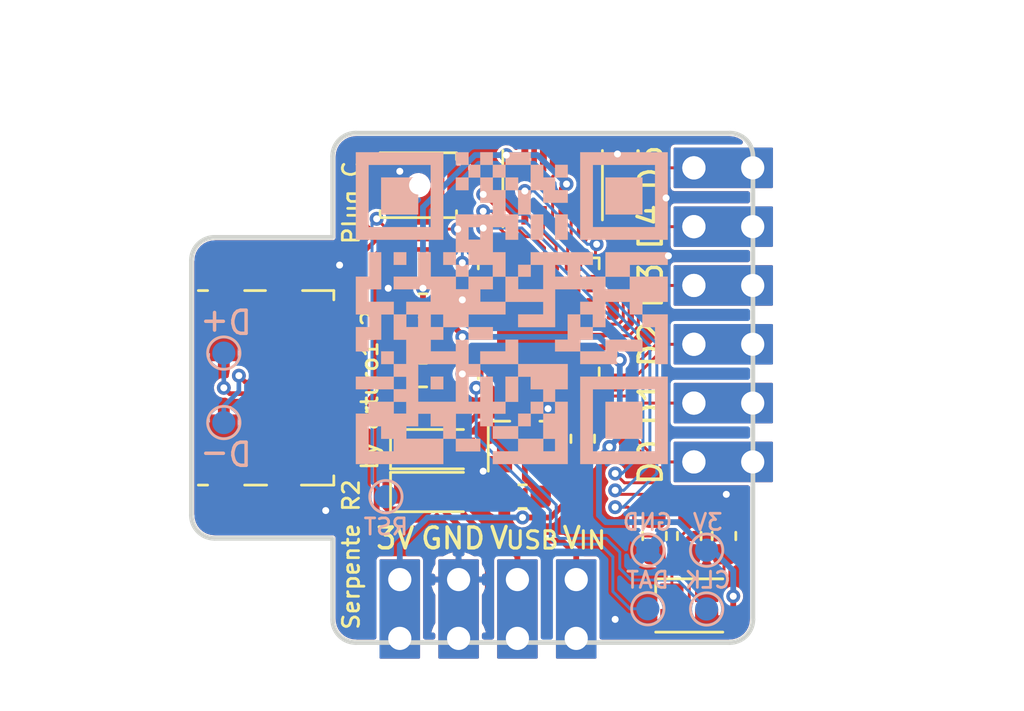
<source format=kicad_pcb>
(kicad_pcb (version 20190905) (host pcbnew "(5.99.0-222-g337244d42)")

  (general
    (thickness 1.6)
    (drawings 45)
    (tracks 329)
    (modules 27)
    (nets 39)
  )

  (page "A4")
  (layers
    (0 "F.Cu" signal)
    (31 "B.Cu" signal hide)
    (32 "B.Adhes" user hide)
    (33 "F.Adhes" user)
    (34 "B.Paste" user hide)
    (35 "F.Paste" user)
    (36 "B.SilkS" user hide)
    (37 "F.SilkS" user)
    (38 "B.Mask" user hide)
    (39 "F.Mask" user)
    (40 "Dwgs.User" user)
    (41 "Cmts.User" user hide)
    (42 "Eco1.User" user)
    (43 "Eco2.User" user)
    (44 "Edge.Cuts" user)
    (45 "Margin" user)
    (46 "B.CrtYd" user hide)
    (47 "F.CrtYd" user hide)
    (48 "B.Fab" user hide)
    (49 "F.Fab" user hide)
  )

  (setup
    (last_trace_width 0.127)
    (trace_clearance 0.127)
    (zone_clearance 0.127)
    (zone_45_only no)
    (trace_min 0.127)
    (via_size 0.6)
    (via_drill 0.3)
    (via_min_size 0.6)
    (via_min_drill 0.3)
    (uvia_size 0.3)
    (uvia_drill 0.1)
    (uvias_allowed no)
    (uvia_min_size 0.2)
    (uvia_min_drill 0.1)
    (max_error 0.005)
    (defaults
      (edge_clearance 0.01)
      (edge_cuts_line_width 0.05)
      (courtyard_line_width 0.05)
      (copper_line_width 0.2)
      (copper_text_dims (size 1.5 1.5) (thickness 0.3))
      (silk_line_width 0.12)
      (silk_text_dims (size 1 1) (thickness 0.15))
      (other_layers_line_width 0.1)
      (other_layers_text_dims (size 1 1) (thickness 0.15))
    )
    (pad_size 1.524 1.524)
    (pad_drill 0.762)
    (pad_to_mask_clearance 0.051)
    (solder_mask_min_width 0.25)
    (aux_axis_origin 0 0)
    (visible_elements 7FFFEF7F)
    (pcbplotparams
      (layerselection 0x010fc_ffffffff)
      (usegerberextensions true)
      (usegerberattributes false)
      (usegerberadvancedattributes false)
      (creategerberjobfile false)
      (excludeedgelayer true)
      (linewidth 0.100000)
      (plotframeref false)
      (viasonmask false)
      (mode 1)
      (useauxorigin false)
      (hpglpennumber 1)
      (hpglpenspeed 20)
      (hpglpendiameter 15.000000)
      (psnegative false)
      (psa4output false)
      (plotreference true)
      (plotvalue true)
      (plotinvisibletext false)
      (padsonsilk false)
      (subtractmaskfromsilk false)
      (outputformat 1)
      (mirror false)
      (drillshape 0)
      (scaleselection 1)
      (outputdirectory "serpente_plug_c_files/gerb")
    )
  )

  (net 0 "")
  (net 1 "+5V")
  (net 2 "GND")
  (net 3 "+3V3")
  (net 4 "Net-(C4-Pad1)")
  (net 5 "VBUS")
  (net 6 "Net-(D3-Pad2)")
  (net 7 "Net-(D3-Pad1)")
  (net 8 "/USB_D+")
  (net 9 "Net-(J1-PadA5)")
  (net 10 "/USB_D-")
  (net 11 "Net-(J1-PadB5)")
  (net 12 "VIN")
  (net 13 "/GPIO5")
  (net 14 "/GPIO4")
  (net 15 "/GPIO3")
  (net 16 "/GPIO2")
  (net 17 "/GPIO1")
  (net 18 "/GPIO0")
  (net 19 "/LED_R")
  (net 20 "/LED_G")
  (net 21 "/LED_B")
  (net 22 "Net-(R6-Pad1)")
  (net 23 "Net-(TP2-Pad1)")
  (net 24 "/FLASH_SCK")
  (net 25 "/FLASH_MOSI")
  (net 26 "/FLASH_MISO")
  (net 27 "/FLASH_CS")
  (net 28 "Net-(U3-Pad27)")
  (net 29 "Net-(U3-Pad25)")
  (net 30 "Net-(U3-Pad15)")
  (net 31 "Net-(U3-Pad14)")
  (net 32 "Net-(U3-Pad13)")
  (net 33 "Net-(U3-Pad4)")
  (net 34 "Net-(U3-Pad3)")
  (net 35 "Net-(U3-Pad2)")
  (net 36 "Net-(U3-Pad1)")
  (net 37 "Net-(D3-Pad4)")
  (net 38 "/~RESET~")

  (net_class "Default" "This is the default net class."
    (clearance 0.127)
    (trace_width 0.127)
    (via_dia 0.6)
    (via_drill 0.3)
    (uvia_dia 0.3)
    (uvia_drill 0.1)
    (add_net "+3V3")
    (add_net "+5V")
    (add_net "/FLASH_CS")
    (add_net "/FLASH_MISO")
    (add_net "/FLASH_MOSI")
    (add_net "/FLASH_SCK")
    (add_net "/GPIO0")
    (add_net "/GPIO1")
    (add_net "/GPIO2")
    (add_net "/GPIO3")
    (add_net "/GPIO4")
    (add_net "/GPIO5")
    (add_net "/LED_B")
    (add_net "/LED_G")
    (add_net "/LED_R")
    (add_net "/USB_D+")
    (add_net "/USB_D-")
    (add_net "/~RESET~")
    (add_net "GND")
    (add_net "Net-(C4-Pad1)")
    (add_net "Net-(D3-Pad1)")
    (add_net "Net-(D3-Pad2)")
    (add_net "Net-(D3-Pad4)")
    (add_net "Net-(J1-PadA5)")
    (add_net "Net-(J1-PadB5)")
    (add_net "Net-(R6-Pad1)")
    (add_net "Net-(TP2-Pad1)")
    (add_net "Net-(U3-Pad1)")
    (add_net "Net-(U3-Pad13)")
    (add_net "Net-(U3-Pad14)")
    (add_net "Net-(U3-Pad15)")
    (add_net "Net-(U3-Pad2)")
    (add_net "Net-(U3-Pad25)")
    (add_net "Net-(U3-Pad27)")
    (add_net "Net-(U3-Pad3)")
    (add_net "Net-(U3-Pad4)")
    (add_net "VBUS")
    (add_net "VIN")
  )

  (module "Button_Switch_SMD:SW_SPST_B3U-1000P-B" (layer "F.Cu") (tedit 5A02FC95) (tstamp 5D58934F)
    (at 127.3 47.25)
    (descr "Ultra-small-sized Tactile Switch with High Contact Reliability, Top-actuated Model, without Ground Terminal, with Boss")
    (tags "Tactile Switch")
    (path "/5D580D9E")
    (attr smd)
    (fp_text reference "SW1" (at 0 -2.5) (layer "F.SilkS") hide
      (effects (font (size 1 1) (thickness 0.15)))
    )
    (fp_text value "SW_RESET" (at 0 2.5) (layer "F.Fab")
      (effects (font (size 1 1) (thickness 0.15)))
    )
    (fp_text user "%R" (at 0 -2.5) (layer "F.Fab")
      (effects (font (size 1 1) (thickness 0.15)))
    )
    (fp_line (start -2.4 1.65) (end 2.4 1.65) (layer "F.CrtYd") (width 0.05))
    (fp_line (start 2.4 1.65) (end 2.4 -1.65) (layer "F.CrtYd") (width 0.05))
    (fp_line (start 2.4 -1.65) (end -2.4 -1.65) (layer "F.CrtYd") (width 0.05))
    (fp_line (start -2.4 -1.65) (end -2.4 1.65) (layer "F.CrtYd") (width 0.05))
    (fp_line (start -1.65 1.1) (end -1.65 1.4) (layer "F.SilkS") (width 0.12))
    (fp_line (start -1.65 1.4) (end 1.65 1.4) (layer "F.SilkS") (width 0.12))
    (fp_line (start 1.65 1.4) (end 1.65 1.1) (layer "F.SilkS") (width 0.12))
    (fp_line (start -1.65 -1.1) (end -1.65 -1.4) (layer "F.SilkS") (width 0.12))
    (fp_line (start -1.65 -1.4) (end 1.65 -1.4) (layer "F.SilkS") (width 0.12))
    (fp_line (start 1.65 -1.4) (end 1.65 -1.1) (layer "F.SilkS") (width 0.12))
    (fp_line (start -1.5 -1.25) (end 1.5 -1.25) (layer "F.Fab") (width 0.1))
    (fp_line (start 1.5 -1.25) (end 1.5 1.25) (layer "F.Fab") (width 0.1))
    (fp_line (start 1.5 1.25) (end -1.5 1.25) (layer "F.Fab") (width 0.1))
    (fp_line (start -1.5 1.25) (end -1.5 -1.25) (layer "F.Fab") (width 0.1))
    (fp_circle (center 0 0) (end 0.75 0) (layer "F.Fab") (width 0.1))
    (pad "" np_thru_hole circle (at 0 0) (size 0.8 0.8) (drill 0.8) (layers *.Cu *.Mask))
    (pad "2" smd rect (at 1.7 0) (size 0.9 1.7) (layers "F.Cu" "F.Paste" "F.Mask")
      (net 38 "/~RESET~"))
    (pad "1" smd rect (at -1.7 0) (size 0.9 1.7) (layers "F.Cu" "F.Paste" "F.Mask")
      (net 2 "GND"))
    (model "${KISYS3DMOD}/Button_Switch_SMD.3dshapes/SW_SPST_B3U-1000P-B.wrl"
      (at (xyz 0 0 0))
      (scale (xyz 1 1 1))
      (rotate (xyz 0 0 0))
    )
  )

  (module "Connector_USB_Extra:USB_C_Plug_UTC009-C12" (layer "F.Cu") (tedit 5D8A942A) (tstamp 5D8997FD)
    (at 123.4 56 -90)
    (path "/5DA18A19")
    (attr smd)
    (fp_text reference "J1" (at 6.325 3) (layer "F.SilkS") hide
      (effects (font (size 1 1) (thickness 0.15)))
    )
    (fp_text value "USB_C_Plug_USB2.0" (at 0 14 90) (layer "F.Fab")
      (effects (font (size 1 1) (thickness 0.15)))
    )
    (fp_line (start 3.8 5.7) (end -3.8 5.7) (layer "F.Fab") (width 0.12))
    (fp_line (start -4.125 4.5) (end -4.125 13) (layer "F.Fab") (width 0.12))
    (fp_line (start -4.125 13) (end 4.125 13) (layer "F.Fab") (width 0.12))
    (fp_line (start 4.125 13) (end 4.125 4.5) (layer "F.Fab") (width 0.12))
    (fp_line (start -4.125 4.5) (end -4.12 -0.18) (layer "F.Fab") (width 0.12))
    (fp_line (start -4.12 -0.18) (end 4.13 -0.18) (layer "F.Fab") (width 0.12))
    (fp_line (start 4.13 -0.18) (end 4.125 4.5) (layer "F.Fab") (width 0.12))
    (fp_line (start -5 5) (end -5 4) (layer "F.Fab") (width 0.12))
    (fp_line (start -5 4) (end -4.13 4) (layer "F.Fab") (width 0.12))
    (fp_line (start -5 5) (end -4.13 5) (layer "F.Fab") (width 0.12))
    (fp_line (start 5.025 4) (end 4.155 4) (layer "F.Fab") (width 0.12))
    (fp_line (start 5.025 5) (end 4.155 5) (layer "F.Fab") (width 0.12))
    (fp_line (start 5.025 5) (end 5.025 4) (layer "F.Fab") (width 0.12))
    (fp_line (start -5 2.35) (end -5 1.35) (layer "F.Fab") (width 0.12))
    (fp_line (start -5 2.35) (end -4.13 2.35) (layer "F.Fab") (width 0.12))
    (fp_line (start -5 1.35) (end -4.13 1.35) (layer "F.Fab") (width 0.12))
    (fp_line (start 5 2.35) (end 4.13 2.35) (layer "F.Fab") (width 0.12))
    (fp_line (start 5 1.35) (end 4.13 1.35) (layer "F.Fab") (width 0.12))
    (fp_line (start 5 2.35) (end 5 1.35) (layer "F.Fab") (width 0.12))
    (fp_line (start 4.2 5.6) (end 4.2 5.2) (layer "F.SilkS") (width 0.12))
    (fp_line (start 4.2 3.6) (end 4.2 2.65) (layer "F.SilkS") (width 0.12))
    (fp_line (start 4.2 1.15) (end 4.2 -0.25) (layer "F.SilkS") (width 0.12))
    (fp_line (start 4.2 -0.25) (end 3.8 -0.25) (layer "F.SilkS") (width 0.12))
    (fp_line (start -3.8 -0.25) (end -4.2 -0.25) (layer "F.SilkS") (width 0.12))
    (fp_line (start -4.2 -0.25) (end -4.2 1.1) (layer "F.SilkS") (width 0.12))
    (fp_line (start -4.2 2.7) (end -4.2 3.6) (layer "F.SilkS") (width 0.12))
    (fp_line (start -4.2 5.2) (end -4.2 5.6) (layer "F.SilkS") (width 0.12))
    (pad "S1" smd rect (at 1.75 4.5 270) (size 1.2 1.2) (layers "F.Cu" "F.Paste" "F.Mask")
      (net 2 "GND"))
    (pad "S1" smd rect (at -1.75 4.5 270) (size 1.2 1.2) (layers "F.Cu" "F.Paste" "F.Mask")
      (net 2 "GND"))
    (pad "S1" smd rect (at -1.25 2.75 270) (size 1.2 1.2) (layers "F.Cu" "F.Paste" "F.Mask")
      (net 2 "GND"))
    (pad "S1" smd rect (at 1.25 2.75 270) (size 1.2 1.2) (layers "F.Cu" "F.Paste" "F.Mask")
      (net 2 "GND"))
    (pad "S1" smd rect (at 4.55 4.4 270) (size 1.5 1.4) (layers "F.Cu" "F.Paste" "F.Mask")
      (net 2 "GND"))
    (pad "S1" smd rect (at -4.55 4.4 270) (size 1.5 1.4) (layers "F.Cu" "F.Paste" "F.Mask")
      (net 2 "GND"))
    (pad "S1" smd rect (at -4.55 1.9 270) (size 1.5 1.4) (layers "F.Cu" "F.Paste" "F.Mask")
      (net 2 "GND"))
    (pad "S1" smd rect (at 4.55 1.9 270) (size 1.5 1.3) (layers "F.Cu" "F.Paste" "F.Mask")
      (net 2 "GND"))
    (pad "S1" smd rect (at -3.4 -0.1 270) (size 0.65 2.1) (layers "F.Cu" "F.Paste" "F.Mask")
      (net 2 "GND"))
    (pad "S1" smd rect (at 3.4 -0.1 270) (size 0.65 2.1) (layers "F.Cu" "F.Paste" "F.Mask")
      (net 2 "GND"))
    (pad "A1" smd rect (at 2.75 -0.2 270) (size 0.35 1.9) (layers "F.Cu" "F.Paste" "F.Mask")
      (net 2 "GND"))
    (pad "B12" smd rect (at 2.25 -0.2 270) (size 0.35 1.9) (layers "F.Cu" "F.Paste" "F.Mask")
      (net 2 "GND"))
    (pad "B9" smd rect (at 1.75 -0.2 270) (size 0.35 1.9) (layers "F.Cu" "F.Paste" "F.Mask")
      (net 5 "VBUS"))
    (pad "A4" smd rect (at 1.25 -0.2 270) (size 0.35 1.9) (layers "F.Cu" "F.Paste" "F.Mask")
      (net 5 "VBUS"))
    (pad "A5" smd rect (at 0.75 -0.2 270) (size 0.35 1.9) (layers "F.Cu" "F.Paste" "F.Mask")
      (net 9 "Net-(J1-PadA5)"))
    (pad "A6" smd rect (at 0.25 -0.2 270) (size 0.35 1.9) (layers "F.Cu" "F.Paste" "F.Mask")
      (net 8 "/USB_D+"))
    (pad "A7" smd rect (at -0.25 -0.2 270) (size 0.35 1.9) (layers "F.Cu" "F.Paste" "F.Mask")
      (net 10 "/USB_D-"))
    (pad "B5" smd rect (at -0.75 -0.2 270) (size 0.35 1.9) (layers "F.Cu" "F.Paste" "F.Mask")
      (net 11 "Net-(J1-PadB5)"))
    (pad "B3" smd rect (at -1.25 -0.2 270) (size 0.35 1.9) (layers "F.Cu" "F.Paste" "F.Mask"))
    (pad "A10" smd rect (at -1.75 -0.2 270) (size 0.35 1.9) (layers "F.Cu" "F.Paste" "F.Mask"))
    (pad "A11" smd rect (at -2.25 -0.2 270) (size 0.35 1.9) (layers "F.Cu" "F.Paste" "F.Mask"))
    (pad "B2" smd rect (at -2.75 -0.2 270) (size 0.35 1.9) (layers "F.Cu" "F.Paste" "F.Mask"))
    (model "${KIPRJMOD}/modules/packages3D/Connector_USB.3dshapes/C-UTC009.step"
      (offset (xyz 0 -0.15 0))
      (scale (xyz 1 1 1))
      (rotate (xyz -90 0 0))
    )
  )

  (module "Resistor_SMD:R_0603_1608Metric" (layer "F.Cu") (tedit 5B301BBD) (tstamp 5D895394)
    (at 127.5 55.45 180)
    (descr "Resistor SMD 0603 (1608 Metric), square (rectangular) end terminal, IPC_7351 nominal, (Body size source: http://www.tortai-tech.com/upload/download/2011102023233369053.pdf), generated with kicad-footprint-generator")
    (tags "resistor")
    (path "/5D5B9BC7")
    (attr smd)
    (fp_text reference "R4" (at 0 -1.43) (layer "F.SilkS") hide
      (effects (font (size 1 1) (thickness 0.15)))
    )
    (fp_text value "5.1K" (at 0 1.43) (layer "F.Fab")
      (effects (font (size 1 1) (thickness 0.15)))
    )
    (fp_line (start -0.8 0.4) (end -0.8 -0.4) (layer "F.Fab") (width 0.1))
    (fp_line (start -0.8 -0.4) (end 0.8 -0.4) (layer "F.Fab") (width 0.1))
    (fp_line (start 0.8 -0.4) (end 0.8 0.4) (layer "F.Fab") (width 0.1))
    (fp_line (start 0.8 0.4) (end -0.8 0.4) (layer "F.Fab") (width 0.1))
    (fp_line (start -0.162779 -0.51) (end 0.162779 -0.51) (layer "F.SilkS") (width 0.12))
    (fp_line (start -0.162779 0.51) (end 0.162779 0.51) (layer "F.SilkS") (width 0.12))
    (fp_line (start -1.48 0.73) (end -1.48 -0.73) (layer "F.CrtYd") (width 0.05))
    (fp_line (start -1.48 -0.73) (end 1.48 -0.73) (layer "F.CrtYd") (width 0.05))
    (fp_line (start 1.48 -0.73) (end 1.48 0.73) (layer "F.CrtYd") (width 0.05))
    (fp_line (start 1.48 0.73) (end -1.48 0.73) (layer "F.CrtYd") (width 0.05))
    (fp_text user "%R" (at 0 0) (layer "F.Fab")
      (effects (font (size 0.4 0.4) (thickness 0.06)))
    )
    (pad "2" smd roundrect (at 0.7875 0 180) (size 0.875 0.95) (layers "F.Cu" "F.Paste" "F.Mask") (roundrect_rratio 0.25)
      (net 9 "Net-(J1-PadA5)"))
    (pad "1" smd roundrect (at -0.7875 0 180) (size 0.875 0.95) (layers "F.Cu" "F.Paste" "F.Mask") (roundrect_rratio 0.25)
      (net 2 "GND"))
    (model "${KISYS3DMOD}/Resistor_SMD.3dshapes/R_0603_1608Metric.wrl"
      (at (xyz 0 0 0))
      (scale (xyz 1 1 1))
      (rotate (xyz 0 0 0))
    )
  )

  (module "Connector_PinHeader_2.54mm_Extra:PinHeader_1x04_P2.54mm_Vertical_Castellated" (layer "F.Cu") (tedit 5D87A0ED) (tstamp 5D59D6E4)
    (at 134.1191 64.2808 -90)
    (descr "Through hole straight pin header, 1x04, 2.54mm pitch, single row")
    (tags "Through hole pin header THT 1x04 2.54mm single row")
    (path "/5D5E5FE7")
    (fp_text reference "J2" (at 0 -2.33 90) (layer "F.SilkS") hide
      (effects (font (size 1 1) (thickness 0.15)))
    )
    (fp_text value "Conn_Power" (at 0 9.95 90) (layer "F.Fab")
      (effects (font (size 1 1) (thickness 0.15)))
    )
    (fp_line (start -0.635 -1.27) (end 1.27 -1.27) (layer "F.Fab") (width 0.1))
    (fp_line (start 1.27 -1.27) (end 1.27 8.89) (layer "F.Fab") (width 0.1))
    (fp_line (start 1.27 8.89) (end -1.27 8.89) (layer "F.Fab") (width 0.1))
    (fp_line (start -1.27 8.89) (end -1.27 -0.635) (layer "F.Fab") (width 0.1))
    (fp_line (start -1.27 -0.635) (end -0.635 -1.27) (layer "F.Fab") (width 0.1))
    (fp_line (start -1.8 -1.8) (end -1.8 9.4) (layer "F.CrtYd") (width 0.05))
    (fp_line (start -1.8 9.4) (end 4.3434 9.4) (layer "F.CrtYd") (width 0.05))
    (fp_line (start 4.3434 9.4) (end 4.3434 -1.8) (layer "F.CrtYd") (width 0.05))
    (fp_line (start 4.3434 -1.8) (end -1.8 -1.8) (layer "F.CrtYd") (width 0.05))
    (fp_text user "%R" (at 0 3.81) (layer "F.Fab")
      (effects (font (size 1 1) (thickness 0.15)))
    )
    (fp_poly (pts (xy -0.8255 -0.8255) (xy 3.3655 -0.8255) (xy 3.3655 0.8255) (xy -0.8255 0.8255)) (layer "F.Cu") (width 0.1))
    (fp_poly (pts (xy -0.8255 -0.8255) (xy 3.3655 -0.8255) (xy 3.3655 0.8255) (xy -0.8255 0.8255)) (layer "F.Mask") (width 0.1))
    (fp_poly (pts (xy -0.8255 -0.8255) (xy 3.3655 -0.8255) (xy 3.3655 0.8255) (xy -0.8255 0.8255)) (layer "B.Cu") (width 0.1))
    (fp_poly (pts (xy -0.8255 -0.8255) (xy 3.3655 -0.8255) (xy 3.3655 0.8255) (xy -0.8255 0.8255)) (layer "B.Mask") (width 0.1))
    (fp_poly (pts (xy -0.8255 1.7145) (xy 3.3655 1.7145) (xy 3.3655 3.3655) (xy -0.8255 3.3655)) (layer "F.Mask") (width 0.1))
    (fp_poly (pts (xy -0.8255 1.7145) (xy 3.3655 1.7145) (xy 3.3655 3.3655) (xy -0.8255 3.3655)) (layer "F.Cu") (width 0.1))
    (fp_poly (pts (xy -0.8255 1.7145) (xy 3.3655 1.7145) (xy 3.3655 3.3655) (xy -0.8255 3.3655)) (layer "B.Cu") (width 0.1))
    (fp_poly (pts (xy -0.8255 1.7145) (xy 3.3655 1.7145) (xy 3.3655 3.3655) (xy -0.8255 3.3655)) (layer "B.Mask") (width 0.1))
    (fp_poly (pts (xy -0.8255 4.2545) (xy 3.3655 4.2545) (xy 3.3655 5.9055) (xy -0.8255 5.9055)) (layer "F.Cu") (width 0.1))
    (fp_poly (pts (xy -0.8255 4.2545) (xy 3.3655 4.2545) (xy 3.3655 5.9055) (xy -0.8255 5.9055)) (layer "B.Cu") (width 0.1))
    (fp_poly (pts (xy -0.8255 4.2545) (xy 3.3655 4.2545) (xy 3.3655 5.9055) (xy -0.8255 5.9055)) (layer "F.Mask") (width 0.1))
    (fp_poly (pts (xy -0.8255 4.2545) (xy 3.3655 4.2545) (xy 3.3655 5.9055) (xy -0.8255 5.9055)) (layer "B.Mask") (width 0.1))
    (fp_poly (pts (xy -0.8255 6.7945) (xy 3.3655 6.7945) (xy 3.3655 8.4455) (xy -0.8255 8.4455)) (layer "F.Mask") (width 0.1))
    (fp_poly (pts (xy -0.8255 6.7945) (xy 3.3655 6.7945) (xy 3.3655 8.4455) (xy -0.8255 8.4455)) (layer "F.Cu") (width 0.1))
    (fp_poly (pts (xy -0.8255 6.7945) (xy 3.3655 6.7945) (xy 3.3655 8.4455) (xy -0.8255 8.4455)) (layer "B.Cu") (width 0.1))
    (fp_poly (pts (xy -0.8255 6.7945) (xy 3.3655 6.7945) (xy 3.3655 8.4455) (xy -0.8255 8.4455)) (layer "B.Mask") (width 0.1))
    (pad "4" thru_hole oval (at 2.54 7.62 270) (size 1.7 1.7) (drill 1) (layers *.Cu *.Mask)
      (net 3 "+3V3"))
    (pad "3" thru_hole oval (at 2.54 5.08 270) (size 1.7 1.7) (drill 1) (layers *.Cu *.Mask)
      (net 2 "GND"))
    (pad "2" thru_hole oval (at 2.54 2.54) (size 1.7 1.7) (drill 1) (layers *.Cu *.Mask)
      (net 5 "VBUS"))
    (pad "1" thru_hole circle (at 2.54 0) (size 1.7 1.7) (drill 1) (layers *.Cu *.Mask)
      (net 12 "VIN"))
    (pad "4" thru_hole oval (at 0 7.62 270) (size 1.7 1.7) (drill 1) (layers *.Cu *.Mask)
      (net 3 "+3V3"))
    (pad "3" thru_hole oval (at 0 5.08 270) (size 1.7 1.7) (drill 1) (layers *.Cu *.Mask)
      (net 2 "GND"))
    (pad "2" thru_hole oval (at 0 2.54 270) (size 1.7 1.7) (drill 1) (layers *.Cu *.Mask)
      (net 5 "VBUS"))
    (pad "1" thru_hole circle (at 0 0 270) (size 1.7 1.7) (drill 1) (layers *.Cu *.Mask)
      (net 12 "VIN"))
  )

  (module "Connector_PinHeader_2.54mm_Extra:PinHeader_1x06_P2.54mm_Vertical_Castellated" (layer "F.Cu") (tedit 5D879C32) (tstamp 5D884F1B)
    (at 139.2 46.5)
    (descr "Through hole straight pin header, 1x06, 2.54mm pitch, single row")
    (tags "Through hole pin header THT 1x06 2.54mm single row")
    (path "/5D609940")
    (fp_text reference "J3" (at 0 -2.33) (layer "F.SilkS") hide
      (effects (font (size 1 1) (thickness 0.15)))
    )
    (fp_text value "Conn_GPIO" (at 0 15.03) (layer "F.Fab")
      (effects (font (size 1 1) (thickness 0.15)))
    )
    (fp_line (start -1.27 -1.27) (end 1.27 -1.27) (layer "F.Fab") (width 0.1))
    (fp_line (start 1.27 -1.27) (end 1.27 13.97) (layer "F.Fab") (width 0.1))
    (fp_line (start 1.27 13.97) (end -1.27 13.97) (layer "F.Fab") (width 0.1))
    (fp_line (start -1.27 13.97) (end -1.27 -1.27) (layer "F.Fab") (width 0.1))
    (fp_line (start -1.8 -1.8) (end -1.8 14.5) (layer "F.CrtYd") (width 0.05))
    (fp_line (start -1.8 14.5) (end 4.34 14.5) (layer "F.CrtYd") (width 0.05))
    (fp_line (start 4.34 -1.8) (end -1.8 -1.8) (layer "F.CrtYd") (width 0.05))
    (fp_text user "%R" (at 0 6.35 90) (layer "F.Fab")
      (effects (font (size 1 1) (thickness 0.15)))
    )
    (fp_line (start 4.34 14.5) (end 4.34 -1.8) (layer "F.CrtYd") (width 0.05))
    (fp_poly (pts (xy -0.8255 11.8745) (xy 3.3655 11.8745) (xy 3.3655 13.5255) (xy -0.8255 13.5255)) (layer "F.Mask") (width 0.1))
    (fp_poly (pts (xy -0.8255 11.8745) (xy 3.3655 11.8745) (xy 3.3655 13.5255) (xy -0.8255 13.5255)) (layer "F.Cu") (width 0.1))
    (fp_poly (pts (xy -0.8255 11.8745) (xy 3.3655 11.8745) (xy 3.3655 13.5255) (xy -0.8255 13.5255)) (layer "B.Mask") (width 0.1))
    (fp_poly (pts (xy -0.8255 11.8745) (xy 3.3655 11.8745) (xy 3.3655 13.5255) (xy -0.8255 13.5255)) (layer "B.Cu") (width 0.1))
    (fp_poly (pts (xy -0.8255 9.3345) (xy 3.3655 9.3345) (xy 3.3655 10.9855) (xy -0.8255 10.9855)) (layer "B.Cu") (width 0.1))
    (fp_poly (pts (xy -0.8255 9.3345) (xy 3.3655 9.3345) (xy 3.3655 10.9855) (xy -0.8255 10.9855)) (layer "B.Mask") (width 0.1))
    (fp_poly (pts (xy -0.8255 9.3345) (xy 3.3655 9.3345) (xy 3.3655 10.9855) (xy -0.8255 10.9855)) (layer "F.Mask") (width 0.1))
    (fp_poly (pts (xy -0.8255 9.3345) (xy 3.3655 9.3345) (xy 3.3655 10.9855) (xy -0.8255 10.9855)) (layer "F.Cu") (width 0.1))
    (fp_poly (pts (xy -0.8255 6.7945) (xy 3.3655 6.7945) (xy 3.3655 8.4455) (xy -0.8255 8.4455)) (layer "F.Cu") (width 0.1))
    (fp_poly (pts (xy -0.8255 6.7945) (xy 3.3655 6.7945) (xy 3.3655 8.4455) (xy -0.8255 8.4455)) (layer "B.Cu") (width 0.1))
    (fp_poly (pts (xy -0.8255 6.7945) (xy 3.3655 6.7945) (xy 3.3655 8.4455) (xy -0.8255 8.4455)) (layer "F.Mask") (width 0.1))
    (fp_poly (pts (xy -0.8255 6.7945) (xy 3.3655 6.7945) (xy 3.3655 8.4455) (xy -0.8255 8.4455)) (layer "B.Mask") (width 0.1))
    (fp_poly (pts (xy -0.8255 4.2545) (xy 3.3655 4.2545) (xy 3.3655 5.9055) (xy -0.8255 5.9055)) (layer "F.Mask") (width 0.1))
    (fp_poly (pts (xy -0.8255 4.2545) (xy 3.3655 4.2545) (xy 3.3655 5.9055) (xy -0.8255 5.9055)) (layer "B.Cu") (width 0.1))
    (fp_poly (pts (xy -0.8255 4.2545) (xy 3.3655 4.2545) (xy 3.3655 5.9055) (xy -0.8255 5.9055)) (layer "B.Mask") (width 0.1))
    (fp_poly (pts (xy -0.8255 4.2545) (xy 3.3655 4.2545) (xy 3.3655 5.9055) (xy -0.8255 5.9055)) (layer "F.Cu") (width 0.1))
    (fp_poly (pts (xy -0.8255 1.7145) (xy 3.3655 1.7145) (xy 3.3655 3.3655) (xy -0.8255 3.3655)) (layer "F.Cu") (width 0.1))
    (fp_poly (pts (xy -0.8255 1.7145) (xy 3.3655 1.7145) (xy 3.3655 3.3655) (xy -0.8255 3.3655)) (layer "B.Mask") (width 0.1))
    (fp_poly (pts (xy -0.8255 1.7145) (xy 3.3655 1.7145) (xy 3.3655 3.3655) (xy -0.8255 3.3655)) (layer "F.Mask") (width 0.1))
    (fp_poly (pts (xy -0.8255 1.7145) (xy 3.3655 1.7145) (xy 3.3655 3.3655) (xy -0.8255 3.3655)) (layer "B.Cu") (width 0.1))
    (fp_poly (pts (xy -0.8255 -0.8255) (xy 3.3655 -0.8255) (xy 3.3655 0.8255) (xy -0.8255 0.8255)) (layer "B.Cu") (width 0.1))
    (fp_poly (pts (xy -0.8255 -0.8255) (xy 3.3655 -0.8255) (xy 3.3655 0.8255) (xy -0.8255 0.8255)) (layer "F.Cu") (width 0.1))
    (fp_poly (pts (xy -0.8255 -0.8255) (xy 3.3655 -0.8255) (xy 3.3655 0.8255) (xy -0.8255 0.8255)) (layer "B.Mask") (width 0.1))
    (fp_poly (pts (xy -0.8255 -0.8255) (xy 3.3655 -0.8255) (xy 3.3655 0.8255) (xy -0.8255 0.8255)) (layer "F.Mask") (width 0.1))
    (pad "6" thru_hole oval (at 2.54 12.7) (size 1.7 1.7) (drill 1) (layers *.Cu *.Mask)
      (net 18 "/GPIO0"))
    (pad "6" thru_hole oval (at 0 12.7 270) (size 1.7 1.7) (drill 1) (layers *.Cu *.Mask)
      (net 18 "/GPIO0"))
    (pad "5" thru_hole oval (at 0 10.16 90) (size 1.7 1.7) (drill 1) (layers *.Cu *.Mask)
      (net 17 "/GPIO1"))
    (pad "5" thru_hole oval (at 2.54 10.16 90) (size 1.7 1.7) (drill 1) (layers *.Cu *.Mask)
      (net 17 "/GPIO1"))
    (pad "4" thru_hole oval (at 2.54 7.62 90) (size 1.7 1.7) (drill 1) (layers *.Cu *.Mask)
      (net 16 "/GPIO2"))
    (pad "4" thru_hole oval (at 0 7.62 90) (size 1.7 1.7) (drill 1) (layers *.Cu *.Mask)
      (net 16 "/GPIO2"))
    (pad "3" thru_hole oval (at 2.54 5.08 90) (size 1.7 1.7) (drill 1) (layers *.Cu *.Mask)
      (net 15 "/GPIO3"))
    (pad "3" thru_hole oval (at 0 5.08 90) (size 1.7 1.7) (drill 1) (layers *.Cu *.Mask)
      (net 15 "/GPIO3"))
    (pad "2" thru_hole oval (at 0 2.54 90) (size 1.7 1.7) (drill 1) (layers *.Cu *.Mask)
      (net 14 "/GPIO4"))
    (pad "2" thru_hole oval (at 2.54 2.54 90) (size 1.7 1.7) (drill 1) (layers *.Cu *.Mask)
      (net 14 "/GPIO4"))
    (pad "1" thru_hole circle (at 0 0 90) (size 1.7 1.7) (drill 1) (layers *.Cu *.Mask)
      (net 13 "/GPIO5"))
    (pad "1" thru_hole oval (at 2.54 0 90) (size 1.7 1.7) (drill 1) (layers *.Cu *.Mask)
      (net 13 "/GPIO5"))
    (pad "6" thru_hole oval (at 0 12.7) (size 1.7 1.7) (drill 1) (layers *.Cu *.Mask)
      (net 18 "/GPIO0"))
    (pad "5" thru_hole oval (at 0 10.16) (size 1.7 1.7) (drill 1) (layers *.Cu *.Mask)
      (net 17 "/GPIO1"))
    (pad "4" thru_hole oval (at 0 7.62) (size 1.7 1.7) (drill 1) (layers *.Cu *.Mask)
      (net 16 "/GPIO2"))
    (pad "3" thru_hole oval (at 0 5.08) (size 1.7 1.7) (drill 1) (layers *.Cu *.Mask)
      (net 15 "/GPIO3"))
    (pad "2" thru_hole oval (at 0 2.54) (size 1.7 1.7) (drill 1) (layers *.Cu *.Mask)
      (net 14 "/GPIO4"))
    (pad "1" thru_hole circle (at 0 0) (size 1.7 1.7) (drill 1) (layers *.Cu *.Mask)
      (net 13 "/GPIO5"))
  )

  (module "Diode_SMD:D_SOD-323_HandSoldering" (layer "F.Cu") (tedit 58641869) (tstamp 5D8962F9)
    (at 128 60.5)
    (descr "SOD-323")
    (tags "SOD-323")
    (path "/5D572C79")
    (attr smd)
    (fp_text reference "D2" (at 0 -1.85) (layer "F.SilkS") hide
      (effects (font (size 1 1) (thickness 0.15)))
    )
    (fp_text value "D_Schottky_Small" (at 0.1 1.9) (layer "F.Fab")
      (effects (font (size 1 1) (thickness 0.15)))
    )
    (fp_text user "%R" (at 0 -1.85) (layer "F.Fab")
      (effects (font (size 1 1) (thickness 0.15)))
    )
    (fp_line (start -1.9 -0.85) (end -1.9 0.85) (layer "F.SilkS") (width 0.12))
    (fp_line (start 0.2 0) (end 0.45 0) (layer "F.Fab") (width 0.1))
    (fp_line (start 0.2 0.35) (end -0.3 0) (layer "F.Fab") (width 0.1))
    (fp_line (start 0.2 -0.35) (end 0.2 0.35) (layer "F.Fab") (width 0.1))
    (fp_line (start -0.3 0) (end 0.2 -0.35) (layer "F.Fab") (width 0.1))
    (fp_line (start -0.3 0) (end -0.5 0) (layer "F.Fab") (width 0.1))
    (fp_line (start -0.3 -0.35) (end -0.3 0.35) (layer "F.Fab") (width 0.1))
    (fp_line (start -0.9 0.7) (end -0.9 -0.7) (layer "F.Fab") (width 0.1))
    (fp_line (start 0.9 0.7) (end -0.9 0.7) (layer "F.Fab") (width 0.1))
    (fp_line (start 0.9 -0.7) (end 0.9 0.7) (layer "F.Fab") (width 0.1))
    (fp_line (start -0.9 -0.7) (end 0.9 -0.7) (layer "F.Fab") (width 0.1))
    (fp_line (start -2 -0.95) (end 2 -0.95) (layer "F.CrtYd") (width 0.05))
    (fp_line (start 2 -0.95) (end 2 0.95) (layer "F.CrtYd") (width 0.05))
    (fp_line (start -2 0.95) (end 2 0.95) (layer "F.CrtYd") (width 0.05))
    (fp_line (start -2 -0.95) (end -2 0.95) (layer "F.CrtYd") (width 0.05))
    (fp_line (start -1.9 0.85) (end 1.25 0.85) (layer "F.SilkS") (width 0.12))
    (fp_line (start -1.9 -0.85) (end 1.25 -0.85) (layer "F.SilkS") (width 0.12))
    (pad "2" smd rect (at 1.25 0) (size 1 1) (layers "F.Cu" "F.Paste" "F.Mask")
      (net 12 "VIN"))
    (pad "1" smd rect (at -1.25 0) (size 1 1) (layers "F.Cu" "F.Paste" "F.Mask")
      (net 1 "+5V"))
    (model "${KISYS3DMOD}/Diode_SMD.3dshapes/D_SOD-323.wrl"
      (at (xyz 0 0 0))
      (scale (xyz 1 1 1))
      (rotate (xyz 0 0 0))
    )
  )

  (module "TestPoint:TestPoint_Pad_D1.0mm" (layer "B.Cu") (tedit 5A0F774F) (tstamp 5D894366)
    (at 125.9 60.7)
    (descr "SMD pad as test Point, diameter 1.0mm")
    (tags "test point SMD pad")
    (path "/5D8ED0C1")
    (attr virtual)
    (fp_text reference "TP7" (at 0 1.448) (layer "B.SilkS") hide
      (effects (font (size 1 1) (thickness 0.15)) (justify mirror))
    )
    (fp_text value "TP_RESET" (at 0 -1.55) (layer "B.Fab")
      (effects (font (size 1 1) (thickness 0.15)) (justify mirror))
    )
    (fp_text user "%R" (at 0 1.45) (layer "B.Fab")
      (effects (font (size 1 1) (thickness 0.15)) (justify mirror))
    )
    (fp_circle (center 0 0) (end 1 0) (layer "B.CrtYd") (width 0.05))
    (fp_circle (center 0 0) (end 0 -0.7) (layer "B.SilkS") (width 0.12))
    (pad "1" smd circle (at 0 0) (size 1 1) (layers "B.Cu" "B.Mask")
      (net 38 "/~RESET~"))
  )

  (module "serpente:qrcode" (layer "B.Cu") (tedit 0) (tstamp 5D58FD56)
    (at 131.318 52.578 180)
    (attr virtual)
    (fp_text reference "G***" (at 0 0) (layer "B.SilkS") hide
      (effects (font (size 1.524 1.524) (thickness 0.3)) (justify mirror))
    )
    (fp_text value "LOGO" (at 0.75 0) (layer "B.SilkS") hide
      (effects (font (size 1.524 1.524) (thickness 0.3)) (justify mirror))
    )
    (fp_poly (pts (xy -2.975428 -6.712857) (xy -6.749143 -6.712857) (xy -6.749143 -3.483429) (xy -6.204857 -3.483429)
      (xy -6.204857 -6.168572) (xy -3.519714 -6.168572) (xy -3.519714 -3.483429) (xy -6.204857 -3.483429)
      (xy -6.749143 -3.483429) (xy -6.749143 -2.939143) (xy -2.975428 -2.939143) (xy -2.975428 -6.712857)) (layer "B.SilkS") (width 0.01))
    (fp_poly (pts (xy -2.431142 5.660571) (xy -2.431142 6.204857) (xy -1.886857 6.204857) (xy -1.886857 5.660571)
      (xy -2.431142 5.660571)) (layer "B.SilkS") (width 0.01))
    (fp_poly (pts (xy 2.394858 5.116285) (xy 1.850572 5.116285) (xy 1.850572 5.660571) (xy 2.394858 5.660571)
      (xy 2.394858 5.116285)) (layer "B.SilkS") (width 0.01))
    (fp_poly (pts (xy -1.378857 5.660571) (xy -1.378857 6.204857) (xy -0.834571 6.204857) (xy -0.834571 5.116285)
      (xy -1.378857 5.116285) (xy -1.378857 4.572) (xy -2.431142 4.572) (xy -2.431142 5.116285)
      (xy -1.886857 5.116285) (xy -1.886857 5.660571) (xy -1.378857 5.660571)) (layer "B.SilkS") (width 0.01))
    (fp_poly (pts (xy -0.834571 6.204857) (xy -0.834571 6.749143) (xy 0.254 6.749143) (xy 0.254 6.204857)
      (xy -0.834571 6.204857)) (layer "B.SilkS") (width 0.01))
    (fp_poly (pts (xy -0.834571 2.975428) (xy -1.378857 2.975428) (xy -1.378857 4.064) (xy -0.834571 4.064)
      (xy -0.834571 2.975428)) (layer "B.SilkS") (width 0.01))
    (fp_poly (pts (xy -0.834571 1.378857) (xy -0.834571 1.886857) (xy -0.290285 1.886857) (xy -0.290285 1.378857)
      (xy -0.834571 1.378857)) (layer "B.SilkS") (width 0.01))
    (fp_poly (pts (xy -0.834571 5.116285) (xy -0.290285 5.116285) (xy -0.290285 4.064) (xy -0.834571 4.064)
      (xy -0.834571 5.116285)) (layer "B.SilkS") (width 0.01))
    (fp_poly (pts (xy 1.850572 6.749143) (xy 2.394858 6.749143) (xy 2.394858 6.204857) (xy 1.850572 6.204857)
      (xy 1.850572 6.749143)) (layer "B.SilkS") (width 0.01))
    (fp_poly (pts (xy -5.660571 -0.798286) (xy -6.204857 -0.798286) (xy -6.204857 -2.394858) (xy -6.749143 -2.394858)
      (xy -6.749143 -0.254) (xy -5.660571 -0.254) (xy -5.660571 -0.798286)) (layer "B.SilkS") (width 0.01))
    (fp_poly (pts (xy 1.850572 5.660571) (xy 1.342572 5.660571) (xy 1.342572 4.572) (xy 0.798286 4.572)
      (xy 0.798286 4.064) (xy 2.394858 4.064) (xy 2.394858 2.431142) (xy 1.850572 2.431142)
      (xy 1.850572 1.886857) (xy 0.798286 1.886857) (xy 0.798286 1.378857) (xy 0.254 1.378857)
      (xy 0.254 2.431142) (xy 0.798286 2.431142) (xy 0.798286 3.519714) (xy 1.342572 3.519714)
      (xy 1.342572 2.975428) (xy 1.850572 2.975428) (xy 1.850572 3.519714) (xy 1.342572 3.519714)
      (xy 0.798286 3.519714) (xy 0.254 3.519714) (xy 0.254 2.975428) (xy -0.290285 2.975428)
      (xy -0.290285 4.064) (xy 0.254 4.064) (xy 0.254 5.116285) (xy 0.798286 5.116285)
      (xy 0.798286 5.660571) (xy 0.254 5.660571) (xy 0.254 6.204857) (xy 0.798286 6.204857)
      (xy 0.798286 5.660571) (xy 1.342572 5.660571) (xy 1.342572 6.204857) (xy 0.798286 6.204857)
      (xy 0.798286 6.749143) (xy 1.342572 6.749143) (xy 1.342572 6.204857) (xy 1.850572 6.204857)
      (xy 1.850572 5.660571)) (layer "B.SilkS") (width 0.01))
    (fp_poly (pts (xy -2.975428 -2.394858) (xy -4.572 -2.394858) (xy -4.572 -1.850572) (xy -5.660571 -1.850572)
      (xy -5.660571 -1.342572) (xy -4.064 -1.342572) (xy -4.064 -1.850572) (xy -2.975428 -1.850572)
      (xy -2.975428 -2.394858)) (layer "B.SilkS") (width 0.01))
    (fp_poly (pts (xy 2.394858 -6.168572) (xy 1.342572 -6.168572) (xy 1.342572 -5.624286) (xy 2.394858 -5.624286)
      (xy 2.394858 -6.168572)) (layer "B.SilkS") (width 0.01))
    (fp_poly (pts (xy -2.975428 -1.342572) (xy -3.519714 -1.342572) (xy -3.519714 -0.798286) (xy -2.975428 -0.798286)
      (xy -2.975428 -0.254) (xy -2.431142 -0.254) (xy -2.431142 -1.342572) (xy -1.886857 -1.342572)
      (xy -1.886857 -1.850572) (xy -2.975428 -1.850572) (xy -2.975428 -1.342572)) (layer "B.SilkS") (width 0.01))
    (fp_poly (pts (xy -1.378857 0.290285) (xy -1.378857 -0.254) (xy -0.290285 -0.254) (xy -0.290285 -0.798286)
      (xy -1.886857 -0.798286) (xy -1.886857 0.834571) (xy -3.519714 0.834571) (xy -3.519714 0.290285)
      (xy -2.975428 0.290285) (xy -2.975428 -0.254) (xy -3.519714 -0.254) (xy -3.519714 -0.798286)
      (xy -4.064 -0.798286) (xy -4.064 0.290285) (xy -5.116285 0.290285) (xy -5.116285 -0.254)
      (xy -5.660571 -0.254) (xy -5.660571 0.290285) (xy -6.749143 0.290285) (xy -6.749143 1.378857)
      (xy -5.116285 1.378857) (xy -5.116285 0.834571) (xy -4.064 0.834571) (xy -4.064 1.378857)
      (xy -5.116285 1.378857) (xy -5.116285 1.886857) (xy -6.749143 1.886857) (xy -6.749143 2.431142)
      (xy -4.064 2.431142) (xy -4.064 1.378857) (xy -2.975428 1.378857) (xy -2.975428 1.886857)
      (xy -2.431142 1.886857) (xy -2.431142 1.378857) (xy -1.886857 1.378857) (xy -1.886857 1.886857)
      (xy -2.431142 1.886857) (xy -2.975428 1.886857) (xy -3.519714 1.886857) (xy -3.519714 2.431142)
      (xy -0.834571 2.431142) (xy -0.834571 1.886857) (xy -1.378857 1.886857) (xy -1.378857 0.834571)
      (xy -0.290285 0.834571) (xy -0.290285 1.378857) (xy 0.254 1.378857) (xy 0.254 0.290285)
      (xy -1.378857 0.290285)) (layer "B.SilkS") (width 0.01))
    (fp_poly (pts (xy 5.08 -2.939143) (xy 6.712857 -2.939143) (xy 6.712857 -3.483429) (xy 5.08 -3.483429)
      (xy 5.08 -2.939143)) (layer "B.SilkS") (width 0.01))
    (fp_poly (pts (xy 5.08 -1.850572) (xy 5.624286 -1.850572) (xy 5.624286 -2.394858) (xy 5.08 -2.394858)
      (xy 5.08 -1.850572)) (layer "B.SilkS") (width 0.01))
    (fp_poly (pts (xy 5.08 0.290285) (xy 6.168572 0.290285) (xy 6.168572 0.834571) (xy 5.624286 0.834571)
      (xy 5.624286 2.431142) (xy 6.168572 2.431142) (xy 6.168572 1.378857) (xy 6.712857 1.378857)
      (xy 6.712857 -0.254) (xy 6.168572 -0.254) (xy 6.168572 -0.798286) (xy 6.712857 -0.798286)
      (xy 6.712857 -1.850572) (xy 6.168572 -1.850572) (xy 6.168572 -1.342572) (xy 5.624286 -1.342572)
      (xy 5.624286 -0.254) (xy 5.08 -0.254) (xy 5.08 0.290285)) (layer "B.SilkS") (width 0.01))
    (fp_poly (pts (xy 2.394858 2.431142) (xy 2.939143 2.431142) (xy 2.939143 1.886857) (xy 2.394858 1.886857)
      (xy 2.394858 2.431142)) (layer "B.SilkS") (width 0.01))
    (fp_poly (pts (xy 2.394858 1.378857) (xy 3.483429 1.378857) (xy 3.483429 2.431142) (xy 4.027715 2.431142)
      (xy 4.027715 1.378857) (xy 5.08 1.378857) (xy 5.08 0.834571) (xy 3.483429 0.834571)
      (xy 3.483429 0.290285) (xy 4.535715 0.290285) (xy 4.535715 -0.254) (xy 5.08 -0.254)
      (xy 5.08 -1.342572) (xy 4.535715 -1.342572) (xy 4.535715 -2.394858) (xy 5.08 -2.394858)
      (xy 5.08 -2.939143) (xy 4.535715 -2.939143) (xy 4.535715 -3.483429) (xy 5.08 -3.483429)
      (xy 5.08 -4.027715) (xy 6.168572 -4.027715) (xy 6.168572 -4.535715) (xy 6.712857 -4.535715)
      (xy 6.712857 -6.712857) (xy 2.939143 -6.712857) (xy 2.939143 -5.624286) (xy 2.394858 -5.624286)
      (xy 2.394858 -5.08) (xy 2.939143 -5.08) (xy 2.939143 -5.624286) (xy 4.535715 -5.624286)
      (xy 5.08 -5.624286) (xy 5.08 -6.168572) (xy 6.168572 -6.168572) (xy 6.168572 -5.08)
      (xy 5.624286 -5.08) (xy 5.624286 -5.624286) (xy 5.08 -5.624286) (xy 4.535715 -5.624286)
      (xy 4.535715 -5.08) (xy 4.027715 -5.08) (xy 4.027715 -4.535715) (xy 3.483429 -4.535715)
      (xy 3.483429 -5.08) (xy 2.939143 -5.08) (xy 2.394858 -5.08) (xy 2.394858 -4.535715)
      (xy 1.342572 -4.535715) (xy 1.342572 -5.08) (xy 0.798286 -5.08) (xy 0.798286 -5.624286)
      (xy -0.290285 -5.624286) (xy -0.290285 -6.168572) (xy 0.798286 -6.168572) (xy 0.798286 -6.712857)
      (xy -2.431142 -6.712857) (xy -2.431142 -5.624286) (xy -1.886857 -5.624286) (xy -1.886857 -6.168572)
      (xy -1.378857 -6.168572) (xy -1.378857 -5.624286) (xy -1.886857 -5.624286) (xy -2.431142 -5.624286)
      (xy -2.431142 -4.027715) (xy -1.886857 -4.027715) (xy -1.886857 -4.535715) (xy -1.378857 -4.535715)
      (xy -1.378857 -5.624286) (xy -0.290285 -5.624286) (xy -0.290285 -5.08) (xy 0.798286 -5.08)
      (xy 0.798286 -4.535715) (xy 0.254 -4.535715) (xy 0.254 -4.027715) (xy 0.798286 -4.027715)
      (xy 0.798286 -2.939143) (xy 1.342572 -2.939143) (xy 1.342572 -4.027715) (xy 1.850572 -4.027715)
      (xy 1.850572 -2.939143) (xy 1.342572 -2.939143) (xy 1.342572 -2.394858) (xy -0.290285 -2.394858)
      (xy -0.290285 -2.939143) (xy -0.834571 -2.939143) (xy -0.834571 -3.483429) (xy -1.378857 -3.483429)
      (xy -1.378857 -4.027715) (xy -1.886857 -4.027715) (xy -1.886857 -3.483429) (xy -2.431142 -3.483429)
      (xy -2.431142 -2.394858) (xy -0.290285 -2.394858) (xy -0.290285 -1.342572) (xy 0.254 -1.342572)
      (xy 0.254 -1.850572) (xy 1.342572 -1.850572) (xy 1.342572 -2.394858) (xy 1.850572 -2.394858)
      (xy 2.394858 -2.394858) (xy 2.394858 -4.027715) (xy 4.027715 -4.027715) (xy 4.535715 -4.027715)
      (xy 4.535715 -4.535715) (xy 5.08 -4.535715) (xy 5.08 -4.027715) (xy 4.535715 -4.027715)
      (xy 4.027715 -4.027715) (xy 4.027715 -2.394858) (xy 2.394858 -2.394858) (xy 1.850572 -2.394858)
      (xy 1.850572 -1.342572) (xy 0.798286 -1.342572) (xy 0.798286 -0.798286) (xy 1.850572 -0.798286)
      (xy 1.850572 -1.342572) (xy 2.394858 -1.342572) (xy 2.394858 -1.850572) (xy 3.483429 -1.850572)
      (xy 3.483429 -1.342572) (xy 2.939143 -1.342572) (xy 2.939143 -0.798286) (xy 1.850572 -0.798286)
      (xy 1.850572 -0.254) (xy 2.939143 -0.254) (xy 2.939143 -0.798286) (xy 3.483429 -0.798286)
      (xy 3.483429 -0.254) (xy 4.027715 -0.254) (xy 4.027715 -0.798286) (xy 4.535715 -0.798286)
      (xy 4.535715 -0.254) (xy 4.027715 -0.254) (xy 3.483429 -0.254) (xy 2.939143 -0.254)
      (xy 1.850572 -0.254) (xy 0.254 -0.254) (xy 0.254 0.290285) (xy 1.342572 0.290285)
      (xy 1.342572 0.834571) (xy 0.798286 0.834571) (xy 0.798286 1.378857) (xy 1.850572 1.378857)
      (xy 1.850572 0.834571) (xy 2.394858 0.834571) (xy 2.394858 1.378857) (xy 1.850572 1.378857)
      (xy 1.850572 1.886857) (xy 2.394858 1.886857) (xy 2.394858 1.378857)) (layer "B.SilkS") (width 0.01))
    (fp_poly (pts (xy 5.08 1.886857) (xy 4.535715 1.886857) (xy 4.535715 2.431142) (xy 5.08 2.431142)
      (xy 5.08 1.886857)) (layer "B.SilkS") (width 0.01))
    (fp_poly (pts (xy -2.975428 2.975428) (xy -6.749143 2.975428) (xy -6.749143 6.204857) (xy -6.204857 6.204857)
      (xy -6.204857 3.519714) (xy -3.519714 3.519714) (xy -3.519714 6.204857) (xy -6.204857 6.204857)
      (xy -6.749143 6.204857) (xy -6.749143 6.749143) (xy -2.975428 6.749143) (xy -2.975428 2.975428)) (layer "B.SilkS") (width 0.01))
    (fp_poly (pts (xy -1.886857 2.975428) (xy -2.431142 2.975428) (xy -2.431142 4.064) (xy -1.886857 4.064)
      (xy -1.886857 2.975428)) (layer "B.SilkS") (width 0.01))
    (fp_poly (pts (xy 6.712857 2.975428) (xy 2.939143 2.975428) (xy 2.939143 6.204857) (xy 3.483429 6.204857)
      (xy 3.483429 3.519714) (xy 6.168572 3.519714) (xy 6.168572 6.204857) (xy 3.483429 6.204857)
      (xy 2.939143 6.204857) (xy 2.939143 6.749143) (xy 6.712857 6.749143) (xy 6.712857 2.975428)) (layer "B.SilkS") (width 0.01))
    (fp_poly (pts (xy -4.064 -5.624286) (xy -5.660571 -5.624286) (xy -5.660571 -4.027715) (xy -4.064 -4.027715)
      (xy -4.064 -5.624286)) (layer "B.SilkS") (width 0.01))
    (fp_poly (pts (xy -0.290285 -4.535715) (xy -0.290285 -5.08) (xy -0.834571 -5.08) (xy -0.834571 -4.535715)
      (xy -0.290285 -4.535715)) (layer "B.SilkS") (width 0.01))
    (fp_poly (pts (xy -1.378857 -4.535715) (xy -1.378857 -4.027715) (xy -0.834571 -4.027715) (xy -0.834571 -4.535715)
      (xy -1.378857 -4.535715)) (layer "B.SilkS") (width 0.01))
    (fp_poly (pts (xy 0.254 -4.027715) (xy -0.290285 -4.027715) (xy -0.290285 -2.939143) (xy 0.254 -2.939143)
      (xy 0.254 -4.027715)) (layer "B.SilkS") (width 0.01))
    (fp_poly (pts (xy 3.483429 -3.483429) (xy 2.939143 -3.483429) (xy 2.939143 -2.939143) (xy 3.483429 -2.939143)
      (xy 3.483429 -3.483429)) (layer "B.SilkS") (width 0.01))
    (fp_poly (pts (xy 0.254 5.116285) (xy -0.290285 5.116285) (xy -0.290285 5.660571) (xy 0.254 5.660571)
      (xy 0.254 5.116285)) (layer "B.SilkS") (width 0.01))
    (fp_poly (pts (xy -4.064 4.064) (xy -5.660571 4.064) (xy -5.660571 5.660571) (xy -4.064 5.660571)
      (xy -4.064 4.064)) (layer "B.SilkS") (width 0.01))
    (fp_poly (pts (xy 5.624286 4.064) (xy 4.027715 4.064) (xy 4.027715 5.660571) (xy 5.624286 5.660571)
      (xy 5.624286 4.064)) (layer "B.SilkS") (width 0.01))
  )

  (module "TestPoint:TestPoint_Pad_D1.0mm" (layer "B.Cu") (tedit 5A0F774F) (tstamp 5D894302)
    (at 118.9 54.5)
    (descr "SMD pad as test Point, diameter 1.0mm")
    (tags "test point SMD pad")
    (path "/5D6CB8FB")
    (attr virtual)
    (fp_text reference "TP6" (at 0 1.448) (layer "B.SilkS") hide
      (effects (font (size 1 1) (thickness 0.15)) (justify mirror))
    )
    (fp_text value "TP_USB_D+" (at 0 -1.55) (layer "B.Fab")
      (effects (font (size 1 1) (thickness 0.15)) (justify mirror))
    )
    (fp_text user "%R" (at 0 1.45) (layer "B.Fab")
      (effects (font (size 1 1) (thickness 0.15)) (justify mirror))
    )
    (fp_circle (center 0 0) (end 1 0) (layer "B.CrtYd") (width 0.05))
    (fp_circle (center 0 0) (end 0 -0.7) (layer "B.SilkS") (width 0.12))
    (pad "1" smd circle (at 0 0) (size 1 1) (layers "B.Cu" "B.Mask")
      (net 8 "/USB_D+"))
  )

  (module "TestPoint:TestPoint_Pad_D1.0mm" (layer "B.Cu") (tedit 5A0F774F) (tstamp 5D89432C)
    (at 118.9 57.5)
    (descr "SMD pad as test Point, diameter 1.0mm")
    (tags "test point SMD pad")
    (path "/5D6C95EC")
    (attr virtual)
    (fp_text reference "TP5" (at 0 1.448) (layer "B.SilkS") hide
      (effects (font (size 1 1) (thickness 0.15)) (justify mirror))
    )
    (fp_text value "TP_USB_D-" (at 0 -1.55) (layer "B.Fab")
      (effects (font (size 1 1) (thickness 0.15)) (justify mirror))
    )
    (fp_text user "%R" (at 0 1.45) (layer "B.Fab")
      (effects (font (size 1 1) (thickness 0.15)) (justify mirror))
    )
    (fp_circle (center 0 0) (end 1 0) (layer "B.CrtYd") (width 0.05))
    (fp_circle (center 0 0) (end 0 -0.7) (layer "B.SilkS") (width 0.12))
    (pad "1" smd circle (at 0 0) (size 1 1) (layers "B.Cu" "B.Mask")
      (net 10 "/USB_D-"))
  )

  (module "Diode_SMD:D_SOD-323_HandSoldering" (layer "F.Cu") (tedit 58641869) (tstamp 5D58924B)
    (at 128 58.65)
    (descr "SOD-323")
    (tags "SOD-323")
    (path "/5D571794")
    (attr smd)
    (fp_text reference "D1" (at 0 -1.85) (layer "F.SilkS") hide
      (effects (font (size 1 1) (thickness 0.15)))
    )
    (fp_text value "D_Schottky_Small" (at 0.1 1.9) (layer "F.Fab")
      (effects (font (size 1 1) (thickness 0.15)))
    )
    (fp_text user "%R" (at 0 -1.85) (layer "F.Fab")
      (effects (font (size 1 1) (thickness 0.15)))
    )
    (fp_line (start -1.9 -0.85) (end -1.9 0.85) (layer "F.SilkS") (width 0.12))
    (fp_line (start 0.2 0) (end 0.45 0) (layer "F.Fab") (width 0.1))
    (fp_line (start 0.2 0.35) (end -0.3 0) (layer "F.Fab") (width 0.1))
    (fp_line (start 0.2 -0.35) (end 0.2 0.35) (layer "F.Fab") (width 0.1))
    (fp_line (start -0.3 0) (end 0.2 -0.35) (layer "F.Fab") (width 0.1))
    (fp_line (start -0.3 0) (end -0.5 0) (layer "F.Fab") (width 0.1))
    (fp_line (start -0.3 -0.35) (end -0.3 0.35) (layer "F.Fab") (width 0.1))
    (fp_line (start -0.9 0.7) (end -0.9 -0.7) (layer "F.Fab") (width 0.1))
    (fp_line (start 0.9 0.7) (end -0.9 0.7) (layer "F.Fab") (width 0.1))
    (fp_line (start 0.9 -0.7) (end 0.9 0.7) (layer "F.Fab") (width 0.1))
    (fp_line (start -0.9 -0.7) (end 0.9 -0.7) (layer "F.Fab") (width 0.1))
    (fp_line (start -2 -0.95) (end 2 -0.95) (layer "F.CrtYd") (width 0.05))
    (fp_line (start 2 -0.95) (end 2 0.95) (layer "F.CrtYd") (width 0.05))
    (fp_line (start -2 0.95) (end 2 0.95) (layer "F.CrtYd") (width 0.05))
    (fp_line (start -2 -0.95) (end -2 0.95) (layer "F.CrtYd") (width 0.05))
    (fp_line (start -1.9 0.85) (end 1.25 0.85) (layer "F.SilkS") (width 0.12))
    (fp_line (start -1.9 -0.85) (end 1.25 -0.85) (layer "F.SilkS") (width 0.12))
    (pad "2" smd rect (at 1.25 0) (size 1 1) (layers "F.Cu" "F.Paste" "F.Mask")
      (net 5 "VBUS"))
    (pad "1" smd rect (at -1.25 0) (size 1 1) (layers "F.Cu" "F.Paste" "F.Mask")
      (net 1 "+5V"))
    (model "${KISYS3DMOD}/Diode_SMD.3dshapes/D_SOD-323.wrl"
      (at (xyz 0 0 0))
      (scale (xyz 1 1 1))
      (rotate (xyz 0 0 0))
    )
  )

  (module "Package_DFN_QFN:QFN-32-1EP_5x5mm_P0.5mm_EP3.6x3.6mm" (layer "F.Cu") (tedit 5B4E85CF) (tstamp 5D58B9F6)
    (at 132.5 53 90)
    (descr "QFN, 32 Pin (http://infocenter.nordicsemi.com/pdf/nRF52810_PS_v1.1.pdf (Page 468)), generated with kicad-footprint-generator ipc_dfn_qfn_generator.py")
    (tags "QFN DFN_QFN")
    (path "/5D5905F0")
    (attr smd)
    (fp_text reference "U3" (at 0 -3.8 90) (layer "F.SilkS") hide
      (effects (font (size 1 1) (thickness 0.15)))
    )
    (fp_text value "ATSAMD21E18A" (at 0 3.8 90) (layer "F.Fab")
      (effects (font (size 1 1) (thickness 0.15)))
    )
    (fp_line (start 2.135 -2.61) (end 2.61 -2.61) (layer "F.SilkS") (width 0.12))
    (fp_line (start 2.61 -2.61) (end 2.61 -2.135) (layer "F.SilkS") (width 0.12))
    (fp_line (start -2.135 2.61) (end -2.61 2.61) (layer "F.SilkS") (width 0.12))
    (fp_line (start -2.61 2.61) (end -2.61 2.135) (layer "F.SilkS") (width 0.12))
    (fp_line (start 2.135 2.61) (end 2.61 2.61) (layer "F.SilkS") (width 0.12))
    (fp_line (start 2.61 2.61) (end 2.61 2.135) (layer "F.SilkS") (width 0.12))
    (fp_line (start -2.135 -2.61) (end -2.61 -2.61) (layer "F.SilkS") (width 0.12))
    (fp_line (start -1.5 -2.5) (end 2.5 -2.5) (layer "F.Fab") (width 0.1))
    (fp_line (start 2.5 -2.5) (end 2.5 2.5) (layer "F.Fab") (width 0.1))
    (fp_line (start 2.5 2.5) (end -2.5 2.5) (layer "F.Fab") (width 0.1))
    (fp_line (start -2.5 2.5) (end -2.5 -1.5) (layer "F.Fab") (width 0.1))
    (fp_line (start -2.5 -1.5) (end -1.5 -2.5) (layer "F.Fab") (width 0.1))
    (fp_line (start -3.1 -3.1) (end -3.1 3.1) (layer "F.CrtYd") (width 0.05))
    (fp_line (start -3.1 3.1) (end 3.1 3.1) (layer "F.CrtYd") (width 0.05))
    (fp_line (start 3.1 3.1) (end 3.1 -3.1) (layer "F.CrtYd") (width 0.05))
    (fp_line (start 3.1 -3.1) (end -3.1 -3.1) (layer "F.CrtYd") (width 0.05))
    (fp_text user "%R" (at 0 0 90) (layer "F.Fab")
      (effects (font (size 1 1) (thickness 0.15)))
    )
    (pad "32" smd roundrect (at -1.75 -2.45 90) (size 0.25 0.8) (layers "F.Cu" "F.Paste" "F.Mask") (roundrect_rratio 0.25)
      (net 23 "Net-(TP2-Pad1)"))
    (pad "31" smd roundrect (at -1.25 -2.45 90) (size 0.25 0.8) (layers "F.Cu" "F.Paste" "F.Mask") (roundrect_rratio 0.25)
      (net 22 "Net-(R6-Pad1)"))
    (pad "30" smd roundrect (at -0.75 -2.45 90) (size 0.25 0.8) (layers "F.Cu" "F.Paste" "F.Mask") (roundrect_rratio 0.25)
      (net 3 "+3V3"))
    (pad "29" smd roundrect (at -0.25 -2.45 90) (size 0.25 0.8) (layers "F.Cu" "F.Paste" "F.Mask") (roundrect_rratio 0.25)
      (net 4 "Net-(C4-Pad1)"))
    (pad "28" smd roundrect (at 0.25 -2.45 90) (size 0.25 0.8) (layers "F.Cu" "F.Paste" "F.Mask") (roundrect_rratio 0.25)
      (net 2 "GND"))
    (pad "27" smd roundrect (at 0.75 -2.45 90) (size 0.25 0.8) (layers "F.Cu" "F.Paste" "F.Mask") (roundrect_rratio 0.25)
      (net 28 "Net-(U3-Pad27)"))
    (pad "26" smd roundrect (at 1.25 -2.45 90) (size 0.25 0.8) (layers "F.Cu" "F.Paste" "F.Mask") (roundrect_rratio 0.25)
      (net 38 "/~RESET~"))
    (pad "25" smd roundrect (at 1.75 -2.45 90) (size 0.25 0.8) (layers "F.Cu" "F.Paste" "F.Mask") (roundrect_rratio 0.25)
      (net 29 "Net-(U3-Pad25)"))
    (pad "24" smd roundrect (at 2.45 -1.75 90) (size 0.8 0.25) (layers "F.Cu" "F.Paste" "F.Mask") (roundrect_rratio 0.25)
      (net 8 "/USB_D+"))
    (pad "23" smd roundrect (at 2.45 -1.25 90) (size 0.8 0.25) (layers "F.Cu" "F.Paste" "F.Mask") (roundrect_rratio 0.25)
      (net 10 "/USB_D-"))
    (pad "22" smd roundrect (at 2.45 -0.75 90) (size 0.8 0.25) (layers "F.Cu" "F.Paste" "F.Mask") (roundrect_rratio 0.25)
      (net 21 "/LED_B"))
    (pad "21" smd roundrect (at 2.45 -0.25 90) (size 0.8 0.25) (layers "F.Cu" "F.Paste" "F.Mask") (roundrect_rratio 0.25)
      (net 19 "/LED_R"))
    (pad "20" smd roundrect (at 2.45 0.25 90) (size 0.8 0.25) (layers "F.Cu" "F.Paste" "F.Mask") (roundrect_rratio 0.25)
      (net 20 "/LED_G"))
    (pad "19" smd roundrect (at 2.45 0.75 90) (size 0.8 0.25) (layers "F.Cu" "F.Paste" "F.Mask") (roundrect_rratio 0.25)
      (net 26 "/FLASH_MISO"))
    (pad "18" smd roundrect (at 2.45 1.25 90) (size 0.8 0.25) (layers "F.Cu" "F.Paste" "F.Mask") (roundrect_rratio 0.25)
      (net 24 "/FLASH_SCK"))
    (pad "17" smd roundrect (at 2.45 1.75 90) (size 0.8 0.25) (layers "F.Cu" "F.Paste" "F.Mask") (roundrect_rratio 0.25)
      (net 25 "/FLASH_MOSI"))
    (pad "16" smd roundrect (at 1.75 2.45 90) (size 0.25 0.8) (layers "F.Cu" "F.Paste" "F.Mask") (roundrect_rratio 0.25)
      (net 27 "/FLASH_CS"))
    (pad "15" smd roundrect (at 1.25 2.45 90) (size 0.25 0.8) (layers "F.Cu" "F.Paste" "F.Mask") (roundrect_rratio 0.25)
      (net 30 "Net-(U3-Pad15)"))
    (pad "14" smd roundrect (at 0.75 2.45 90) (size 0.25 0.8) (layers "F.Cu" "F.Paste" "F.Mask") (roundrect_rratio 0.25)
      (net 31 "Net-(U3-Pad14)"))
    (pad "13" smd roundrect (at 0.25 2.45 90) (size 0.25 0.8) (layers "F.Cu" "F.Paste" "F.Mask") (roundrect_rratio 0.25)
      (net 32 "Net-(U3-Pad13)"))
    (pad "12" smd roundrect (at -0.25 2.45 90) (size 0.25 0.8) (layers "F.Cu" "F.Paste" "F.Mask") (roundrect_rratio 0.25)
      (net 13 "/GPIO5"))
    (pad "11" smd roundrect (at -0.75 2.45 90) (size 0.25 0.8) (layers "F.Cu" "F.Paste" "F.Mask") (roundrect_rratio 0.25)
      (net 14 "/GPIO4"))
    (pad "10" smd roundrect (at -1.25 2.45 90) (size 0.25 0.8) (layers "F.Cu" "F.Paste" "F.Mask") (roundrect_rratio 0.25)
      (net 2 "GND"))
    (pad "9" smd roundrect (at -1.75 2.45 90) (size 0.25 0.8) (layers "F.Cu" "F.Paste" "F.Mask") (roundrect_rratio 0.25)
      (net 3 "+3V3"))
    (pad "8" smd roundrect (at -2.45 1.75 90) (size 0.8 0.25) (layers "F.Cu" "F.Paste" "F.Mask") (roundrect_rratio 0.25)
      (net 15 "/GPIO3"))
    (pad "7" smd roundrect (at -2.45 1.25 90) (size 0.8 0.25) (layers "F.Cu" "F.Paste" "F.Mask") (roundrect_rratio 0.25)
      (net 16 "/GPIO2"))
    (pad "6" smd roundrect (at -2.45 0.75 90) (size 0.8 0.25) (layers "F.Cu" "F.Paste" "F.Mask") (roundrect_rratio 0.25)
      (net 17 "/GPIO1"))
    (pad "5" smd roundrect (at -2.45 0.25 90) (size 0.8 0.25) (layers "F.Cu" "F.Paste" "F.Mask") (roundrect_rratio 0.25)
      (net 18 "/GPIO0"))
    (pad "4" smd roundrect (at -2.45 -0.25 90) (size 0.8 0.25) (layers "F.Cu" "F.Paste" "F.Mask") (roundrect_rratio 0.25)
      (net 33 "Net-(U3-Pad4)"))
    (pad "3" smd roundrect (at -2.45 -0.75 90) (size 0.8 0.25) (layers "F.Cu" "F.Paste" "F.Mask") (roundrect_rratio 0.25)
      (net 34 "Net-(U3-Pad3)"))
    (pad "2" smd roundrect (at -2.45 -1.25 90) (size 0.8 0.25) (layers "F.Cu" "F.Paste" "F.Mask") (roundrect_rratio 0.25)
      (net 35 "Net-(U3-Pad2)"))
    (pad "1" smd roundrect (at -2.45 -1.75 90) (size 0.8 0.25) (layers "F.Cu" "F.Paste" "F.Mask") (roundrect_rratio 0.25)
      (net 36 "Net-(U3-Pad1)"))
    (pad "" smd roundrect (at 1.2 1.2 90) (size 0.97 0.97) (layers "F.Paste") (roundrect_rratio 0.25))
    (pad "" smd roundrect (at 1.2 0 90) (size 0.97 0.97) (layers "F.Paste") (roundrect_rratio 0.25))
    (pad "" smd roundrect (at 1.2 -1.2 90) (size 0.97 0.97) (layers "F.Paste") (roundrect_rratio 0.25))
    (pad "" smd roundrect (at 0 1.2 90) (size 0.97 0.97) (layers "F.Paste") (roundrect_rratio 0.25))
    (pad "" smd roundrect (at 0 0 90) (size 0.97 0.97) (layers "F.Paste") (roundrect_rratio 0.25))
    (pad "" smd roundrect (at 0 -1.2 90) (size 0.97 0.97) (layers "F.Paste") (roundrect_rratio 0.25))
    (pad "" smd roundrect (at -1.2 1.2 90) (size 0.97 0.97) (layers "F.Paste") (roundrect_rratio 0.25))
    (pad "" smd roundrect (at -1.2 0 90) (size 0.97 0.97) (layers "F.Paste") (roundrect_rratio 0.25))
    (pad "" smd roundrect (at -1.2 -1.2 90) (size 0.97 0.97) (layers "F.Paste") (roundrect_rratio 0.25))
    (pad "33" smd roundrect (at 0 0 90) (size 3.6 3.6) (layers "F.Cu" "F.Mask") (roundrect_rratio 0.06944400000000001))
    (model "${KISYS3DMOD}/Package_DFN_QFN.3dshapes/QFN-32-1EP_5x5mm_P0.5mm_EP3.6x3.6mm.wrl"
      (at (xyz 0 0 0))
      (scale (xyz 1 1 1))
      (rotate (xyz 0 0 0))
    )
  )

  (module "Package_TO_SOT_SMD:SOT-23" (layer "F.Cu") (tedit 5A02FF57) (tstamp 5D58939C)
    (at 131.9 58.2 90)
    (descr "SOT-23, Standard")
    (tags "SOT-23")
    (path "/5D56FC32")
    (attr smd)
    (fp_text reference "U2" (at 0 -2.5 90) (layer "F.SilkS") hide
      (effects (font (size 1 1) (thickness 0.15)))
    )
    (fp_text value "MCP1700-3302E_SOT23" (at 0 2.5 90) (layer "F.Fab")
      (effects (font (size 1 1) (thickness 0.15)))
    )
    (fp_text user "%R" (at 0 0) (layer "F.Fab")
      (effects (font (size 0.5 0.5) (thickness 0.075)))
    )
    (fp_line (start -0.7 -0.95) (end -0.7 1.5) (layer "F.Fab") (width 0.1))
    (fp_line (start -0.15 -1.52) (end 0.7 -1.52) (layer "F.Fab") (width 0.1))
    (fp_line (start -0.7 -0.95) (end -0.15 -1.52) (layer "F.Fab") (width 0.1))
    (fp_line (start 0.7 -1.52) (end 0.7 1.52) (layer "F.Fab") (width 0.1))
    (fp_line (start -0.7 1.52) (end 0.7 1.52) (layer "F.Fab") (width 0.1))
    (fp_line (start 0.76 1.58) (end 0.76 0.65) (layer "F.SilkS") (width 0.12))
    (fp_line (start 0.76 -1.58) (end 0.76 -0.65) (layer "F.SilkS") (width 0.12))
    (fp_line (start -1.7 -1.75) (end 1.7 -1.75) (layer "F.CrtYd") (width 0.05))
    (fp_line (start 1.7 -1.75) (end 1.7 1.75) (layer "F.CrtYd") (width 0.05))
    (fp_line (start 1.7 1.75) (end -1.7 1.75) (layer "F.CrtYd") (width 0.05))
    (fp_line (start -1.7 1.75) (end -1.7 -1.75) (layer "F.CrtYd") (width 0.05))
    (fp_line (start 0.76 -1.58) (end -1.4 -1.58) (layer "F.SilkS") (width 0.12))
    (fp_line (start 0.76 1.58) (end -0.7 1.58) (layer "F.SilkS") (width 0.12))
    (pad "3" smd rect (at 1 0 90) (size 0.9 0.8) (layers "F.Cu" "F.Paste" "F.Mask")
      (net 1 "+5V"))
    (pad "2" smd rect (at -1 0.95 90) (size 0.9 0.8) (layers "F.Cu" "F.Paste" "F.Mask")
      (net 3 "+3V3"))
    (pad "1" smd rect (at -1 -0.95 90) (size 0.9 0.8) (layers "F.Cu" "F.Paste" "F.Mask")
      (net 2 "GND"))
    (model "${KISYS3DMOD}/Package_TO_SOT_SMD.3dshapes/SOT-23.wrl"
      (at (xyz 0 0 0))
      (scale (xyz 1 1 1))
      (rotate (xyz 0 0 0))
    )
  )

  (module "Package_SON_Extra:USON-8_3x4mm_P0.8mm" (layer "F.Cu") (tedit 5D588046) (tstamp 5D589387)
    (at 133.1 47.25 90)
    (descr "USON-8 3x4mm_Pitch 0.8mm https://www.gigadevice.com/datasheet/gd25q32c/")
    (tags "USON-8 3x4mm Pitch 0.8mm")
    (path "/5D58BC09")
    (attr smd)
    (fp_text reference "U1" (at 0.01829 -3 90) (layer "F.SilkS") hide
      (effects (font (size 1 1) (thickness 0.15)))
    )
    (fp_text value "GD25Q32CNIGR" (at 0.01829 3 90) (layer "F.Fab")
      (effects (font (size 1 1) (thickness 0.15)))
    )
    (fp_line (start -1.25 -2) (end -1.5 -1.75) (layer "F.Fab") (width 0.1))
    (fp_text user "%R" (at 0 0) (layer "F.Fab")
      (effects (font (size 0.55 0.55) (thickness 0.1)))
    )
    (fp_line (start -1.91 -2.25) (end 1.91 -2.25) (layer "F.CrtYd") (width 0.05))
    (fp_line (start -1.91 2.25) (end -1.91 -2.25) (layer "F.CrtYd") (width 0.05))
    (fp_line (start 1.91 2.25) (end -1.91 2.25) (layer "F.CrtYd") (width 0.05))
    (fp_line (start 1.91 -2.25) (end 1.91 2.25) (layer "F.CrtYd") (width 0.05))
    (fp_line (start 1.5 2.15) (end -1.5 2.15) (layer "F.SilkS") (width 0.12))
    (fp_line (start 1.5 -2.15) (end -1.8 -2.15) (layer "F.SilkS") (width 0.12))
    (fp_line (start -1.5 2) (end 1.5 2) (layer "F.Fab") (width 0.1))
    (fp_line (start -1.5 -1.75) (end -1.5 2) (layer "F.Fab") (width 0.1))
    (fp_line (start 1.5 -2) (end -1.25 -2) (layer "F.Fab") (width 0.1))
    (fp_line (start 1.5 -2) (end 1.5 2) (layer "F.Fab") (width 0.1))
    (pad "8" smd rect (at 1.3 -1.2) (size 0.3 0.8) (layers "F.Cu" "F.Paste" "F.Mask")
      (net 3 "+3V3"))
    (pad "6" smd rect (at 1.3 0.4) (size 0.3 0.8) (layers "F.Cu" "F.Paste" "F.Mask")
      (net 24 "/FLASH_SCK"))
    (pad "5" smd rect (at 1.3 1.2) (size 0.3 0.8) (layers "F.Cu" "F.Paste" "F.Mask")
      (net 25 "/FLASH_MOSI"))
    (pad "7" smd rect (at 1.3 -0.4) (size 0.3 0.8) (layers "F.Cu" "F.Paste" "F.Mask")
      (net 3 "+3V3"))
    (pad "4" smd rect (at -1.3 1.2) (size 0.3 0.8) (layers "F.Cu" "F.Paste" "F.Mask")
      (net 2 "GND"))
    (pad "3" smd rect (at -1.3 0.4) (size 0.3 0.8) (layers "F.Cu" "F.Paste" "F.Mask")
      (net 3 "+3V3"))
    (pad "2" smd rect (at -1.3 -0.4) (size 0.3 0.8) (layers "F.Cu" "F.Paste" "F.Mask")
      (net 26 "/FLASH_MISO"))
    (pad "1" smd rect (at -1.3 -1.2) (size 0.3 0.8) (layers "F.Cu" "F.Paste" "F.Mask")
      (net 27 "/FLASH_CS"))
    (model "${KISYS3DMOD}/Package_SON.3dshapes/WSON-8_4x4mm_P0.8mm.step"
      (at (xyz 0 0 0))
      (scale (xyz 0.75 1 1))
      (rotate (xyz 0 0 0))
    )
  )

  (module "TestPoint:TestPoint_Pad_D1.0mm" (layer "B.Cu") (tedit 5A0F774F) (tstamp 5D58936F)
    (at 137.21 63.01 180)
    (descr "SMD pad as test Point, diameter 1.0mm")
    (tags "test point SMD pad")
    (path "/5D60E018")
    (attr virtual)
    (fp_text reference "TP4" (at 0 1.448) (layer "B.SilkS") hide
      (effects (font (size 1 1) (thickness 0.15)) (justify mirror))
    )
    (fp_text value "TP_GND" (at 0 -1.55) (layer "B.Fab")
      (effects (font (size 1 1) (thickness 0.15)) (justify mirror))
    )
    (fp_text user "%R" (at 0 1.45) (layer "B.Fab")
      (effects (font (size 1 1) (thickness 0.15)) (justify mirror))
    )
    (fp_circle (center 0 0) (end 1 0) (layer "B.CrtYd") (width 0.05))
    (fp_circle (center 0 0) (end 0 -0.7) (layer "B.SilkS") (width 0.12))
    (pad "1" smd circle (at 0 0 180) (size 1 1) (layers "B.Cu" "B.Mask")
      (net 2 "GND"))
  )

  (module "TestPoint:TestPoint_Pad_D1.0mm" (layer "B.Cu") (tedit 5A0F774F) (tstamp 5D595243)
    (at 139.75 63.01 180)
    (descr "SMD pad as test Point, diameter 1.0mm")
    (tags "test point SMD pad")
    (path "/5D60D63C")
    (attr virtual)
    (fp_text reference "TP3" (at 0 1.448) (layer "B.SilkS") hide
      (effects (font (size 1 1) (thickness 0.15)) (justify mirror))
    )
    (fp_text value "TP_VDD" (at 0 -1.55) (layer "B.Fab")
      (effects (font (size 1 1) (thickness 0.15)) (justify mirror))
    )
    (fp_text user "%R" (at 0 1.45) (layer "B.Fab")
      (effects (font (size 1 1) (thickness 0.15)) (justify mirror))
    )
    (fp_circle (center 0 0) (end 1 0) (layer "B.CrtYd") (width 0.05))
    (fp_circle (center 0 0) (end 0 -0.7) (layer "B.SilkS") (width 0.12))
    (pad "1" smd circle (at 0 0 180) (size 1 1) (layers "B.Cu" "B.Mask")
      (net 3 "+3V3"))
  )

  (module "TestPoint:TestPoint_Pad_D1.0mm" (layer "B.Cu") (tedit 5A0F774F) (tstamp 5D595392)
    (at 137.21 65.54 180)
    (descr "SMD pad as test Point, diameter 1.0mm")
    (tags "test point SMD pad")
    (path "/5D5A1C0C")
    (attr virtual)
    (fp_text reference "TP2" (at 0 1.448) (layer "B.SilkS") hide
      (effects (font (size 1 1) (thickness 0.15)) (justify mirror))
    )
    (fp_text value "TP_SWDIO" (at 0 -1.55) (layer "B.Fab")
      (effects (font (size 1 1) (thickness 0.15)) (justify mirror))
    )
    (fp_text user "%R" (at 0 1.45) (layer "B.Fab")
      (effects (font (size 1 1) (thickness 0.15)) (justify mirror))
    )
    (fp_circle (center 0 0) (end 1 0) (layer "B.CrtYd") (width 0.05))
    (fp_circle (center 0 0) (end 0 -0.7) (layer "B.SilkS") (width 0.12))
    (pad "1" smd circle (at 0 0 180) (size 1 1) (layers "B.Cu" "B.Mask")
      (net 23 "Net-(TP2-Pad1)"))
  )

  (module "TestPoint:TestPoint_Pad_D1.0mm" (layer "B.Cu") (tedit 5A0F774F) (tstamp 5D88BB88)
    (at 139.75 65.55 180)
    (descr "SMD pad as test Point, diameter 1.0mm")
    (tags "test point SMD pad")
    (path "/5D5A0661")
    (attr virtual)
    (fp_text reference "TP1" (at 0 1.448) (layer "B.SilkS") hide
      (effects (font (size 1 1) (thickness 0.15)) (justify mirror))
    )
    (fp_text value "TP_SWCLK" (at 0 -1.55) (layer "B.Fab")
      (effects (font (size 1 1) (thickness 0.15)) (justify mirror))
    )
    (fp_text user "%R" (at 0 1.45) (layer "B.Fab")
      (effects (font (size 1 1) (thickness 0.15)) (justify mirror))
    )
    (fp_circle (center 0 0) (end 1 0) (layer "B.CrtYd") (width 0.05))
    (fp_circle (center 0 0) (end 0 -0.7) (layer "B.SilkS") (width 0.12))
    (pad "1" smd circle (at 0 0 180) (size 1 1) (layers "B.Cu" "B.Mask")
      (net 22 "Net-(R6-Pad1)"))
  )

  (module "Resistor_SMD:R_0603_1608Metric" (layer "F.Cu") (tedit 5B301BBD) (tstamp 5D589339)
    (at 127.5 53.95 180)
    (descr "Resistor SMD 0603 (1608 Metric), square (rectangular) end terminal, IPC_7351 nominal, (Body size source: http://www.tortai-tech.com/upload/download/2011102023233369053.pdf), generated with kicad-footprint-generator")
    (tags "resistor")
    (path "/5D59BBAF")
    (attr smd)
    (fp_text reference "R6" (at 0 -1.43) (layer "F.SilkS") hide
      (effects (font (size 1 1) (thickness 0.15)))
    )
    (fp_text value "1K" (at 0 1.43) (layer "F.Fab")
      (effects (font (size 1 1) (thickness 0.15)))
    )
    (fp_line (start -0.8 0.4) (end -0.8 -0.4) (layer "F.Fab") (width 0.1))
    (fp_line (start -0.8 -0.4) (end 0.8 -0.4) (layer "F.Fab") (width 0.1))
    (fp_line (start 0.8 -0.4) (end 0.8 0.4) (layer "F.Fab") (width 0.1))
    (fp_line (start 0.8 0.4) (end -0.8 0.4) (layer "F.Fab") (width 0.1))
    (fp_line (start -0.162779 -0.51) (end 0.162779 -0.51) (layer "F.SilkS") (width 0.12))
    (fp_line (start -0.162779 0.51) (end 0.162779 0.51) (layer "F.SilkS") (width 0.12))
    (fp_line (start -1.48 0.73) (end -1.48 -0.73) (layer "F.CrtYd") (width 0.05))
    (fp_line (start -1.48 -0.73) (end 1.48 -0.73) (layer "F.CrtYd") (width 0.05))
    (fp_line (start 1.48 -0.73) (end 1.48 0.73) (layer "F.CrtYd") (width 0.05))
    (fp_line (start 1.48 0.73) (end -1.48 0.73) (layer "F.CrtYd") (width 0.05))
    (fp_text user "%R" (at 0 0) (layer "F.Fab")
      (effects (font (size 0.4 0.4) (thickness 0.06)))
    )
    (pad "2" smd roundrect (at 0.7875 0 180) (size 0.875 0.95) (layers "F.Cu" "F.Paste" "F.Mask") (roundrect_rratio 0.25)
      (net 3 "+3V3"))
    (pad "1" smd roundrect (at -0.7875 0 180) (size 0.875 0.95) (layers "F.Cu" "F.Paste" "F.Mask") (roundrect_rratio 0.25)
      (net 22 "Net-(R6-Pad1)"))
    (model "${KISYS3DMOD}/Resistor_SMD.3dshapes/R_0603_1608Metric.wrl"
      (at (xyz 0 0 0))
      (scale (xyz 1 1 1))
      (rotate (xyz 0 0 0))
    )
  )

  (module "Resistor_SMD:R_0603_1608Metric" (layer "F.Cu") (tedit 5B301BBD) (tstamp 5D589306)
    (at 140.5 62.4 90)
    (descr "Resistor SMD 0603 (1608 Metric), square (rectangular) end terminal, IPC_7351 nominal, (Body size source: http://www.tortai-tech.com/upload/download/2011102023233369053.pdf), generated with kicad-footprint-generator")
    (tags "resistor")
    (path "/5D64563C")
    (attr smd)
    (fp_text reference "R3" (at 0 -1.43 90) (layer "F.SilkS") hide
      (effects (font (size 1 1) (thickness 0.15)))
    )
    (fp_text value "150R" (at 0 1.43 90) (layer "F.Fab")
      (effects (font (size 1 1) (thickness 0.15)))
    )
    (fp_line (start -0.8 0.4) (end -0.8 -0.4) (layer "F.Fab") (width 0.1))
    (fp_line (start -0.8 -0.4) (end 0.8 -0.4) (layer "F.Fab") (width 0.1))
    (fp_line (start 0.8 -0.4) (end 0.8 0.4) (layer "F.Fab") (width 0.1))
    (fp_line (start 0.8 0.4) (end -0.8 0.4) (layer "F.Fab") (width 0.1))
    (fp_line (start -0.162779 -0.51) (end 0.162779 -0.51) (layer "F.SilkS") (width 0.12))
    (fp_line (start -0.162779 0.51) (end 0.162779 0.51) (layer "F.SilkS") (width 0.12))
    (fp_line (start -1.48 0.73) (end -1.48 -0.73) (layer "F.CrtYd") (width 0.05))
    (fp_line (start -1.48 -0.73) (end 1.48 -0.73) (layer "F.CrtYd") (width 0.05))
    (fp_line (start 1.48 -0.73) (end 1.48 0.73) (layer "F.CrtYd") (width 0.05))
    (fp_line (start 1.48 0.73) (end -1.48 0.73) (layer "F.CrtYd") (width 0.05))
    (fp_text user "%R" (at 0 0 90) (layer "F.Fab")
      (effects (font (size 0.4 0.4) (thickness 0.06)))
    )
    (pad "2" smd roundrect (at 0.7875 0 90) (size 0.875 0.95) (layers "F.Cu" "F.Paste" "F.Mask") (roundrect_rratio 0.25)
      (net 21 "/LED_B"))
    (pad "1" smd roundrect (at -0.7875 0 90) (size 0.875 0.95) (layers "F.Cu" "F.Paste" "F.Mask") (roundrect_rratio 0.25)
      (net 6 "Net-(D3-Pad2)"))
    (model "${KISYS3DMOD}/Resistor_SMD.3dshapes/R_0603_1608Metric.wrl"
      (at (xyz 0 0 0))
      (scale (xyz 1 1 1))
      (rotate (xyz 0 0 0))
    )
  )

  (module "Resistor_SMD:R_0603_1608Metric" (layer "F.Cu") (tedit 5B301BBD) (tstamp 5D5892F5)
    (at 139 62.4 90)
    (descr "Resistor SMD 0603 (1608 Metric), square (rectangular) end terminal, IPC_7351 nominal, (Body size source: http://www.tortai-tech.com/upload/download/2011102023233369053.pdf), generated with kicad-footprint-generator")
    (tags "resistor")
    (path "/5D6454CD")
    (attr smd)
    (fp_text reference "R2" (at 0 -1.43 90) (layer "F.SilkS") hide
      (effects (font (size 1 1) (thickness 0.15)))
    )
    (fp_text value "150R" (at 0 1.43 90) (layer "F.Fab")
      (effects (font (size 1 1) (thickness 0.15)))
    )
    (fp_line (start -0.8 0.4) (end -0.8 -0.4) (layer "F.Fab") (width 0.1))
    (fp_line (start -0.8 -0.4) (end 0.8 -0.4) (layer "F.Fab") (width 0.1))
    (fp_line (start 0.8 -0.4) (end 0.8 0.4) (layer "F.Fab") (width 0.1))
    (fp_line (start 0.8 0.4) (end -0.8 0.4) (layer "F.Fab") (width 0.1))
    (fp_line (start -0.162779 -0.51) (end 0.162779 -0.51) (layer "F.SilkS") (width 0.12))
    (fp_line (start -0.162779 0.51) (end 0.162779 0.51) (layer "F.SilkS") (width 0.12))
    (fp_line (start -1.48 0.73) (end -1.48 -0.73) (layer "F.CrtYd") (width 0.05))
    (fp_line (start -1.48 -0.73) (end 1.48 -0.73) (layer "F.CrtYd") (width 0.05))
    (fp_line (start 1.48 -0.73) (end 1.48 0.73) (layer "F.CrtYd") (width 0.05))
    (fp_line (start 1.48 0.73) (end -1.48 0.73) (layer "F.CrtYd") (width 0.05))
    (fp_text user "%R" (at 0 0 90) (layer "F.Fab")
      (effects (font (size 0.4 0.4) (thickness 0.06)))
    )
    (pad "2" smd roundrect (at 0.7875 0 90) (size 0.875 0.95) (layers "F.Cu" "F.Paste" "F.Mask") (roundrect_rratio 0.25)
      (net 20 "/LED_G"))
    (pad "1" smd roundrect (at -0.7875 0 90) (size 0.875 0.95) (layers "F.Cu" "F.Paste" "F.Mask") (roundrect_rratio 0.25)
      (net 37 "Net-(D3-Pad4)"))
    (model "${KISYS3DMOD}/Resistor_SMD.3dshapes/R_0603_1608Metric.wrl"
      (at (xyz 0 0 0))
      (scale (xyz 1 1 1))
      (rotate (xyz 0 0 0))
    )
  )

  (module "Resistor_SMD:R_0603_1608Metric" (layer "F.Cu") (tedit 5B301BBD) (tstamp 5D5892E4)
    (at 137.5 62.4 90)
    (descr "Resistor SMD 0603 (1608 Metric), square (rectangular) end terminal, IPC_7351 nominal, (Body size source: http://www.tortai-tech.com/upload/download/2011102023233369053.pdf), generated with kicad-footprint-generator")
    (tags "resistor")
    (path "/5D64186B")
    (attr smd)
    (fp_text reference "R1" (at 0 -1.43 90) (layer "F.SilkS") hide
      (effects (font (size 1 1) (thickness 0.15)))
    )
    (fp_text value "360R" (at 0 1.43 90) (layer "F.Fab")
      (effects (font (size 1 1) (thickness 0.15)))
    )
    (fp_line (start -0.8 0.4) (end -0.8 -0.4) (layer "F.Fab") (width 0.1))
    (fp_line (start -0.8 -0.4) (end 0.8 -0.4) (layer "F.Fab") (width 0.1))
    (fp_line (start 0.8 -0.4) (end 0.8 0.4) (layer "F.Fab") (width 0.1))
    (fp_line (start 0.8 0.4) (end -0.8 0.4) (layer "F.Fab") (width 0.1))
    (fp_line (start -0.162779 -0.51) (end 0.162779 -0.51) (layer "F.SilkS") (width 0.12))
    (fp_line (start -0.162779 0.51) (end 0.162779 0.51) (layer "F.SilkS") (width 0.12))
    (fp_line (start -1.48 0.73) (end -1.48 -0.73) (layer "F.CrtYd") (width 0.05))
    (fp_line (start -1.48 -0.73) (end 1.48 -0.73) (layer "F.CrtYd") (width 0.05))
    (fp_line (start 1.48 -0.73) (end 1.48 0.73) (layer "F.CrtYd") (width 0.05))
    (fp_line (start 1.48 0.73) (end -1.48 0.73) (layer "F.CrtYd") (width 0.05))
    (fp_text user "%R" (at 0 0 90) (layer "F.Fab")
      (effects (font (size 0.4 0.4) (thickness 0.06)))
    )
    (pad "2" smd roundrect (at 0.7875 0 90) (size 0.875 0.95) (layers "F.Cu" "F.Paste" "F.Mask") (roundrect_rratio 0.25)
      (net 19 "/LED_R"))
    (pad "1" smd roundrect (at -0.7875 0 90) (size 0.875 0.95) (layers "F.Cu" "F.Paste" "F.Mask") (roundrect_rratio 0.25)
      (net 7 "Net-(D3-Pad1)"))
    (model "${KISYS3DMOD}/Resistor_SMD.3dshapes/R_0603_1608Metric.wrl"
      (at (xyz 0 0 0))
      (scale (xyz 1 1 1))
      (rotate (xyz 0 0 0))
    )
  )

  (module "LED_SMD:LED_Cree-PLCC4_2x2mm_CW" (layer "F.Cu") (tedit 59D415EA) (tstamp 5D59D503)
    (at 139 65.4)
    (descr "2.0mm x 2.0mm PLCC4 LED, http://www.cree.com/~/media/Files/Cree/LED-Components-and-Modules/HB/Data-Sheets/CLMVBFKA.pdf")
    (tags "LED Cree PLCC-4")
    (path "/5D63A1CD")
    (attr smd)
    (fp_text reference "D3" (at 0 -2.25) (layer "F.SilkS") hide
      (effects (font (size 1 1) (thickness 0.15)))
    )
    (fp_text value "LED_RBAG" (at 0 2.25) (layer "F.Fab")
      (effects (font (size 1 1) (thickness 0.15)))
    )
    (fp_circle (center 0 0) (end 0.8 0) (layer "F.Fab") (width 0.1))
    (fp_line (start -1.7 -1.4) (end -1.7 1.4) (layer "F.CrtYd") (width 0.05))
    (fp_line (start -1.7 1.4) (end 1.7 1.4) (layer "F.CrtYd") (width 0.05))
    (fp_line (start 1.7 1.4) (end 1.7 -1.4) (layer "F.CrtYd") (width 0.05))
    (fp_line (start 1.7 -1.4) (end -1.7 -1.4) (layer "F.CrtYd") (width 0.05))
    (fp_line (start 0 -1) (end -1 0) (layer "F.Fab") (width 0.1))
    (fp_line (start -1 -1) (end -1 1) (layer "F.Fab") (width 0.1))
    (fp_line (start -1 1) (end 1 1) (layer "F.Fab") (width 0.1))
    (fp_line (start 1 1) (end 1 -1) (layer "F.Fab") (width 0.1))
    (fp_line (start 1 -1) (end -1 -1) (layer "F.Fab") (width 0.1))
    (fp_line (start -1.45 -0.55) (end -1.45 -1.15) (layer "F.SilkS") (width 0.12))
    (fp_line (start -1.45 -1.15) (end 1.45 -1.15) (layer "F.SilkS") (width 0.12))
    (fp_line (start -1.45 1.15) (end 1.45 1.15) (layer "F.SilkS") (width 0.12))
    (fp_text user "%R" (at 0 0) (layer "F.Fab")
      (effects (font (size 0.5 0.5) (thickness 0.075)))
    )
    (pad "4" smd rect (at -0.75 0.55) (size 1 0.8) (layers "F.Cu" "F.Paste" "F.Mask")
      (net 37 "Net-(D3-Pad4)"))
    (pad "3" smd rect (at 0.75 0.55) (size 1 0.8) (layers "F.Cu" "F.Paste" "F.Mask")
      (net 3 "+3V3"))
    (pad "2" smd rect (at 0.75 -0.55) (size 1 0.8) (layers "F.Cu" "F.Paste" "F.Mask")
      (net 6 "Net-(D3-Pad2)"))
    (pad "1" smd rect (at -0.75 -0.55) (size 1 0.8) (layers "F.Cu" "F.Paste" "F.Mask")
      (net 7 "Net-(D3-Pad1)"))
    (model "${KIPRJMOD}/modules/packages3D/LED_SMD_Extra.3dshapes/WS2812_RGB_LED_updated.step"
      (at (xyz 0 0 0))
      (scale (xyz 0.4 0.4 0.4))
      (rotate (xyz 0 0 -90))
    )
  )

  (module "Capacitor_SMD:C_0603_1608Metric" (layer "F.Cu") (tedit 5B301BBE) (tstamp 5D58B938)
    (at 127.5 52.45 180)
    (descr "Capacitor SMD 0603 (1608 Metric), square (rectangular) end terminal, IPC_7351 nominal, (Body size source: http://www.tortai-tech.com/upload/download/2011102023233369053.pdf), generated with kicad-footprint-generator")
    (tags "capacitor")
    (path "/5D5A2AB3")
    (attr smd)
    (fp_text reference "C4" (at 0 -1.43) (layer "F.SilkS") hide
      (effects (font (size 1 1) (thickness 0.15)))
    )
    (fp_text value "1uF" (at 0 1.43) (layer "F.Fab")
      (effects (font (size 1 1) (thickness 0.15)))
    )
    (fp_line (start -0.8 0.4) (end -0.8 -0.4) (layer "F.Fab") (width 0.1))
    (fp_line (start -0.8 -0.4) (end 0.8 -0.4) (layer "F.Fab") (width 0.1))
    (fp_line (start 0.8 -0.4) (end 0.8 0.4) (layer "F.Fab") (width 0.1))
    (fp_line (start 0.8 0.4) (end -0.8 0.4) (layer "F.Fab") (width 0.1))
    (fp_line (start -0.162779 -0.51) (end 0.162779 -0.51) (layer "F.SilkS") (width 0.12))
    (fp_line (start -0.162779 0.51) (end 0.162779 0.51) (layer "F.SilkS") (width 0.12))
    (fp_line (start -1.48 0.73) (end -1.48 -0.73) (layer "F.CrtYd") (width 0.05))
    (fp_line (start -1.48 -0.73) (end 1.48 -0.73) (layer "F.CrtYd") (width 0.05))
    (fp_line (start 1.48 -0.73) (end 1.48 0.73) (layer "F.CrtYd") (width 0.05))
    (fp_line (start 1.48 0.73) (end -1.48 0.73) (layer "F.CrtYd") (width 0.05))
    (fp_text user "%R" (at 0 0) (layer "F.Fab")
      (effects (font (size 0.4 0.4) (thickness 0.06)))
    )
    (pad "2" smd roundrect (at 0.7875 0 180) (size 0.875 0.95) (layers "F.Cu" "F.Paste" "F.Mask") (roundrect_rratio 0.25)
      (net 2 "GND"))
    (pad "1" smd roundrect (at -0.7875 0 180) (size 0.875 0.95) (layers "F.Cu" "F.Paste" "F.Mask") (roundrect_rratio 0.25)
      (net 4 "Net-(C4-Pad1)"))
    (model "${KISYS3DMOD}/Capacitor_SMD.3dshapes/C_0603_1608Metric.wrl"
      (at (xyz 0 0 0))
      (scale (xyz 1 1 1))
      (rotate (xyz 0 0 0))
    )
  )

  (module "Capacitor_SMD:C_0603_1608Metric" (layer "F.Cu") (tedit 5B301BBE) (tstamp 5D58B998)
    (at 134.4 58.2 90)
    (descr "Capacitor SMD 0603 (1608 Metric), square (rectangular) end terminal, IPC_7351 nominal, (Body size source: http://www.tortai-tech.com/upload/download/2011102023233369053.pdf), generated with kicad-footprint-generator")
    (tags "capacitor")
    (path "/5D5AA734")
    (attr smd)
    (fp_text reference "C3" (at 0 -1.43 90) (layer "F.SilkS") hide
      (effects (font (size 1 1) (thickness 0.15)))
    )
    (fp_text value "10uF" (at 0 1.43 90) (layer "F.Fab")
      (effects (font (size 1 1) (thickness 0.15)))
    )
    (fp_line (start -0.8 0.4) (end -0.8 -0.4) (layer "F.Fab") (width 0.1))
    (fp_line (start -0.8 -0.4) (end 0.8 -0.4) (layer "F.Fab") (width 0.1))
    (fp_line (start 0.8 -0.4) (end 0.8 0.4) (layer "F.Fab") (width 0.1))
    (fp_line (start 0.8 0.4) (end -0.8 0.4) (layer "F.Fab") (width 0.1))
    (fp_line (start -0.162779 -0.51) (end 0.162779 -0.51) (layer "F.SilkS") (width 0.12))
    (fp_line (start -0.162779 0.51) (end 0.162779 0.51) (layer "F.SilkS") (width 0.12))
    (fp_line (start -1.48 0.73) (end -1.48 -0.73) (layer "F.CrtYd") (width 0.05))
    (fp_line (start -1.48 -0.73) (end 1.48 -0.73) (layer "F.CrtYd") (width 0.05))
    (fp_line (start 1.48 -0.73) (end 1.48 0.73) (layer "F.CrtYd") (width 0.05))
    (fp_line (start 1.48 0.73) (end -1.48 0.73) (layer "F.CrtYd") (width 0.05))
    (fp_text user "%R" (at 0 0 90) (layer "F.Fab")
      (effects (font (size 0.4 0.4) (thickness 0.06)))
    )
    (pad "2" smd roundrect (at 0.7875 0 90) (size 0.875 0.95) (layers "F.Cu" "F.Paste" "F.Mask") (roundrect_rratio 0.25)
      (net 2 "GND"))
    (pad "1" smd roundrect (at -0.7875 0 90) (size 0.875 0.95) (layers "F.Cu" "F.Paste" "F.Mask") (roundrect_rratio 0.25)
      (net 3 "+3V3"))
    (model "${KISYS3DMOD}/Capacitor_SMD.3dshapes/C_0603_1608Metric.wrl"
      (at (xyz 0 0 0))
      (scale (xyz 1 1 1))
      (rotate (xyz 0 0 0))
    )
  )

  (module "Capacitor_SMD:C_0603_1608Metric" (layer "F.Cu") (tedit 5B301BBE) (tstamp 5D58B968)
    (at 127.5 50.95 180)
    (descr "Capacitor SMD 0603 (1608 Metric), square (rectangular) end terminal, IPC_7351 nominal, (Body size source: http://www.tortai-tech.com/upload/download/2011102023233369053.pdf), generated with kicad-footprint-generator")
    (tags "capacitor")
    (path "/5D5A7C53")
    (attr smd)
    (fp_text reference "C2" (at 0 -1.43) (layer "F.SilkS") hide
      (effects (font (size 1 1) (thickness 0.15)))
    )
    (fp_text value "0.1uF" (at 0 1.43) (layer "F.Fab")
      (effects (font (size 1 1) (thickness 0.15)))
    )
    (fp_line (start -0.8 0.4) (end -0.8 -0.4) (layer "F.Fab") (width 0.1))
    (fp_line (start -0.8 -0.4) (end 0.8 -0.4) (layer "F.Fab") (width 0.1))
    (fp_line (start 0.8 -0.4) (end 0.8 0.4) (layer "F.Fab") (width 0.1))
    (fp_line (start 0.8 0.4) (end -0.8 0.4) (layer "F.Fab") (width 0.1))
    (fp_line (start -0.162779 -0.51) (end 0.162779 -0.51) (layer "F.SilkS") (width 0.12))
    (fp_line (start -0.162779 0.51) (end 0.162779 0.51) (layer "F.SilkS") (width 0.12))
    (fp_line (start -1.48 0.73) (end -1.48 -0.73) (layer "F.CrtYd") (width 0.05))
    (fp_line (start -1.48 -0.73) (end 1.48 -0.73) (layer "F.CrtYd") (width 0.05))
    (fp_line (start 1.48 -0.73) (end 1.48 0.73) (layer "F.CrtYd") (width 0.05))
    (fp_line (start 1.48 0.73) (end -1.48 0.73) (layer "F.CrtYd") (width 0.05))
    (fp_text user "%R" (at 0 0) (layer "F.Fab")
      (effects (font (size 0.4 0.4) (thickness 0.06)))
    )
    (pad "2" smd roundrect (at 0.7875 0 180) (size 0.875 0.95) (layers "F.Cu" "F.Paste" "F.Mask") (roundrect_rratio 0.25)
      (net 2 "GND"))
    (pad "1" smd roundrect (at -0.7875 0 180) (size 0.875 0.95) (layers "F.Cu" "F.Paste" "F.Mask") (roundrect_rratio 0.25)
      (net 3 "+3V3"))
    (model "${KISYS3DMOD}/Capacitor_SMD.3dshapes/C_0603_1608Metric.wrl"
      (at (xyz 0 0 0))
      (scale (xyz 1 1 1))
      (rotate (xyz 0 0 0))
    )
  )

  (module "Capacitor_SMD:C_0603_1608Metric" (layer "F.Cu") (tedit 5B301BBE) (tstamp 5D589200)
    (at 131.8 60.7)
    (descr "Capacitor SMD 0603 (1608 Metric), square (rectangular) end terminal, IPC_7351 nominal, (Body size source: http://www.tortai-tech.com/upload/download/2011102023233369053.pdf), generated with kicad-footprint-generator")
    (tags "capacitor")
    (path "/5D57D5F4")
    (attr smd)
    (fp_text reference "C1" (at 0 -1.43) (layer "F.SilkS") hide
      (effects (font (size 1 1) (thickness 0.15)))
    )
    (fp_text value "1uF" (at 0 1.43) (layer "F.Fab")
      (effects (font (size 1 1) (thickness 0.15)))
    )
    (fp_line (start -0.8 0.4) (end -0.8 -0.4) (layer "F.Fab") (width 0.1))
    (fp_line (start -0.8 -0.4) (end 0.8 -0.4) (layer "F.Fab") (width 0.1))
    (fp_line (start 0.8 -0.4) (end 0.8 0.4) (layer "F.Fab") (width 0.1))
    (fp_line (start 0.8 0.4) (end -0.8 0.4) (layer "F.Fab") (width 0.1))
    (fp_line (start -0.162779 -0.51) (end 0.162779 -0.51) (layer "F.SilkS") (width 0.12))
    (fp_line (start -0.162779 0.51) (end 0.162779 0.51) (layer "F.SilkS") (width 0.12))
    (fp_line (start -1.48 0.73) (end -1.48 -0.73) (layer "F.CrtYd") (width 0.05))
    (fp_line (start -1.48 -0.73) (end 1.48 -0.73) (layer "F.CrtYd") (width 0.05))
    (fp_line (start 1.48 -0.73) (end 1.48 0.73) (layer "F.CrtYd") (width 0.05))
    (fp_line (start 1.48 0.73) (end -1.48 0.73) (layer "F.CrtYd") (width 0.05))
    (fp_text user "%R" (at 0 0) (layer "F.Fab")
      (effects (font (size 0.4 0.4) (thickness 0.06)))
    )
    (pad "2" smd roundrect (at 0.7875 0) (size 0.875 0.95) (layers "F.Cu" "F.Paste" "F.Mask") (roundrect_rratio 0.25)
      (net 1 "+5V"))
    (pad "1" smd roundrect (at -0.7875 0) (size 0.875 0.95) (layers "F.Cu" "F.Paste" "F.Mask") (roundrect_rratio 0.25)
      (net 2 "GND"))
    (model "${KISYS3DMOD}/Capacitor_SMD.3dshapes/C_0603_1608Metric.wrl"
      (at (xyz 0 0 0))
      (scale (xyz 1 1 1))
      (rotate (xyz 0 0 0))
    )
  )

  (dimension 2.9 (width 0.15) (layer "Dwgs.User")
    (gr_text "2.900 mm" (at 125.05 70.55) (layer "Dwgs.User")
      (effects (font (size 1 1) (thickness 0.15)))
    )
    (feature1 (pts (xy 126.5 68.3) (xy 126.5 69.886421)))
    (feature2 (pts (xy 123.6 68.3) (xy 123.6 69.886421)))
    (crossbar (pts (xy 123.6 69.3) (xy 126.5 69.3)))
    (arrow1a (pts (xy 126.5 69.3) (xy 125.373496 69.886421)))
    (arrow1b (pts (xy 126.5 69.3) (xy 125.373496 68.713579)))
    (arrow2a (pts (xy 123.6 69.3) (xy 124.726504 69.886421)))
    (arrow2b (pts (xy 123.6 69.3) (xy 124.726504 68.713579)))
  )
  (dimension 13 (width 0.15) (layer "Dwgs.User")
    (gr_text "13.000 mm" (at 112.95 56 270) (layer "Dwgs.User")
      (effects (font (size 1 1) (thickness 0.15)))
    )
    (feature1 (pts (xy 116.7 62.5) (xy 113.613579 62.5)))
    (feature2 (pts (xy 116.7 49.5) (xy 113.613579 49.5)))
    (crossbar (pts (xy 114.2 49.5) (xy 114.2 62.5)))
    (arrow1a (pts (xy 114.2 62.5) (xy 113.613579 61.373496)))
    (arrow1b (pts (xy 114.2 62.5) (xy 114.786421 61.373496)))
    (arrow2a (pts (xy 114.2 49.5) (xy 113.613579 50.626504)))
    (arrow2b (pts (xy 114.2 49.5) (xy 114.786421 50.626504)))
  )
  (dimension 2.9 (width 0.15) (layer "F.CrtYd")
    (gr_text "2.900 mm" (at 125.05 71) (layer "F.CrtYd")
      (effects (font (size 1 1) (thickness 0.15)))
    )
    (feature1 (pts (xy 126.5 68) (xy 126.5 70.386421)))
    (feature2 (pts (xy 123.6 68) (xy 123.6 70.386421)))
    (crossbar (pts (xy 123.6 69.8) (xy 126.5 69.8)))
    (arrow1a (pts (xy 126.5 69.8) (xy 125.373496 70.386421)))
    (arrow1b (pts (xy 126.5 69.8) (xy 125.373496 69.213579)))
    (arrow2a (pts (xy 123.6 69.8) (xy 124.726504 70.386421)))
    (arrow2b (pts (xy 123.6 69.8) (xy 124.726504 69.213579)))
  )
  (dimension 2.54 (width 0.15) (layer "Dwgs.User") (tstamp 5DF61F23)
    (gr_text "2.540 mm" (at 146.7 52.83 270) (layer "Dwgs.User") (tstamp 5DF61F23)
      (effects (font (size 1 1) (thickness 0.15)))
    )
    (feature1 (pts (xy 143.9 54.1) (xy 145.986421 54.1)))
    (feature2 (pts (xy 143.9 51.56) (xy 145.986421 51.56)))
    (crossbar (pts (xy 145.4 51.56) (xy 145.4 54.1)))
    (arrow1a (pts (xy 145.4 54.1) (xy 144.813579 52.973496)))
    (arrow1b (pts (xy 145.4 54.1) (xy 145.986421 52.973496)))
    (arrow2a (pts (xy 145.4 51.56) (xy 144.813579 52.686504)))
    (arrow2b (pts (xy 145.4 51.56) (xy 145.986421 52.686504)))
  )
  (dimension 1.5 (width 0.15) (layer "Dwgs.User") (tstamp 5DF61F21)
    (gr_text "1.500 mm" (at 148.6 45.75 270) (layer "Dwgs.User") (tstamp 5DF61F21)
      (effects (font (size 1 1) (thickness 0.15)))
    )
    (feature1 (pts (xy 143.8 46.5) (xy 147.886421 46.5)))
    (feature2 (pts (xy 143.8 45) (xy 147.886421 45)))
    (crossbar (pts (xy 147.3 45) (xy 147.3 46.5)))
    (arrow1a (pts (xy 147.3 46.5) (xy 146.713579 45.373496)))
    (arrow1b (pts (xy 147.3 46.5) (xy 147.886421 45.373496)))
    (arrow2a (pts (xy 147.3 45) (xy 146.713579 46.126504)))
    (arrow2b (pts (xy 147.3 45) (xy 147.886421 46.126504)))
  )
  (gr_text "D" (at 119.6 53.1 180) (layer "B.SilkS") (tstamp 5DC00C06)
    (effects (font (size 1 1) (thickness 0.15)))
  )
  (gr_text "-" (at 118.5 58.9 180) (layer "B.SilkS") (tstamp 5DC00C05)
    (effects (font (size 1 1) (thickness 0.15)))
  )
  (gr_text "D" (at 119.6 58.8 180) (layer "B.SilkS") (tstamp 5DC00C04)
    (effects (font (size 1 1) (thickness 0.15)))
  )
  (gr_text "+" (at 118.5 53.2 180) (layer "B.SilkS") (tstamp 5DC00C03)
    (effects (font (size 1 1) (thickness 0.15)))
  )
  (gr_text "Plug C" (at 124.4 48 90) (layer "F.SilkS") (tstamp 5D89656B)
    (effects (font (size 0.7 0.7) (thickness 0.12)))
  )
  (gr_text "RST" (at 125.9 62) (layer "B.SilkS") (tstamp 5D8831F4)
    (effects (font (size 0.7 0.7) (thickness 0.12)) (justify mirror))
  )
  (gr_line (start 123.6 49.5) (end 118.5 49.5) (layer "Edge.Cuts") (width 0.2) (tstamp 5D894251))
  (gr_line (start 123.6 62.5) (end 118.5 62.5) (layer "Edge.Cuts") (width 0.2) (tstamp 5D894254))
  (gr_line (start 123.6 62.5) (end 123.6 66) (layer "Edge.Cuts") (width 0.2) (tstamp 5D88317F))
  (gr_arc (start 124.6 66) (end 123.6 66) (angle -90) (layer "Edge.Cuts") (width 0.2) (tstamp 5D88317E))
  (gr_line (start 123.6 49.5) (end 123.6 46) (layer "Edge.Cuts") (width 0.2) (tstamp 5D883179))
  (gr_arc (start 124.6 46) (end 124.6 45) (angle -90) (layer "Edge.Cuts") (width 0.2) (tstamp 5D883178))
  (gr_line (start 140.75 67) (end 124.6 67) (layer "Edge.Cuts") (width 0.2) (tstamp 5D5898A2))
  (gr_text "Serpente R2" (at 124.4 63.2 90) (layer "F.SilkS") (tstamp 5D8B08C0)
    (effects (font (size 0.7 0.7) (thickness 0.12)))
  )
  (dimension 22 (width 0.15) (layer "Dwgs.User")
    (gr_text "22.000 mm" (at 152.1 56 270) (layer "Dwgs.User")
      (effects (font (size 1 1) (thickness 0.15)))
    )
    (feature1 (pts (xy 144.5 67) (xy 151.386421 67)))
    (feature2 (pts (xy 144.5 45) (xy 151.386421 45)))
    (crossbar (pts (xy 150.8 45) (xy 150.8 67)))
    (arrow1a (pts (xy 150.8 67) (xy 150.213579 65.873496)))
    (arrow1b (pts (xy 150.8 67) (xy 151.386421 65.873496)))
    (arrow2a (pts (xy 150.8 45) (xy 150.213579 46.126504)))
    (arrow2b (pts (xy 150.8 45) (xy 151.386421 46.126504)))
  )
  (dimension 25.35 (width 0.15) (layer "Dwgs.User")
    (gr_text "25.350 mm" (at 129.075 39.95) (layer "Dwgs.User")
      (effects (font (size 1 1) (thickness 0.15)))
    )
    (feature1 (pts (xy 141.75 43) (xy 141.75 40.663579)))
    (feature2 (pts (xy 116.4 43) (xy 116.4 40.663579)))
    (crossbar (pts (xy 116.4 41.25) (xy 141.75 41.25)))
    (arrow1a (pts (xy 141.75 41.25) (xy 140.623496 41.836421)))
    (arrow1b (pts (xy 141.75 41.25) (xy 140.623496 40.663579)))
    (arrow2a (pts (xy 116.4 41.25) (xy 117.526504 41.836421)))
    (arrow2b (pts (xy 116.4 41.25) (xy 117.526504 40.663579)))
  )
  (gr_text "IN" (at 134.8191 62.5808) (layer "F.SilkS") (tstamp 5D886C87)
    (effects (font (size 0.75 0.75) (thickness 0.13)))
  )
  (gr_text "USB" (at 132.2191 62.5808) (layer "F.SilkS") (tstamp 5D886C7D)
    (effects (font (size 0.75 0.75) (thickness 0.13)))
  )
  (gr_text "3V" (at 126.3 62.5) (layer "F.SilkS") (tstamp 5D88680D)
    (effects (font (size 0.9 0.9) (thickness 0.15)))
  )
  (gr_text "V" (at 133.9295 62.4808) (layer "F.SilkS") (tstamp 5D59988F)
    (effects (font (size 0.9 0.9) (thickness 0.15)))
  )
  (gr_text "GND" (at 128.8 62.5) (layer "F.SilkS") (tstamp 5D59988E)
    (effects (font (size 0.9 0.9) (thickness 0.15)))
  )
  (gr_text "V" (at 130.7895 62.4808) (layer "F.SilkS") (tstamp 5D59988D)
    (effects (font (size 0.9 0.9) (thickness 0.15)))
  )
  (gr_text "GND" (at 137.2 61.8) (layer "B.SilkS") (tstamp 5D58AE43)
    (effects (font (size 0.7 0.7) (thickness 0.12)) (justify mirror))
  )
  (gr_text "DAT" (at 137.2 64.3) (layer "B.SilkS") (tstamp 5D58AD27)
    (effects (font (size 0.7 0.7) (thickness 0.12)) (justify mirror))
  )
  (gr_text "CLK" (at 139.8 64.3) (layer "B.SilkS") (tstamp 5D58AD25)
    (effects (font (size 0.7 0.7) (thickness 0.12)) (justify mirror))
  )
  (gr_text "3V" (at 139.8 61.8) (layer "B.SilkS") (tstamp 5D58AE4F)
    (effects (font (size 0.7 0.7) (thickness 0.12)) (justify mirror))
  )
  (gr_text "by arturo182" (at 125.2 56.1 90) (layer "F.SilkS") (tstamp 5D8940CD)
    (effects (font (size 0.7 0.7) (thickness 0.12)))
  )
  (gr_text "D0" (at 137.3346 59.2074 90) (layer "F.SilkS") (tstamp 5D591482)
    (effects (font (size 1 1) (thickness 0.15)))
  )
  (gr_text "D1" (at 137.3346 56.6674 90) (layer "F.SilkS") (tstamp 5D591480)
    (effects (font (size 1 1) (thickness 0.15)))
  )
  (gr_text "D2" (at 137.3346 54.1274 90) (layer "F.SilkS") (tstamp 5D59147E)
    (effects (font (size 1 1) (thickness 0.15)))
  )
  (gr_text "D3" (at 137.3346 51.5874 90) (layer "F.SilkS") (tstamp 5D59147C)
    (effects (font (size 1 1) (thickness 0.15)))
  )
  (gr_text "D4" (at 137.3346 49.0474 90) (layer "F.SilkS") (tstamp 5D59147A)
    (effects (font (size 1 1) (thickness 0.15)))
  )
  (gr_text "D5" (at 137.3346 46.5074 90) (layer "F.SilkS")
    (effects (font (size 1 1) (thickness 0.15)))
  )
  (gr_arc (start 140.75 66) (end 140.75 67) (angle -90) (layer "Edge.Cuts") (width 0.2))
  (gr_arc (start 140.75 46) (end 141.75 46) (angle -90) (layer "Edge.Cuts") (width 0.2))
  (gr_arc (start 118.5 50.5) (end 118.5 49.5) (angle -90) (layer "Edge.Cuts") (width 0.2) (tstamp 5D894257))
  (gr_arc (start 118.5 61.5) (end 117.5 61.5) (angle -90) (layer "Edge.Cuts") (width 0.2) (tstamp 5D89425A))
  (gr_line (start 141.75 46) (end 141.75 66) (layer "Edge.Cuts") (width 0.2))
  (gr_line (start 124.6 45) (end 140.75 45) (layer "Edge.Cuts") (width 0.2))
  (gr_line (start 117.5 50.5) (end 117.5 61.5) (layer "Edge.Cuts") (width 0.2) (tstamp 5D89425D))

  (segment (start 137.1 60.6) (end 137.5 61) (width 0.127) (layer "F.Cu") (net 19) (tstamp 5DC00B53))
  (segment (start 137.5 61) (end 137.5 61.6125) (width 0.127) (layer "F.Cu") (net 19) (tstamp 5DC00B54))
  (segment (start 135.8 60.427003) (end 135.972997 60.6) (width 0.127) (layer "F.Cu") (net 19) (tstamp 5DC00B55))
  (segment (start 135.972997 60.6) (end 137.1 60.6) (width 0.127) (layer "F.Cu") (net 19) (tstamp 5DC00B56))
  (segment (start 140.5 61.6125) (end 139.5875 60.7) (width 0.127) (layer "F.Cu") (net 21) (tstamp 5DC00B57))
  (segment (start 137.7 60.1) (end 136.2 60.1) (width 0.127) (layer "F.Cu") (net 21) (tstamp 5DC00B58))
  (segment (start 139.5875 60.7) (end 138.3 60.7) (width 0.127) (layer "F.Cu") (net 21) (tstamp 5DC00B59))
  (segment (start 136.2 60.1) (end 135.8 59.7) (width 0.127) (layer "F.Cu") (net 21) (tstamp 5DC00B5A))
  (segment (start 138.3 60.7) (end 137.7 60.1) (width 0.127) (layer "F.Cu") (net 21) (tstamp 5DC00B5B))
  (segment (start 139 61.6125) (end 139 62.05) (width 0.127) (layer "F.Cu") (net 20) (tstamp 5DC00B5C))
  (segment (start 136.8 62.4) (end 136.6 62.2) (width 0.127) (layer "F.Cu") (net 20) (tstamp 5DC00B5D))
  (segment (start 139 62.05) (end 138.65 62.4) (width 0.127) (layer "F.Cu") (net 20) (tstamp 5DC00B5E))
  (segment (start 138.65 62.4) (end 136.8 62.4) (width 0.127) (layer "F.Cu") (net 20) (tstamp 5DC00B5F))
  (segment (start 136.354006 61.154006) (end 135.8 61.154006) (width 0.127) (layer "F.Cu") (net 20) (tstamp 5DC00B60))
  (segment (start 136.6 61.4) (end 136.354006 61.154006) (width 0.127) (layer "F.Cu") (net 20) (tstamp 5DC00B61))
  (segment (start 136.6 62.2) (end 136.6 61.4) (width 0.127) (layer "F.Cu") (net 20) (tstamp 5DC00B62))
  (segment (start 140.5 63.1875) (end 140.5 64.2) (width 0.127) (layer "F.Cu") (net 6))
  (segment (start 140.5 64.2) (end 139.85 64.85) (width 0.127) (layer "F.Cu") (net 6))
  (segment (start 139 65.7) (end 138.75 65.95) (width 0.127) (layer "F.Cu") (net 37))
  (segment (start 139 63.1875) (end 139 65.7) (width 0.127) (layer "F.Cu") (net 37))
  (segment (start 125.3 48.9) (end 125.3 60.1) (width 0.127) (layer "B.Cu") (net 38))
  (segment (start 125.5 48.7) (end 125.3 48.9) (width 0.127) (layer "B.Cu") (net 38))
  (segment (start 125.3 60.1) (end 125.9 60.7) (width 0.127) (layer "B.Cu") (net 38))
  (segment (start 125.945989 49.145989) (end 125.5 48.7) (width 0.127) (layer "F.Cu") (net 38))
  (segment (start 129 49.145989) (end 125.945989 49.145989) (width 0.127) (layer "F.Cu") (net 38))
  (via (at 125.5 48.7) (size 0.6) (drill 0.3) (layers "F.Cu" "B.Cu") (net 38))
  (segment (start 129 49.145989) (end 129 47.25) (width 0.127) (layer "F.Cu") (net 38) (tstamp 5DC02047))
  (segment (start 129.2 49.345989) (end 129 49.145989) (width 0.127) (layer "B.Cu") (net 38))
  (segment (start 129.2 50.6) (end 129.2 49.345989) (width 0.127) (layer "B.Cu") (net 38))
  (via (at 129 49.145989) (size 0.6) (drill 0.3) (layers "F.Cu" "B.Cu") (net 38))
  (segment (start 129.55 51.75) (end 129.2 51.4) (width 0.127) (layer "F.Cu") (net 38))
  (segment (start 130.05 51.75) (end 129.55 51.75) (width 0.127) (layer "F.Cu") (net 38))
  (segment (start 129.2 51.4) (end 129.2 50.6) (width 0.127) (layer "F.Cu") (net 38))
  (via (at 129.2 50.6) (size 0.6) (drill 0.3) (layers "F.Cu" "B.Cu") (net 38))
  (segment (start 134.6 49.8) (end 132.3 47.5) (width 0.127) (layer "B.Cu") (net 27))
  (segment (start 135 49.8) (end 134.6 49.8) (width 0.127) (layer "B.Cu") (net 27))
  (segment (start 132.3 47.5) (end 131.9 47.5) (width 0.127) (layer "B.Cu") (net 27))
  (segment (start 131.9 47.5) (end 131.9 48.55) (width 0.127) (layer "F.Cu") (net 27))
  (via (at 131.9 47.5) (size 0.6) (drill 0.3) (layers "F.Cu" "B.Cu") (net 27))
  (segment (start 134.95 49.85) (end 135 49.8) (width 0.127) (layer "F.Cu") (net 27))
  (segment (start 134.95 51.25) (end 134.95 49.85) (width 0.127) (layer "F.Cu") (net 27))
  (via (at 135 49.8) (size 0.6) (drill 0.3) (layers "F.Cu" "B.Cu") (net 27))
  (segment (start 133.25 49.85) (end 132.7 49.3) (width 0.127) (layer "F.Cu") (net 26))
  (segment (start 133.25 50.55) (end 133.25 49.85) (width 0.127) (layer "F.Cu") (net 26))
  (segment (start 132.7 49.3) (end 132.7 48.55) (width 0.127) (layer "F.Cu") (net 26) (tstamp 5DC02044))
  (segment (start 134.25 49.821451) (end 133.9 49.471451) (width 0.127) (layer "F.Cu") (net 25))
  (segment (start 134.25 50.55) (end 134.25 49.821451) (width 0.127) (layer "F.Cu") (net 25))
  (segment (start 133.9 49.471451) (end 133.9 48) (width 0.127) (layer "F.Cu") (net 25))
  (segment (start 133.9 48) (end 134.3 47.6) (width 0.127) (layer "F.Cu") (net 25))
  (segment (start 134.3 47.6) (end 134.3 45.95) (width 0.127) (layer "F.Cu") (net 25))
  (segment (start 133.75 49.85) (end 133.1 49.2) (width 0.127) (layer "F.Cu") (net 24))
  (segment (start 133.75 50.55) (end 133.75 49.85) (width 0.127) (layer "F.Cu") (net 24))
  (segment (start 133.1 49.2) (end 133.1 46.877) (width 0.127) (layer "F.Cu") (net 24))
  (segment (start 133.1 46.877) (end 133.5 46.477) (width 0.127) (layer "F.Cu") (net 24))
  (segment (start 133.5 46.477) (end 133.5 45.95) (width 0.127) (layer "F.Cu") (net 24))
  (segment (start 135.15401 62.75401) (end 135.7 63.3) (width 0.127) (layer "B.Cu") (net 23))
  (segment (start 133.25401 62.75401) (end 135.15401 62.75401) (width 0.127) (layer "B.Cu") (net 23))
  (segment (start 133 62.5) (end 133.25401 62.75401) (width 0.127) (layer "B.Cu") (net 23))
  (segment (start 133 61.3) (end 133 62.5) (width 0.127) (layer "B.Cu") (net 23))
  (segment (start 129.8 56) (end 129.8 58.1) (width 0.127) (layer "B.Cu") (net 23))
  (segment (start 129.8 58.1) (end 133 61.3) (width 0.127) (layer "B.Cu") (net 23))
  (segment (start 135.7 63.3) (end 135.7 64.8) (width 0.127) (layer "B.Cu") (net 23))
  (segment (start 135.7 64.8) (end 136.44 65.54) (width 0.127) (layer "B.Cu") (net 23))
  (segment (start 136.44 65.54) (end 137.21 65.54) (width 0.127) (layer "B.Cu") (net 23))
  (segment (start 130.05 55.75) (end 129.8 56) (width 0.127) (layer "F.Cu") (net 23))
  (segment (start 130.05 54.75) (end 130.05 55.75) (width 0.127) (layer "F.Cu") (net 23))
  (via (at 129.8 56) (size 0.6) (drill 0.3) (layers "F.Cu" "B.Cu") (net 23))
  (segment (start 130.4 58.2) (end 130.4 55.874058) (width 0.127) (layer "B.Cu") (net 22))
  (segment (start 130.4 55.874058) (end 129.925942 55.4) (width 0.127) (layer "B.Cu") (net 22))
  (segment (start 133.25401 61.05401) (end 130.4 58.2) (width 0.127) (layer "B.Cu") (net 22))
  (segment (start 133.25401 62.35401) (end 133.25401 61.05401) (width 0.127) (layer "B.Cu") (net 22))
  (segment (start 136.5 64.3) (end 136 63.8) (width 0.127) (layer "B.Cu") (net 22))
  (segment (start 136 63.1) (end 135.4 62.5) (width 0.127) (layer "B.Cu") (net 22))
  (segment (start 129.925942 55.4) (end 129.2 55.4) (width 0.127) (layer "B.Cu") (net 22))
  (segment (start 136 63.8) (end 136 63.1) (width 0.127) (layer "B.Cu") (net 22))
  (segment (start 135.4 62.5) (end 133.4 62.5) (width 0.127) (layer "B.Cu") (net 22))
  (segment (start 133.4 62.5) (end 133.25401 62.35401) (width 0.127) (layer "B.Cu") (net 22))
  (segment (start 139.75 65.55) (end 138.5 64.3) (width 0.127) (layer "B.Cu") (net 22))
  (segment (start 136.5 64.3) (end 138.5 64.3) (width 0.127) (layer "B.Cu") (net 22) (tstamp 5DC02097))
  (segment (start 128.2875 53.95) (end 128.8375 54.5) (width 0.127) (layer "F.Cu") (net 22))
  (segment (start 128.8375 54.5) (end 129.2 54.5) (width 0.127) (layer "F.Cu") (net 22))
  (segment (start 129.2 54.5) (end 129.2 55.5) (width 0.127) (layer "F.Cu") (net 22) (tstamp 5DC02094))
  (via (at 129.2 55.4) (size 0.6) (drill 0.3) (layers "F.Cu" "B.Cu") (net 22))
  (segment (start 129.45 54.25) (end 129.2 54.5) (width 0.127) (layer "F.Cu") (net 22))
  (segment (start 130.05 54.25) (end 129.45 54.25) (width 0.127) (layer "F.Cu") (net 22))
  (segment (start 131.2 48.8) (end 130.772997 48.372997) (width 0.127) (layer "B.Cu") (net 19))
  (segment (start 130.772997 48.372997) (end 130.1 48.372997) (width 0.127) (layer "B.Cu") (net 19))
  (segment (start 131.9 48.8) (end 131.2 48.8) (width 0.127) (layer "B.Cu") (net 19))
  (segment (start 137.3 54.2) (end 131.9 48.8) (width 0.127) (layer "B.Cu") (net 19))
  (segment (start 137.3 59.3) (end 137.3 54.2) (width 0.127) (layer "B.Cu") (net 19))
  (segment (start 135.8 60.427003) (end 136.172997 60.427003) (width 0.127) (layer "B.Cu") (net 19))
  (segment (start 136.172997 60.427003) (end 137.3 59.3) (width 0.127) (layer "B.Cu") (net 19))
  (segment (start 130.472997 48.372997) (end 130.1 48.372997) (width 0.127) (layer "F.Cu") (net 19))
  (segment (start 131.85 49.75) (end 130.472997 48.372997) (width 0.127) (layer "F.Cu") (net 19))
  (segment (start 132.05 49.75) (end 131.85 49.75) (width 0.127) (layer "F.Cu") (net 19))
  (segment (start 132.25 50.55) (end 132.25 49.95) (width 0.127) (layer "F.Cu") (net 19))
  (segment (start 132.25 49.95) (end 132.05 49.75) (width 0.127) (layer "F.Cu") (net 19))
  (via (at 135.8 60.427003) (size 0.6) (drill 0.3) (layers "F.Cu" "B.Cu") (net 19))
  (via (at 130.1 48.372997) (size 0.6) (drill 0.3) (layers "F.Cu" "B.Cu") (net 19))
  (segment (start 136.1 59.7) (end 137 58.8) (width 0.127) (layer "B.Cu") (net 21))
  (segment (start 135.8 59.7) (end 136.1 59.7) (width 0.127) (layer "B.Cu") (net 21))
  (segment (start 137 58.8) (end 137 54.329612) (width 0.127) (layer "B.Cu") (net 21))
  (segment (start 137 54.329612) (end 131.770388 49.1) (width 0.127) (layer "B.Cu") (net 21))
  (segment (start 131.770388 49.1) (end 130.1 49.1) (width 0.127) (layer "B.Cu") (net 21))
  (segment (start 131.75 50.05) (end 130.8 49.1) (width 0.127) (layer "F.Cu") (net 21))
  (segment (start 131.75 50.55) (end 131.75 50.05) (width 0.127) (layer "F.Cu") (net 21))
  (segment (start 130.8 49.1) (end 130.1 49.1) (width 0.127) (layer "F.Cu") (net 21))
  (via (at 130.1 49.1) (size 0.6) (drill 0.3) (layers "F.Cu" "B.Cu") (net 21))
  (via (at 135.8 59.7) (size 0.6) (drill 0.3) (layers "F.Cu" "B.Cu") (net 21))
  (segment (start 131.5 48.5) (end 130.645994 47.645994) (width 0.127) (layer "B.Cu") (net 20))
  (segment (start 132 48.5) (end 131.5 48.5) (width 0.127) (layer "B.Cu") (net 20))
  (segment (start 130.645994 47.645994) (end 130.1 47.645994) (width 0.127) (layer "B.Cu") (net 20))
  (segment (start 137.6 54.1) (end 132 48.5) (width 0.127) (layer "B.Cu") (net 20))
  (segment (start 137.6 59.7) (end 137.6 54.1) (width 0.127) (layer "B.Cu") (net 20))
  (segment (start 135.8 61.154006) (end 136.145994 61.154006) (width 0.127) (layer "B.Cu") (net 20))
  (segment (start 136.145994 61.154006) (end 137.6 59.7) (width 0.127) (layer "B.Cu") (net 20))
  (via (at 135.8 61.154006) (size 0.6) (drill 0.3) (layers "F.Cu" "B.Cu") (net 20))
  (segment (start 132.75 49.95) (end 132.270388 49.470388) (width 0.127) (layer "F.Cu") (net 20))
  (segment (start 132.75 50.55) (end 132.75 49.95) (width 0.127) (layer "F.Cu") (net 20))
  (segment (start 132.270388 49.470388) (end 131.929612 49.470388) (width 0.127) (layer "F.Cu") (net 20))
  (segment (start 131.929612 49.470388) (end 130.105218 47.645994) (width 0.127) (layer "F.Cu") (net 20))
  (segment (start 130.105218 47.645994) (end 130.1 47.645994) (width 0.127) (layer "F.Cu") (net 20))
  (via (at 130.1 47.645994) (size 0.6) (drill 0.3) (layers "F.Cu" "B.Cu") (net 20))
  (segment (start 132.75 55.45) (end 132.75 56.016284) (width 0.127) (layer "F.Cu") (net 18))
  (segment (start 132.75 56.016284) (end 133.366858 56.633142) (width 0.127) (layer "F.Cu") (net 18))
  (segment (start 133.366858 56.633142) (end 135.133142 56.633142) (width 0.127) (layer "F.Cu") (net 18))
  (segment (start 135.133142 56.633142) (end 137.7 59.2) (width 0.127) (layer "F.Cu") (net 18))
  (segment (start 137.7 59.2) (end 141.75949 59.2) (width 0.127) (layer "F.Cu") (net 18))
  (segment (start 141.75949 56.66) (end 136.66 56.66) (width 0.127) (layer "F.Cu") (net 17))
  (segment (start 136.66 56.66) (end 136.35401 56.35401) (width 0.127) (layer "F.Cu") (net 17))
  (segment (start 136.35401 56.35401) (end 133.65401 56.35401) (width 0.127) (layer "F.Cu") (net 17))
  (segment (start 133.65401 56.35401) (end 133.25 55.95) (width 0.127) (layer "F.Cu") (net 17))
  (segment (start 133.25 55.95) (end 133.25 55.45) (width 0.127) (layer "F.Cu") (net 17))
  (segment (start 141.75949 54.12) (end 138.08 54.12) (width 0.127) (layer "F.Cu") (net 16))
  (segment (start 138.08 54.12) (end 136.1 56.1) (width 0.127) (layer "F.Cu") (net 16))
  (segment (start 133.9 56.1) (end 136.1 56.1) (width 0.127) (layer "F.Cu") (net 16) (tstamp 5DC02037))
  (segment (start 133.75 55.95) (end 133.9 56.1) (width 0.127) (layer "F.Cu") (net 16))
  (segment (start 133.75 55.45) (end 133.75 55.95) (width 0.127) (layer "F.Cu") (net 16))
  (segment (start 139.2 51.58) (end 137.997919 51.58) (width 0.127) (layer "F.Cu") (net 15))
  (segment (start 137.997919 51.58) (end 137.7 51.877919) (width 0.127) (layer "F.Cu") (net 15))
  (segment (start 137.7 51.877919) (end 137.7 54) (width 0.127) (layer "F.Cu") (net 15))
  (segment (start 137.7 54) (end 136.25 55.45) (width 0.127) (layer "F.Cu") (net 15))
  (segment (start 136.25 55.45) (end 134.25 55.45) (width 0.127) (layer "F.Cu") (net 15))
  (segment (start 139.5 51.58) (end 141.75949 51.58) (width 0.127) (layer "F.Cu") (net 15) (tstamp 5DC02034))
  (segment (start 141.75949 49.04) (end 137.56 49.04) (width 0.127) (layer "F.Cu") (net 14))
  (segment (start 137.56 49.04) (end 136.8 49.8) (width 0.127) (layer "F.Cu") (net 14))
  (segment (start 136.8 49.8) (end 136.8 53.353812) (width 0.127) (layer "F.Cu") (net 14))
  (segment (start 136.8 53.353812) (end 136.403812 53.75) (width 0.127) (layer "F.Cu") (net 14))
  (segment (start 136.403812 53.75) (end 134.95 53.75) (width 0.127) (layer "F.Cu") (net 14))
  (segment (start 135.95 53.25) (end 136.15 53.05) (width 0.127) (layer "F.Cu") (net 13))
  (segment (start 134.95 53.25) (end 135.95 53.25) (width 0.127) (layer "F.Cu") (net 13))
  (segment (start 136.15 53.05) (end 136.15 48.45) (width 0.127) (layer "F.Cu") (net 13))
  (segment (start 136.15 48.45) (end 138.1 46.5) (width 0.127) (layer "F.Cu") (net 13))
  (segment (start 138.1 46.5) (end 138.15 46.5) (width 0.127) (layer "F.Cu") (net 13))
  (segment (start 138.15 46.5) (end 141.75949 46.5) (width 0.127) (layer "F.Cu") (net 13))
  (segment (start 134.1191 63.2191) (end 133.5 62.6) (width 0.25) (layer "F.Cu") (net 12))
  (segment (start 134.1191 64.2808) (end 134.1191 63.2191) (width 0.25) (layer "F.Cu") (net 12))
  (segment (start 133.5 62.6) (end 130.4 62.6) (width 0.25) (layer "F.Cu") (net 12))
  (segment (start 130.4 62.6) (end 129.25 61.45) (width 0.25) (layer "F.Cu") (net 12))
  (segment (start 129.25 61.45) (end 129.25 60.5) (width 0.25) (layer "F.Cu") (net 12))
  (segment (start 134.1191 64.2808) (end 134.1191 66.64799) (width 0.25) (layer "F.Cu") (net 12) (tstamp 5DC0202E))
  (segment (start 123.55 55.75) (end 119.825375 55.75) (width 0.2) (layer "F.Cu") (net 10))
  (segment (start 119.825375 55.75) (end 119.55025 55.474875) (width 0.2) (layer "F.Cu") (net 10))
  (segment (start 125 55.5818) (end 124.8318 55.75) (width 0.2) (layer "F.Cu") (net 10))
  (segment (start 124.8318 55.75) (end 123.55 55.75) (width 0.2) (layer "F.Cu") (net 10))
  (segment (start 119.55025 56.14975) (end 118.9 56.8) (width 0.2) (layer "B.Cu") (net 10))
  (segment (start 119.55025 55.474875) (end 119.55025 56.14975) (width 0.2) (layer "B.Cu") (net 10))
  (segment (start 118.9 56.8) (end 118.9 57) (width 0.2) (layer "B.Cu") (net 10))
  (via (at 119.55025 55.474875) (size 0.6) (drill 0.3) (layers "F.Cu" "B.Cu") (net 10))
  (segment (start 125.5068 49.575) (end 125 50.0818) (width 0.2) (layer "F.Cu") (net 10))
  (segment (start 125 50.0818) (end 125 55.5818) (width 0.2) (layer "F.Cu") (net 10))
  (segment (start 128.5 49.575) (end 125.5068 49.575) (width 0.2) (layer "F.Cu") (net 10))
  (segment (start 128.59799 49.67299) (end 128.5 49.575) (width 0.2) (layer "F.Cu") (net 10))
  (segment (start 130.87299 49.67299) (end 128.59799 49.67299) (width 0.2) (layer "F.Cu") (net 10))
  (segment (start 131.25 50.55) (end 131.25 50.05) (width 0.2) (layer "F.Cu") (net 10))
  (segment (start 131.25 50.05) (end 130.87299 49.67299) (width 0.2) (layer "F.Cu") (net 10))
  (segment (start 123.55 56.75) (end 126.1 56.75) (width 0.127) (layer "F.Cu") (net 9))
  (segment (start 126.1 56.75) (end 126.7125 56.1375) (width 0.127) (layer "F.Cu") (net 9))
  (segment (start 126.7125 56.1375) (end 126.7125 55.45) (width 0.127) (layer "F.Cu") (net 9))
  (segment (start 123.55 56.25) (end 119.15 56.25) (width 0.2) (layer "F.Cu") (net 8))
  (segment (start 119.15 56.25) (end 118.9 56) (width 0.2) (layer "F.Cu") (net 8))
  (segment (start 125.4 55.8182) (end 124.9682 56.25) (width 0.2) (layer "F.Cu") (net 8))
  (segment (start 124.9682 56.25) (end 123.55 56.25) (width 0.2) (layer "F.Cu") (net 8))
  (segment (start 118.9 56) (end 118.9 54.5) (width 0.2) (layer "B.Cu") (net 8))
  (via (at 118.9 56) (size 0.6) (drill 0.3) (layers "F.Cu" "B.Cu") (net 8))
  (segment (start 125.4 50.3182) (end 125.6932 50.025) (width 0.2) (layer "F.Cu") (net 8))
  (segment (start 125.4 55.8182) (end 125.4 50.3182) (width 0.2) (layer "F.Cu") (net 8))
  (segment (start 130.75 50.15) (end 130.625 50.025) (width 0.2) (layer "F.Cu") (net 8))
  (segment (start 125.6932 50.025) (end 130.625 50.025) (width 0.2) (layer "F.Cu") (net 8) (tstamp 5DC02089))
  (segment (start 138.25 64.85) (end 138.25 63.9375) (width 0.127) (layer "F.Cu") (net 7))
  (segment (start 138.25 63.9375) (end 137.5 63.1875) (width 0.127) (layer "F.Cu") (net 7))
  (segment (start 127.4 61.7) (end 125.9 61.7) (width 0.25) (layer "F.Cu") (net 5))
  (segment (start 128.1 61) (end 127.4 61.7) (width 0.25) (layer "F.Cu") (net 5))
  (segment (start 125.9 61.7) (end 125.5 61.3) (width 0.25) (layer "F.Cu") (net 5))
  (segment (start 125.5 61.3) (end 125.5 57.7) (width 0.25) (layer "F.Cu") (net 5))
  (segment (start 125.5 57.7) (end 125.3 57.5) (width 0.25) (layer "F.Cu") (net 5))
  (segment (start 125.3 57.5) (end 125.1 57.5) (width 0.25) (layer "F.Cu") (net 5))
  (segment (start 124.8 57.5) (end 125.2 57.5) (width 0.2) (layer "F.Cu") (net 5))
  (segment (start 124.8 57.5) (end 124.8 57.3) (width 0.2) (layer "F.Cu") (net 5))
  (segment (start 124.8 57.7) (end 124.8 57.5) (width 0.2) (layer "F.Cu") (net 5))
  (segment (start 123.65 57.75) (end 124.75 57.75) (width 0.2) (layer "F.Cu") (net 5) (tstamp 5D89423F))
  (segment (start 124.75 57.75) (end 124.8 57.7) (width 0.2) (layer "F.Cu") (net 5) (tstamp 5D894239))
  (segment (start 124.75 57.25) (end 124.8 57.3) (width 0.2) (layer "F.Cu") (net 5) (tstamp 5D894245))
  (segment (start 123.65 57.25) (end 124.75 57.25) (width 0.2) (layer "F.Cu") (net 5) (tstamp 5D894242))
  (segment (start 128.1 61) (end 130.1 63) (width 0.25) (layer "F.Cu") (net 5))
  (segment (start 128.1 59.05) (end 128.1 61) (width 0.25) (layer "F.Cu") (net 5))
  (segment (start 130.1 63) (end 131.3 63) (width 0.25) (layer "F.Cu") (net 5))
  (segment (start 131.3 63) (end 131.5791 63.2791) (width 0.25) (layer "F.Cu") (net 5))
  (segment (start 131.5791 63.2791) (end 131.5791 64.2808) (width 0.25) (layer "F.Cu") (net 5))
  (segment (start 131.5791 64.2808) (end 131.5791 66.64799) (width 0.25) (layer "F.Cu") (net 5) (tstamp 5DC0201F))
  (segment (start 129.25 58.65) (end 128.5 58.65) (width 0.25) (layer "F.Cu") (net 5))
  (segment (start 128.5 58.65) (end 128.1 59.05) (width 0.25) (layer "F.Cu") (net 5))
  (segment (start 129.46875 53.25) (end 128.66875 52.45) (width 0.127) (layer "F.Cu") (net 4))
  (segment (start 130.05 53.25) (end 129.46875 53.25) (width 0.127) (layer "F.Cu") (net 4))
  (segment (start 136 54.7) (end 135.1 53.8) (width 0.25) (layer "B.Cu") (net 3))
  (segment (start 135.1 53.8) (end 129.2 53.8) (width 0.25) (layer "B.Cu") (net 3))
  (segment (start 126.4991 62.8009) (end 127.7 61.6) (width 0.25) (layer "B.Cu") (net 3))
  (segment (start 126.4991 64.2808) (end 126.4991 62.8009) (width 0.25) (layer "B.Cu") (net 3))
  (segment (start 127.7 61.6) (end 131.8 61.6) (width 0.25) (layer "B.Cu") (net 3))
  (segment (start 135.1 59) (end 135.1 61.5) (width 0.25) (layer "B.Cu") (net 3))
  (segment (start 135.55 58.55) (end 135.1 59) (width 0.25) (layer "B.Cu") (net 3))
  (segment (start 135.1 61.5) (end 135.4 61.8) (width 0.25) (layer "B.Cu") (net 3))
  (segment (start 135.4 61.8) (end 138.54 61.8) (width 0.25) (layer "B.Cu") (net 3))
  (segment (start 138.54 61.8) (end 139.75 63.01) (width 0.25) (layer "B.Cu") (net 3))
  (segment (start 133.8 59.2) (end 134.1875 59.2) (width 0.25) (layer "F.Cu") (net 3))
  (segment (start 133.7 59.2) (end 133.6 59.3) (width 0.25) (layer "F.Cu") (net 3))
  (segment (start 132.85 59.2) (end 133.8 59.2) (width 0.25) (layer "F.Cu") (net 3) (tstamp 5DC0201B))
  (segment (start 133.6 61.014129) (end 133.6 59.3) (width 0.25) (layer "F.Cu") (net 3))
  (segment (start 133.6 59.3) (end 133.6 59.2) (width 0.25) (layer "F.Cu") (net 3))
  (segment (start 133.5 59.2) (end 133.6 59.3) (width 0.25) (layer "F.Cu") (net 3))
  (segment (start 133.014129 61.6) (end 133.6 61.014129) (width 0.25) (layer "F.Cu") (net 3))
  (segment (start 131.8 61.6) (end 133.014129 61.6) (width 0.25) (layer "F.Cu") (net 3))
  (via (at 131.8 61.6) (size 0.6) (drill 0.3) (layers "F.Cu" "B.Cu") (net 3))
  (segment (start 140.01 63.01) (end 140.9 63.9) (width 0.25) (layer "B.Cu") (net 3))
  (segment (start 140.9 63.9) (end 140.9 65) (width 0.25) (layer "B.Cu") (net 3))
  (segment (start 140.9 65.5) (end 140.45 65.95) (width 0.25) (layer "F.Cu") (net 3))
  (segment (start 140.9 65) (end 140.9 65.5) (width 0.25) (layer "F.Cu") (net 3))
  (segment (start 140.45 65.95) (end 139.75 65.95) (width 0.25) (layer "F.Cu") (net 3))
  (via (at 140.9 65) (size 0.6) (drill 0.3) (layers "F.Cu" "B.Cu") (net 3))
  (segment (start 135.55 58.55) (end 136 58.1) (width 0.25) (layer "B.Cu") (net 3))
  (segment (start 134.4 58.9875) (end 135.1125 58.9875) (width 0.25) (layer "F.Cu") (net 3))
  (segment (start 135.1125 58.9875) (end 135.55 58.55) (width 0.25) (layer "F.Cu") (net 3))
  (via (at 135.55 58.55) (size 0.6) (drill 0.3) (layers "F.Cu" "B.Cu") (net 3))
  (segment (start 126.4991 64.2808) (end 126.4991 66.64799) (width 0.25) (layer "F.Cu") (net 3) (tstamp 5DC02009))
  (segment (start 127.5 51.7) (end 127.5 53.1) (width 0.25) (layer "F.Cu") (net 3))
  (segment (start 127.5 51.4) (end 127.5 51.7) (width 0.25) (layer "F.Cu") (net 3))
  (segment (start 127.5 48.2) (end 127.5 51.7) (width 0.25) (layer "B.Cu") (net 3))
  (via (at 127.5 51.7) (size 0.6) (drill 0.3) (layers "F.Cu" "B.Cu") (net 3))
  (segment (start 127.5 53.1) (end 127.5 53.4) (width 0.25) (layer "F.Cu") (net 3))
  (segment (start 127.5 53.4) (end 126.95 53.95) (width 0.25) (layer "F.Cu") (net 3))
  (segment (start 129.2 53.8) (end 129.2 53.721742) (width 0.25) (layer "F.Cu") (net 3))
  (segment (start 129.2 53.721742) (end 128.701248 53.22299) (width 0.25) (layer "F.Cu") (net 3))
  (segment (start 128.701248 53.22299) (end 127.62299 53.22299) (width 0.25) (layer "F.Cu") (net 3))
  (segment (start 127.62299 53.22299) (end 127.5 53.1) (width 0.25) (layer "F.Cu") (net 3))
  (segment (start 129.25 53.75) (end 129.2 53.8) (width 0.25) (layer "F.Cu") (net 3))
  (segment (start 130.05 53.75) (end 129.25 53.75) (width 0.25) (layer "F.Cu") (net 3))
  (via (at 129.2 53.8) (size 0.6) (drill 0.3) (layers "F.Cu" "B.Cu") (net 3))
  (segment (start 127.95 50.95) (end 127.5 51.4) (width 0.25) (layer "F.Cu") (net 3))
  (segment (start 129.75 45.95) (end 127.5 48.2) (width 0.25) (layer "B.Cu") (net 3))
  (segment (start 131.1 45.95) (end 129.75 45.95) (width 0.25) (layer "B.Cu") (net 3))
  (segment (start 131.1 45.95) (end 131.1 46.374264) (width 0.25) (layer "F.Cu") (net 3))
  (segment (start 131.1 46.374264) (end 131.425736 46.7) (width 0.25) (layer "F.Cu") (net 3))
  (segment (start 131.425736 46.7) (end 132 46.7) (width 0.25) (layer "F.Cu") (net 3))
  (segment (start 132.7 45.95) (end 132.7 46.6) (width 0.25) (layer "F.Cu") (net 3))
  (segment (start 132.7 46.6) (end 132.6 46.7) (width 0.25) (layer "F.Cu") (net 3))
  (segment (start 132.6 46.7) (end 132 46.7) (width 0.25) (layer "F.Cu") (net 3))
  (segment (start 132 46.7) (end 131.9 46.6) (width 0.25) (layer "F.Cu") (net 3))
  (segment (start 131.9 46.6) (end 131.9 45.95) (width 0.25) (layer "F.Cu") (net 3))
  (segment (start 132.45 45.95) (end 131.1 45.95) (width 0.25) (layer "B.Cu") (net 3))
  (segment (start 133.7 47.2) (end 132.45 45.95) (width 0.25) (layer "B.Cu") (net 3))
  (via (at 131.1 45.95) (size 0.6) (drill 0.3) (layers "F.Cu" "B.Cu") (net 3))
  (segment (start 136 58.1) (end 136 54.7) (width 0.25) (layer "B.Cu") (net 3) (tstamp 5DC01FFE))
  (segment (start 135.95 54.75) (end 136 54.8) (width 0.25) (layer "F.Cu") (net 3))
  (segment (start 134.95 54.75) (end 135.95 54.75) (width 0.25) (layer "F.Cu") (net 3))
  (via (at 136 54.8) (size 0.6) (drill 0.3) (layers "F.Cu" "B.Cu") (net 3))
  (segment (start 133.5 47.4) (end 133.7 47.2) (width 0.25) (layer "F.Cu") (net 3))
  (segment (start 133.5 48.55) (end 133.5 47.4) (width 0.25) (layer "F.Cu") (net 3))
  (via (at 133.7 47.2) (size 0.6) (drill 0.3) (layers "F.Cu" "B.Cu") (net 3))
  (via (at 123.9 50.7) (size 0.6) (drill 0.3) (layers "F.Cu" "B.Cu") (net 2))
  (via (at 123.3 61.3) (size 0.6) (drill 0.3) (layers "F.Cu" "B.Cu") (net 2))
  (via (at 132.9 56.9) (size 0.6) (drill 0.3) (layers "F.Cu" "B.Cu") (net 2))
  (segment (start 126 51.7) (end 126 51.7375) (width 0.2) (layer "F.Cu") (net 2))
  (segment (start 126 51.7375) (end 126.7125 52.45) (width 0.2) (layer "F.Cu") (net 2))
  (segment (start 126 51.7) (end 126 51.6625) (width 0.2) (layer "F.Cu") (net 2))
  (segment (start 126 51.6625) (end 126.7125 50.95) (width 0.2) (layer "F.Cu") (net 2))
  (via (at 126 51.7) (size 0.6) (drill 0.3) (layers "F.Cu" "B.Cu") (net 2))
  (segment (start 124.75 58.75) (end 124.8 58.7) (width 0.2) (layer "F.Cu") (net 2) (tstamp 5D8B0635))
  (segment (start 124.8 58.7) (end 124.8 58.3) (width 0.2) (layer "F.Cu") (net 2) (tstamp 5D8B062C))
  (segment (start 123.65 58.75) (end 124.75 58.75) (width 0.2) (layer "F.Cu") (net 2) (tstamp 5D8B0632))
  (segment (start 123.65 58.25) (end 124.75 58.25) (width 0.2) (layer "F.Cu") (net 2) (tstamp 5D8B062F))
  (segment (start 130.4 64.121981) (end 130.4 64.9) (width 0.25) (layer "B.Cu") (net 2))
  (segment (start 129.0391 64.2808) (end 130.241181 64.2808) (width 0.25) (layer "B.Cu") (net 2))
  (segment (start 130.241181 64.2808) (end 130.4 64.121981) (width 0.25) (layer "B.Cu") (net 2))
  (segment (start 127.7 64.143781) (end 127.7 64.9) (width 0.25) (layer "B.Cu") (net 2))
  (segment (start 129.0391 64.2808) (end 127.837019 64.2808) (width 0.25) (layer "B.Cu") (net 2))
  (segment (start 127.837019 64.2808) (end 127.7 64.143781) (width 0.25) (layer "B.Cu") (net 2))
  (segment (start 127.7 64.143781) (end 127.7 64.7) (width 0.25) (layer "F.Cu") (net 2))
  (segment (start 130.3 63.9) (end 130.3 64.8) (width 0.25) (layer "F.Cu") (net 2) (tstamp 5DC01FF4))
  (segment (start 129.0391 64.2808) (end 130.241181 64.2808) (width 0.25) (layer "F.Cu") (net 2))
  (segment (start 130.241181 64.2808) (end 130.3 64.221981) (width 0.25) (layer "F.Cu") (net 2))
  (segment (start 129.0391 64.2808) (end 127.837019 64.2808) (width 0.25) (layer "F.Cu") (net 2))
  (segment (start 127.837019 64.2808) (end 127.7 64.143781) (width 0.25) (layer "F.Cu") (net 2))
  (segment (start 129.0391 64.2808) (end 129.0391 62.9609) (width 0.25) (layer "B.Cu") (net 2))
  (via (at 135.8 66) (size 0.6) (drill 0.3) (layers "F.Cu" "B.Cu") (net 2) (tstamp 5D88E70A))
  (segment (start 130.1 59.6) (end 130.55 59.6) (width 0.25) (layer "F.Cu") (net 2))
  (via (at 130.1 59.6) (size 0.6) (drill 0.3) (layers "F.Cu" "B.Cu") (net 2))
  (via (at 140.6 60.6) (size 0.6) (drill 0.3) (layers "F.Cu" "B.Cu") (net 2))
  (via (at 138 47.8) (size 0.6) (drill 0.3) (layers "F.Cu" "B.Cu") (net 2))
  (via (at 138.1 50.3) (size 0.6) (drill 0.3) (layers "F.Cu" "B.Cu") (net 2))
  (segment (start 129.0391 64.2808) (end 129.0391 62.8391) (width 0.25) (layer "F.Cu") (net 2))
  (segment (start 129.0391 64.2808) (end 129.0391 66.64799) (width 0.25) (layer "F.Cu") (net 2) (tstamp 5DC01FEE))
  (segment (start 129.55 52.75) (end 129.2 52.4) (width 0.25) (layer "F.Cu") (net 2))
  (segment (start 130.05 52.75) (end 129.55 52.75) (width 0.25) (layer "F.Cu") (net 2))
  (segment (start 129.2 52.4) (end 129.2 52.2) (width 0.25) (layer "F.Cu") (net 2))
  (via (at 129.2 52.2) (size 0.6) (drill 0.3) (layers "F.Cu" "B.Cu") (net 2))
  (segment (start 126.7125 50.95) (end 126.7125 52.45) (width 0.25) (layer "F.Cu") (net 2))
  (via (at 135.9 45.9) (size 0.6) (drill 0.3) (layers "F.Cu" "B.Cu") (net 2))
  (via (at 126.5 46.65) (size 0.6) (drill 0.3) (layers "F.Cu" "B.Cu") (net 2))
  (segment (start 135.45 54.25) (end 135.600001 54.099999) (width 0.25) (layer "F.Cu") (net 2))
  (segment (start 134.95 54.25) (end 135.45 54.25) (width 0.25) (layer "F.Cu") (net 2))
  (segment (start 135.600001 54.099999) (end 136.500011 54.099999) (width 0.25) (layer "F.Cu") (net 2))
  (segment (start 131.9 57.2) (end 131.9 59.9125) (width 0.25) (layer "F.Cu") (net 1))
  (segment (start 131.9 59.9125) (end 132.5875 60.6) (width 0.25) (layer "F.Cu") (net 1))
  (segment (start 127.45 58.65) (end 128.3 57.8) (width 0.25) (layer "F.Cu") (net 1))
  (segment (start 126.75 58.65) (end 127.45 58.65) (width 0.25) (layer "F.Cu") (net 1))
  (segment (start 128.3 57.8) (end 129.2 57.8) (width 0.25) (layer "F.Cu") (net 1))
  (segment (start 129.2 57.8) (end 129.8 57.2) (width 0.25) (layer "F.Cu") (net 1))
  (segment (start 129.8 57.2) (end 131.9 57.2) (width 0.25) (layer "F.Cu") (net 1))
  (segment (start 126.75 58.65) (end 126.75 60.5) (width 0.25) (layer "F.Cu") (net 1))

  (zone (net 2) (net_name "GND") (layer "F.Cu") (tstamp 5D8DFFFF) (hatch edge 0.508)
    (connect_pads (clearance 0.127))
    (min_thickness 0.2)
    (fill yes (thermal_gap 0.35) (thermal_bridge_width 0.508))
    (polygon
      (pts
        (xy 115.5 44) (xy 144 44) (xy 144 68) (xy 115.5 68)
      )
    )
    (filled_polygon
      (pts
        (xy 130.396512 55.103975) (xy 130.396512 55.796025) (xy 130.416963 55.898842) (xy 130.480728 55.994272) (xy 130.576158 56.058037)
        (xy 130.678975 56.078488) (xy 130.821025 56.078488) (xy 130.923842 56.058037) (xy 131 56.007149) (xy 131.076158 56.058037)
        (xy 131.178975 56.078488) (xy 131.321025 56.078488) (xy 131.423842 56.058037) (xy 131.5 56.007149) (xy 131.576158 56.058037)
        (xy 131.678975 56.078488) (xy 131.821025 56.078488) (xy 131.923842 56.058037) (xy 132 56.007149) (xy 132.076158 56.058037)
        (xy 132.178975 56.078488) (xy 132.321025 56.078488) (xy 132.423842 56.058037) (xy 132.458652 56.034777) (xy 132.460501 56.039748)
        (xy 132.460501 56.057918) (xy 132.496105 56.179282) (xy 132.552653 56.228352) (xy 133.125017 56.800717) (xy 133.141741 56.837499)
        (xy 133.178739 56.854439) (xy 133.19159 56.867289) (xy 133.302583 56.92793) (xy 133.377275 56.922642) (xy 133.535866 56.922642)
        (xy 133.506472 56.976958) (xy 133.459658 57.2575) (xy 135.337175 57.2575) (xy 135.335621 57.245036) (xy 137.458157 59.367572)
        (xy 137.474883 59.404358) (xy 137.511883 59.421298) (xy 137.524732 59.434146) (xy 137.635725 59.494787) (xy 137.710403 59.4895)
        (xy 138.093203 59.4895) (xy 138.093203 60.037481) (xy 138.10229 60.074475) (xy 138.104698 60.095282) (xy 137.941843 59.932428)
        (xy 137.925117 59.895642) (xy 137.888117 59.878702) (xy 137.875267 59.865853) (xy 137.764274 59.805212) (xy 137.689588 59.8105)
        (xy 136.323531 59.8105) (xy 136.32382 59.809801) (xy 136.326347 59.603029) (xy 136.255758 59.419616) (xy 136.124264 59.274344)
        (xy 135.949288 59.186148) (xy 135.754293 59.166858) (xy 135.565428 59.219056) (xy 135.408017 59.335748) (xy 135.303168 59.501281)
        (xy 135.264941 59.693463) (xy 135.298462 59.88652) (xy 135.399236 60.054566) (xy 135.408896 60.0621) (xy 135.408017 60.062751)
        (xy 135.303168 60.228284) (xy 135.264941 60.420466) (xy 135.298462 60.613523) (xy 135.399236 60.781569) (xy 135.408896 60.789103)
        (xy 135.408017 60.789754) (xy 135.303168 60.955287) (xy 135.264941 61.147469) (xy 135.298462 61.340526) (xy 135.399236 61.508572)
        (xy 135.553748 61.629074) (xy 135.741281 61.685873) (xy 135.936689 61.671351) (xy 136.113767 61.587458) (xy 136.242561 61.451975)
        (xy 136.310501 61.519916) (xy 136.3105 62.147486) (xy 136.296316 62.185322) (xy 136.3105 62.223462) (xy 136.3105 62.241633)
        (xy 136.346104 62.362996) (xy 136.402653 62.412069) (xy 136.558159 62.567575) (xy 136.574883 62.604357) (xy 136.611881 62.621297)
        (xy 136.624732 62.634147) (xy 136.735725 62.694788) (xy 136.810417 62.6895) (xy 136.902592 62.6895) (xy 136.82909 62.799503)
        (xy 136.796512 62.963285) (xy 136.796512 63.411715) (xy 136.82909 63.575497) (xy 136.927389 63.722611) (xy 137.074503 63.82091)
        (xy 137.238285 63.853488) (xy 137.756573 63.853488) (xy 137.960501 64.057416) (xy 137.960501 64.221512) (xy 137.740249 64.221512)
        (xy 137.661819 64.237113) (xy 137.587063 64.287063) (xy 137.537113 64.361819) (xy 137.521512 64.440249) (xy 137.521512 65.259751)
        (xy 137.537113 65.338181) (xy 137.578419 65.4) (xy 137.537113 65.461819) (xy 137.521512 65.540249) (xy 137.521512 66.359751)
        (xy 137.537113 66.438181) (xy 137.587063 66.512937) (xy 137.661819 66.562887) (xy 137.740249 66.578488) (xy 138.759751 66.578488)
        (xy 138.838181 66.562887) (xy 138.912937 66.512937) (xy 138.962887 66.438181) (xy 138.978488 66.359751) (xy 138.978488 66.130927)
        (xy 139.021512 66.087903) (xy 139.021512 66.359751) (xy 139.037113 66.438181) (xy 139.087063 66.512937) (xy 139.161819 66.562887)
        (xy 139.240249 66.578488) (xy 140.259751 66.578488) (xy 140.338181 66.562887) (xy 140.412937 66.512937) (xy 140.462887 66.438181)
        (xy 140.478488 66.359751) (xy 140.478488 66.310918) (xy 140.510709 66.296572) (xy 140.617473 66.270348) (xy 140.666314 66.227291)
        (xy 140.671333 66.225055) (xy 140.689846 66.206543) (xy 140.746832 66.156304) (xy 140.751036 66.145352) (xy 141.124547 65.771842)
        (xy 141.174183 65.73811) (xy 141.187995 65.702129) (xy 141.244942 65.608099) (xy 141.24903 65.54313) (xy 141.251 65.537998)
        (xy 141.251 65.511817) (xy 141.255771 65.435987) (xy 141.251 65.425272) (xy 141.251 65.394285) (xy 141.348771 65.291435)
        (xy 141.42382 65.109802) (xy 141.426347 64.903029) (xy 141.355758 64.719616) (xy 141.224264 64.574344) (xy 141.049288 64.486148)
        (xy 140.854293 64.466858) (xy 140.665428 64.519056) (xy 140.508017 64.635748) (xy 140.478488 64.682368) (xy 140.478488 64.630928)
        (xy 140.667575 64.441841) (xy 140.704357 64.425117) (xy 140.721297 64.388119) (xy 140.734147 64.375268) (xy 140.794788 64.264275)
        (xy 140.7895 64.189583) (xy 140.7895 63.847961) (xy 140.925497 63.82091) (xy 141.072611 63.722611) (xy 141.17091 63.575497)
        (xy 141.203488 63.411715) (xy 141.203488 62.963285) (xy 141.17091 62.799503) (xy 141.072611 62.652389) (xy 140.925497 62.55409)
        (xy 140.761715 62.521512) (xy 140.238285 62.521512) (xy 140.074503 62.55409) (xy 139.927389 62.652389) (xy 139.82909 62.799503)
        (xy 139.796512 62.963285) (xy 139.796512 63.411715) (xy 139.82909 63.575497) (xy 139.927389 63.722611) (xy 140.074503 63.82091)
        (xy 140.210501 63.847961) (xy 140.210501 64.080083) (xy 140.069072 64.221512) (xy 139.2895 64.221512) (xy 139.2895 63.847961)
        (xy 139.425497 63.82091) (xy 139.572611 63.722611) (xy 139.67091 63.575497) (xy 139.703488 63.411715) (xy 139.703488 62.963285)
        (xy 139.67091 62.799503) (xy 139.572611 62.652389) (xy 139.425497 62.55409) (xy 139.261715 62.521512) (xy 138.937902 62.521512)
        (xy 139.167573 62.291842) (xy 139.196943 62.278488) (xy 139.261715 62.278488) (xy 139.425497 62.24591) (xy 139.572611 62.147611)
        (xy 139.67091 62.000497) (xy 139.703488 61.836715) (xy 139.703488 61.388285) (xy 139.67091 61.224503) (xy 139.607119 61.129033)
        (xy 139.808102 61.330017) (xy 139.796512 61.388286) (xy 139.796512 61.836715) (xy 139.82909 62.000497) (xy 139.927389 62.147611)
        (xy 140.074503 62.24591) (xy 140.238285 62.278488) (xy 140.761715 62.278488) (xy 140.925497 62.24591) (xy 141.072611 62.147611)
        (xy 141.17091 62.000497) (xy 141.203488 61.836715) (xy 141.203488 61.388285) (xy 141.17091 61.224503) (xy 141.072611 61.077389)
        (xy 140.925497 60.97909) (xy 140.761715 60.946512) (xy 140.243427 60.946512) (xy 139.829344 60.53243) (xy 139.812617 60.495642)
        (xy 139.775617 60.478702) (xy 139.762767 60.465853) (xy 139.651774 60.405212) (xy 139.577088 60.4105) (xy 138.419916 60.4105)
        (xy 138.308686 60.29927) (xy 138.321733 60.300918) (xy 138.338877 60.307499) (xy 138.35712 60.305388) (xy 138.368271 60.306797)
        (xy 141.524001 60.306797) (xy 141.524001 65.955704) (xy 141.520544 65.969516) (xy 141.501773 66.154313) (xy 141.455386 66.302335)
        (xy 141.380191 66.43799) (xy 141.279246 66.555764) (xy 141.156685 66.650832) (xy 141.017507 66.719315) (xy 140.864649 66.759132)
        (xy 140.718069 66.770411) (xy 140.708596 66.774) (xy 135.225897 66.774) (xy 135.225897 63.443319) (xy 135.21681 63.406325)
        (xy 135.211013 63.356224) (xy 135.200819 63.341221) (xy 135.196493 63.323612) (xy 135.16315 63.285793) (xy 135.134795 63.24407)
        (xy 135.118809 63.235498) (xy 135.106817 63.221897) (xy 135.059734 63.203822) (xy 135.020547 63.18281) (xy 134.997367 63.179882)
        (xy 134.980223 63.173301) (xy 134.96198 63.175412) (xy 134.950829 63.174003) (xy 134.472624 63.174003) (xy 134.46567 63.158382)
        (xy 134.439448 63.051627) (xy 134.39639 63.002786) (xy 134.394153 62.997764) (xy 134.375636 62.979246) (xy 134.325403 62.922267)
        (xy 134.314455 62.918065) (xy 133.771842 62.375453) (xy 133.73811 62.325817) (xy 133.702127 62.312005) (xy 133.608098 62.255058)
        (xy 133.54313 62.25097) (xy 133.537998 62.249) (xy 133.511816 62.249) (xy 133.435987 62.244229) (xy 133.425272 62.249)
        (xy 130.54539 62.249) (xy 129.601 61.304611) (xy 129.601 61.228488) (xy 129.759751 61.228488) (xy 129.838181 61.212887)
        (xy 129.912937 61.162937) (xy 129.962887 61.088181) (xy 129.978488 61.009751) (xy 129.978488 60.855) (xy 130.108149 60.855)
        (xy 130.141348 61.121335) (xy 130.230027 61.323501) (xy 130.380962 61.48746) (xy 130.576958 61.593528) (xy 130.8575 61.640342)
        (xy 130.8575 60.855) (xy 130.108149 60.855) (xy 129.978488 60.855) (xy 129.978488 59.990249) (xy 129.962887 59.911819)
        (xy 129.912937 59.837063) (xy 129.838181 59.787113) (xy 129.759751 59.771512) (xy 128.740249 59.771512) (xy 128.661819 59.787113)
        (xy 128.587063 59.837063) (xy 128.537113 59.911819) (xy 128.521512 59.990249) (xy 128.521512 60.925123) (xy 128.451 60.854611)
        (xy 128.451 59.195388) (xy 128.521512 59.124876) (xy 128.521512 59.159751) (xy 128.537113 59.238181) (xy 128.587063 59.312937)
        (xy 128.661819 59.362887) (xy 128.740249 59.378488) (xy 129.759751 59.378488) (xy 129.838181 59.362887) (xy 129.912937 59.312937)
        (xy 129.962887 59.238181) (xy 129.978488 59.159751) (xy 129.978488 58.740249) (xy 130.094143 58.740249) (xy 130.094143 59.045)
        (xy 130.795 59.045) (xy 130.795 58.294143) (xy 130.540249 58.294143) (xy 130.374809 58.327051) (xy 130.226289 58.426289)
        (xy 130.127051 58.574809) (xy 130.094143 58.740249) (xy 129.978488 58.740249) (xy 129.978488 58.140249) (xy 129.962887 58.061819)
        (xy 129.912937 57.987063) (xy 129.838181 57.937113) (xy 129.759751 57.921512) (xy 129.574876 57.921512) (xy 129.945389 57.551)
        (xy 131.271512 57.551) (xy 131.271512 57.659751) (xy 131.287113 57.738181) (xy 131.337063 57.812937) (xy 131.411819 57.862887)
        (xy 131.490249 57.878488) (xy 131.549 57.878488) (xy 131.549 58.34296) (xy 131.525191 58.327051) (xy 131.359751 58.294143)
        (xy 131.105 58.294143) (xy 131.105 59.355) (xy 130.094143 59.355) (xy 130.094143 59.659751) (xy 130.127051 59.825191)
        (xy 130.226289 59.973711) (xy 130.283329 60.011824) (xy 130.26254 60.030962) (xy 130.156472 60.226958) (xy 130.1034 60.545)
        (xy 131.916851 60.545) (xy 131.899868 60.408757) (xy 131.92282 60.431709) (xy 131.921512 60.438286) (xy 131.921512 60.855)
        (xy 131.1675 60.855) (xy 131.1675 61.637175) (xy 131.270306 61.624361) (xy 131.298462 61.78652) (xy 131.399236 61.954566)
        (xy 131.553748 62.075068) (xy 131.741281 62.131867) (xy 131.936689 62.117345) (xy 132.113767 62.033452) (xy 132.192148 61.951)
        (xy 132.98069 61.951) (xy 133.039636 61.962245) (xy 133.074838 61.946572) (xy 133.181602 61.920348) (xy 133.230443 61.877291)
        (xy 133.235462 61.875055) (xy 133.253975 61.856543) (xy 133.310961 61.806304) (xy 133.315164 61.795354) (xy 133.824547 61.285971)
        (xy 133.874183 61.252239) (xy 133.887995 61.216257) (xy 133.944942 61.122228) (xy 133.94903 61.057259) (xy 133.951 61.052127)
        (xy 133.951 61.025946) (xy 133.955771 60.950116) (xy 133.951 60.939401) (xy 133.951 59.605206) (xy 133.974503 59.62091)
        (xy 134.138285 59.653488) (xy 134.661715 59.653488) (xy 134.825497 59.62091) (xy 134.972611 59.522611) (xy 135.07091 59.375497)
        (xy 135.078269 59.3385) (xy 135.079061 59.3385) (xy 135.138007 59.349745) (xy 135.173209 59.334072) (xy 135.279973 59.307848)
        (xy 135.328814 59.264791) (xy 135.333833 59.262555) (xy 135.352346 59.244043) (xy 135.409332 59.193804) (xy 135.413535 59.182854)
        (xy 135.516388 59.080001) (xy 135.686689 59.067345) (xy 135.863767 58.983452) (xy 135.998771 58.841435) (xy 136.07382 58.659802)
        (xy 136.076347 58.453029) (xy 136.005758 58.269616) (xy 135.874264 58.124344) (xy 135.699288 58.036148) (xy 135.504293 58.016858)
        (xy 135.315428 58.069056) (xy 135.158017 58.185748) (xy 135.053168 58.351281) (xy 135.01919 58.5221) (xy 134.972611 58.452389)
        (xy 134.825497 58.35409) (xy 134.661715 58.321512) (xy 134.245 58.321512) (xy 134.245 57.5675) (xy 134.555 57.5675)
        (xy 134.555 58.316851) (xy 134.821335 58.283652) (xy 135.023501 58.194973) (xy 135.18746 58.044038) (xy 135.293528 57.848042)
        (xy 135.340342 57.5675) (xy 134.555 57.5675) (xy 134.245 57.5675) (xy 133.462825 57.5675) (xy 133.491348 57.796335)
        (xy 133.580027 57.998501) (xy 133.730962 58.16246) (xy 133.926958 58.268528) (xy 134.244473 58.321512) (xy 134.138285 58.321512)
        (xy 133.974503 58.35409) (xy 133.827389 58.452389) (xy 133.72909 58.599503) (xy 133.696512 58.763285) (xy 133.696512 58.841956)
        (xy 133.674492 58.837755) (xy 133.656622 58.845711) (xy 133.645305 58.841367) (xy 133.579336 58.849) (xy 133.511816 58.849)
        (xy 133.478488 58.846903) (xy 133.478488 58.740249) (xy 133.462887 58.661819) (xy 133.412937 58.587063) (xy 133.338181 58.537113)
        (xy 133.259751 58.521512) (xy 132.440249 58.521512) (xy 132.361819 58.537113) (xy 132.287063 58.587063) (xy 132.251 58.641035)
        (xy 132.251 57.878488) (xy 132.309751 57.878488) (xy 132.388181 57.862887) (xy 132.462937 57.812937) (xy 132.512887 57.738181)
        (xy 132.528488 57.659751) (xy 132.528488 56.740249) (xy 132.512887 56.661819) (xy 132.462937 56.587063) (xy 132.388181 56.537113)
        (xy 132.309751 56.521512) (xy 131.490249 56.521512) (xy 131.411819 56.537113) (xy 131.337063 56.587063) (xy 131.287113 56.661819)
        (xy 131.271512 56.740249) (xy 131.271512 56.849) (xy 129.833438 56.849) (xy 129.774492 56.837755) (xy 129.739289 56.853429)
        (xy 129.632527 56.879652) (xy 129.583685 56.92271) (xy 129.578666 56.924946) (xy 129.560154 56.943457) (xy 129.503168 56.993696)
        (xy 129.498965 57.004646) (xy 129.054611 57.449) (xy 128.333442 57.449) (xy 128.274492 57.437754) (xy 128.239282 57.45343)
        (xy 128.132527 57.479652) (xy 128.083686 57.52271) (xy 128.078664 57.524947) (xy 128.060146 57.543464) (xy 128.003167 57.593697)
        (xy 127.998965 57.604645) (xy 127.475978 58.127632) (xy 127.462887 58.061819) (xy 127.412937 57.987063) (xy 127.338181 57.937113)
        (xy 127.259751 57.921512) (xy 126.240249 57.921512) (xy 126.161819 57.937113) (xy 126.087063 57.987063) (xy 126.037113 58.061819)
        (xy 126.021512 58.140249) (xy 126.021512 59.159751) (xy 126.037113 59.238181) (xy 126.087063 59.312937) (xy 126.161819 59.362887)
        (xy 126.240249 59.378488) (xy 126.399 59.378488) (xy 126.399001 59.771512) (xy 126.240249 59.771512) (xy 126.161819 59.787113)
        (xy 126.087063 59.837063) (xy 126.037113 59.911819) (xy 126.021512 59.990249) (xy 126.021512 61.009751) (xy 126.037113 61.088181)
        (xy 126.087063 61.162937) (xy 126.161819 61.212887) (xy 126.240249 61.228488) (xy 127.259751 61.228488) (xy 127.338181 61.212887)
        (xy 127.412937 61.162937) (xy 127.462887 61.088181) (xy 127.478488 61.009751) (xy 127.478488 59.990249) (xy 127.462887 59.911819)
        (xy 127.412937 59.837063) (xy 127.338181 59.787113) (xy 127.259751 59.771512) (xy 127.101 59.771512) (xy 127.101 59.378488)
        (xy 127.259751 59.378488) (xy 127.338181 59.362887) (xy 127.412937 59.312937) (xy 127.462887 59.238181) (xy 127.478488 59.159751)
        (xy 127.478488 59.010918) (xy 127.510709 58.996572) (xy 127.617473 58.970348) (xy 127.666314 58.927291) (xy 127.671333 58.925055)
        (xy 127.689846 58.906543) (xy 127.746832 58.856304) (xy 127.751035 58.845354) (xy 128.44539 58.151) (xy 128.521512 58.151)
        (xy 128.521512 58.296725) (xy 128.474492 58.287755) (xy 128.439289 58.303429) (xy 128.332527 58.329652) (xy 128.283685 58.372711)
        (xy 128.278663 58.374948) (xy 128.260146 58.393464) (xy 128.203167 58.443697) (xy 128.198964 58.454647) (xy 127.875456 58.778156)
        (xy 127.825817 58.81189) (xy 127.812005 58.847873) (xy 127.755058 58.941902) (xy 127.75097 59.006871) (xy 127.749 59.012003)
        (xy 127.749 59.038184) (xy 127.744229 59.114013) (xy 127.749 59.124728) (xy 127.749001 60.854609) (xy 127.254611 61.349)
        (xy 126.045389 61.349) (xy 125.851 61.154612) (xy 125.851 57.733438) (xy 125.862245 57.674492) (xy 125.846571 57.639289)
        (xy 125.820348 57.532527) (xy 125.77729 57.483686) (xy 125.775053 57.478664) (xy 125.756536 57.460146) (xy 125.706302 57.403165)
        (xy 125.695351 57.398962) (xy 125.571842 57.275453) (xy 125.53811 57.225817) (xy 125.502127 57.212005) (xy 125.408098 57.155058)
        (xy 125.34313 57.15097) (xy 125.337998 57.149) (xy 125.311816 57.149) (xy 125.235987 57.144229) (xy 125.225272 57.149)
        (xy 125.097039 57.149) (xy 125.092283 57.131251) (xy 125.063008 57.101976) (xy 125.063007 57.101973) (xy 125.000534 57.0395)
        (xy 126.047486 57.0395) (xy 126.085322 57.053684) (xy 126.123462 57.0395) (xy 126.141634 57.0395) (xy 126.262998 57.003896)
        (xy 126.312075 56.94734) (xy 126.880076 56.37934) (xy 126.916856 56.362617) (xy 126.933795 56.325621) (xy 126.946647 56.312768)
        (xy 127.007288 56.201775) (xy 127.002937 56.140316) (xy 127.100497 56.12091) (xy 127.247611 56.022611) (xy 127.34591 55.875497)
        (xy 127.378488 55.711715) (xy 127.378488 55.605) (xy 127.383149 55.605) (xy 127.416348 55.871335) (xy 127.505027 56.073501)
        (xy 127.655962 56.23746) (xy 127.851958 56.343528) (xy 128.1325 56.390342) (xy 128.1325 55.605) (xy 127.383149 55.605)
        (xy 127.378488 55.605) (xy 127.378488 55.295) (xy 128.4425 55.295) (xy 128.4425 56.387175) (xy 128.671335 56.358652)
        (xy 128.873501 56.269973) (xy 129.03746 56.119038) (xy 129.139107 55.931209) (xy 129.141281 55.931867) (xy 129.279232 55.921615)
        (xy 129.264941 55.993463) (xy 129.298462 56.18652) (xy 129.399236 56.354566) (xy 129.553748 56.475068) (xy 129.741281 56.531867)
        (xy 129.936689 56.517345) (xy 130.113767 56.433452) (xy 130.248771 56.291435) (xy 130.32382 56.109802) (xy 130.326347 55.90303)
        (xy 130.313927 55.870759) (xy 130.344787 55.814275) (xy 130.3395 55.739597) (xy 130.3395 55.103488) (xy 130.396025 55.103488)
        (xy 130.396633 55.103367)
      )
    )
    (filled_polygon
      (pts
        (xy 140.719516 45.229456) (xy 140.904313 45.248227) (xy 141.05233 45.294612) (xy 141.18799 45.369809) (xy 141.215284 45.393203)
        (xy 138.362519 45.393203) (xy 138.325525 45.40229) (xy 138.275424 45.408087) (xy 138.260421 45.418281) (xy 138.242812 45.422607)
        (xy 138.204993 45.45595) (xy 138.16327 45.484305) (xy 138.154698 45.500291) (xy 138.141097 45.512283) (xy 138.123022 45.559366)
        (xy 138.10201 45.598553) (xy 138.099082 45.621733) (xy 138.092501 45.638877) (xy 138.094612 45.65712) (xy 138.093203 45.668271)
        (xy 138.093203 46.204304) (xy 138.076542 46.2105) (xy 138.058366 46.2105) (xy 137.937002 46.246104) (xy 137.887925 46.30266)
        (xy 135.982426 48.208159) (xy 135.945644 48.224883) (xy 135.928704 48.261881) (xy 135.915853 48.274733) (xy 135.855212 48.385726)
        (xy 135.860501 48.460427) (xy 135.8605 52.930085) (xy 135.830086 52.9605) (xy 135.533543 52.9605) (xy 135.558037 52.923842)
        (xy 135.578488 52.821025) (xy 135.578488 52.678975) (xy 135.558037 52.576158) (xy 135.507149 52.5) (xy 135.558037 52.423842)
        (xy 135.578488 52.321025) (xy 135.578488 52.178975) (xy 135.558037 52.076158) (xy 135.507149 52) (xy 135.558037 51.923842)
        (xy 135.578488 51.821025) (xy 135.578488 51.678975) (xy 135.558037 51.576158) (xy 135.507149 51.5) (xy 135.558037 51.423842)
        (xy 135.578488 51.321025) (xy 135.578488 51.178975) (xy 135.558037 51.076158) (xy 135.494272 50.980728) (xy 135.398842 50.916963)
        (xy 135.296025 50.896512) (xy 135.2395 50.896512) (xy 135.2395 50.268637) (xy 135.313767 50.233452) (xy 135.448771 50.091435)
        (xy 135.52382 49.909802) (xy 135.526347 49.703029) (xy 135.455758 49.519616) (xy 135.324264 49.374344) (xy 135.149288 49.286148)
        (xy 134.954293 49.266858) (xy 134.765428 49.319056) (xy 134.608017 49.435748) (xy 134.503168 49.601281) (xy 134.493577 49.649499)
        (xy 134.447346 49.609382) (xy 134.249 49.411037) (xy 134.249 48.601) (xy 134.351 48.601) (xy 134.351 49.427489)
        (xy 134.625191 49.372949) (xy 134.773711 49.273711) (xy 134.872949 49.125191) (xy 134.905857 48.959751) (xy 134.905857 48.601)
        (xy 134.351 48.601) (xy 134.249 48.601) (xy 134.249 48.499) (xy 134.905857 48.499) (xy 134.905857 48.140249)
        (xy 134.872949 47.974809) (xy 134.773711 47.826289) (xy 134.625191 47.727051) (xy 134.566832 47.715443) (xy 134.594787 47.664275)
        (xy 134.5895 47.589597) (xy 134.5895 46.528597) (xy 134.612937 46.512937) (xy 134.662887 46.438181) (xy 134.678488 46.359751)
        (xy 134.678488 45.540249) (xy 134.662887 45.461819) (xy 134.612937 45.387063) (xy 134.538181 45.337113) (xy 134.459751 45.321512)
        (xy 134.140249 45.321512) (xy 134.061819 45.337113) (xy 133.987063 45.387063) (xy 133.937113 45.461819) (xy 133.921512 45.540249)
        (xy 133.921512 46.359751) (xy 133.937113 46.438181) (xy 133.987063 46.512937) (xy 134.010501 46.528598) (xy 134.010501 46.767407)
        (xy 133.849288 46.686148) (xy 133.717631 46.673124) (xy 133.721296 46.665119) (xy 133.734146 46.652268) (xy 133.794787 46.541275)
        (xy 133.793691 46.525796) (xy 133.812937 46.512937) (xy 133.862887 46.438181) (xy 133.878488 46.359751) (xy 133.878488 45.540249)
        (xy 133.862887 45.461819) (xy 133.812937 45.387063) (xy 133.738181 45.337113) (xy 133.659751 45.321512) (xy 133.340249 45.321512)
        (xy 133.261819 45.337113) (xy 133.187063 45.387063) (xy 133.137113 45.461819) (xy 133.121512 45.540249) (xy 133.121512 46.359751)
        (xy 133.135834 46.431751) (xy 133.051 46.516585) (xy 133.051 46.455971) (xy 133.062887 46.438181) (xy 133.078488 46.359751)
        (xy 133.078488 45.540249) (xy 133.062887 45.461819) (xy 133.012937 45.387063) (xy 132.938181 45.337113) (xy 132.859751 45.321512)
        (xy 132.540249 45.321512) (xy 132.461819 45.337113) (xy 132.387063 45.387063) (xy 132.337113 45.461819) (xy 132.321512 45.540249)
        (xy 132.321512 46.349) (xy 132.278488 46.349) (xy 132.278488 45.540249) (xy 132.262887 45.461819) (xy 132.212937 45.387063)
        (xy 132.138181 45.337113) (xy 132.059751 45.321512) (xy 131.740249 45.321512) (xy 131.661819 45.337113) (xy 131.587063 45.387063)
        (xy 131.537113 45.461819) (xy 131.521512 45.540249) (xy 131.521512 45.631782) (xy 131.424264 45.524344) (xy 131.249288 45.436148)
        (xy 131.054293 45.416858) (xy 130.865428 45.469056) (xy 130.708017 45.585748) (xy 130.603168 45.751281) (xy 130.564941 45.943463)
        (xy 130.598462 46.13652) (xy 130.699236 46.304566) (xy 130.748576 46.343046) (xy 130.737755 46.399771) (xy 130.753431 46.434979)
        (xy 130.779653 46.541737) (xy 130.822703 46.590569) (xy 130.82494 46.595592) (xy 130.843465 46.614118) (xy 130.893698 46.671097)
        (xy 130.904648 46.6753) (xy 131.153894 46.924547) (xy 131.187626 46.974183) (xy 131.223609 46.987996) (xy 131.317637 47.04494)
        (xy 131.382619 47.04903) (xy 131.387754 47.051) (xy 131.413926 47.051) (xy 131.489748 47.055771) (xy 131.500464 47.051)
        (xy 131.622337 47.051) (xy 131.508017 47.135748) (xy 131.403168 47.301281) (xy 131.364941 47.493463) (xy 131.398462 47.68652)
        (xy 131.499236 47.854566) (xy 131.6105 47.941339) (xy 131.6105 47.971403) (xy 131.587063 47.987063) (xy 131.537113 48.061819)
        (xy 131.521512 48.140249) (xy 131.521512 48.652872) (xy 130.623827 47.755188) (xy 130.626347 47.549023) (xy 130.555758 47.36561)
        (xy 130.424264 47.220338) (xy 130.249288 47.132142) (xy 130.054293 47.112852) (xy 129.865428 47.16505) (xy 129.708017 47.281742)
        (xy 129.678488 47.328362) (xy 129.678488 46.390249) (xy 129.662887 46.311819) (xy 129.612937 46.237063) (xy 129.538181 46.187113)
        (xy 129.459751 46.171512) (xy 128.540249 46.171512) (xy 128.461819 46.187113) (xy 128.387063 46.237063) (xy 128.337113 46.311819)
        (xy 128.321512 46.390249) (xy 128.321512 48.109751) (xy 128.337113 48.188181) (xy 128.387063 48.262937) (xy 128.461819 48.312887)
        (xy 128.540249 48.328488) (xy 128.7105 48.328488) (xy 128.7105 48.705765) (xy 128.608017 48.781737) (xy 128.560669 48.856489)
        (xy 126.065905 48.856489) (xy 126.022474 48.813058) (xy 126.02382 48.809802) (xy 126.026347 48.603029) (xy 126.008192 48.555857)
        (xy 126.059751 48.555857) (xy 126.225191 48.522949) (xy 126.373711 48.423711) (xy 126.472949 48.275191) (xy 126.505857 48.109751)
        (xy 126.505857 47.405) (xy 124.694143 47.405) (xy 124.694143 48.109751) (xy 124.727051 48.275191) (xy 124.826289 48.423711)
        (xy 124.974809 48.522949) (xy 124.997943 48.527551) (xy 124.964941 48.693463) (xy 124.998462 48.88652) (xy 125.099236 49.054566)
        (xy 125.253748 49.175068) (xy 125.441281 49.231867) (xy 125.60992 49.219334) (xy 125.639586 49.249) (xy 125.463053 49.249)
        (xy 125.463046 49.249002) (xy 125.419448 49.249002) (xy 125.380971 49.271217) (xy 125.338051 49.282717) (xy 125.308775 49.311993)
        (xy 125.308772 49.311994) (xy 124.736993 49.883773) (xy 124.736991 49.883778) (xy 124.707717 49.913052) (xy 124.696216 49.955973)
        (xy 124.674002 49.99445) (xy 124.674002 50.038047) (xy 124.674 50.038054) (xy 124.674 51.841868) (xy 124.559751 51.819143)
        (xy 123.655 51.819143) (xy 123.655 52.755) (xy 121.994143 52.755) (xy 121.994143 52.934751) (xy 122.027051 53.100191)
        (xy 122.126289 53.248711) (xy 122.274809 53.347949) (xy 122.421512 53.37713) (xy 122.421512 53.434751) (xy 122.434491 53.5)
        (xy 122.421512 53.565249) (xy 122.421512 53.934751) (xy 122.434491 54) (xy 122.421512 54.065249) (xy 122.421512 54.434751)
        (xy 122.434491 54.5) (xy 122.421512 54.565249) (xy 122.421512 54.934751) (xy 122.434491 55) (xy 122.421512 55.065249)
        (xy 122.421512 55.424) (xy 121.693077 55.424) (xy 121.705857 55.359751) (xy 121.705857 54.905) (xy 120.495 54.905)
        (xy 120.495 53.694143) (xy 120.805 53.694143) (xy 120.805 54.595) (xy 121.705857 54.595) (xy 121.705857 54.140249)
        (xy 121.672949 53.974809) (xy 121.573711 53.826289) (xy 121.425191 53.727051) (xy 121.259751 53.694143) (xy 120.805 53.694143)
        (xy 120.495 53.694143) (xy 120.040249 53.694143) (xy 119.955857 53.71093) (xy 119.955857 53.640249) (xy 119.922949 53.474809)
        (xy 119.823711 53.326289) (xy 119.675191 53.227051) (xy 119.509751 53.194143) (xy 119.055 53.194143) (xy 119.055 55.273658)
        (xy 119.053418 55.276156) (xy 119.015191 55.468338) (xy 119.017742 55.483027) (xy 118.854293 55.466858) (xy 118.665428 55.519056)
        (xy 118.508017 55.635748) (xy 118.403168 55.801281) (xy 118.364941 55.993463) (xy 118.398462 56.18652) (xy 118.499236 56.354566)
        (xy 118.653748 56.475068) (xy 118.841281 56.531867) (xy 118.961873 56.522906) (xy 118.981251 56.542283) (xy 119.024171 56.553783)
        (xy 119.062648 56.575998) (xy 119.106246 56.575998) (xy 119.106253 56.576) (xy 119.606923 56.576) (xy 119.594143 56.640249)
        (xy 119.594143 56.71093) (xy 119.509751 56.694143) (xy 119.055 56.694143) (xy 119.055 58.805857) (xy 119.509751 58.805857)
        (xy 119.675191 58.772949) (xy 119.823711 58.673711) (xy 119.922949 58.525191) (xy 119.955857 58.359751) (xy 119.955857 58.28907)
        (xy 120.040249 58.305857) (xy 120.495 58.305857) (xy 120.495 57.405) (xy 120.805 57.405) (xy 120.805 58.305857)
        (xy 121.259751 58.305857) (xy 121.425191 58.272949) (xy 121.573711 58.173711) (xy 121.672949 58.025191) (xy 121.705857 57.859751)
        (xy 121.705857 57.405) (xy 120.805 57.405) (xy 120.495 57.405) (xy 120.495 57.095) (xy 121.705857 57.095)
        (xy 121.705857 56.640249) (xy 121.693077 56.576) (xy 122.421512 56.576) (xy 122.421512 56.934751) (xy 122.434491 57)
        (xy 122.421512 57.065249) (xy 122.421512 57.434751) (xy 122.434491 57.5) (xy 122.421512 57.565249) (xy 122.421512 57.687663)
        (xy 122.326289 57.751289) (xy 122.227051 57.899809) (xy 122.172511 58.174) (xy 125.027489 58.174) (xy 124.987595 57.973439)
        (xy 125.051649 57.909384) (xy 125.092283 57.868749) (xy 125.097039 57.851) (xy 125.149001 57.851) (xy 125.149 61.266561)
        (xy 125.137755 61.325507) (xy 125.153429 61.36071) (xy 125.179652 61.467472) (xy 125.222704 61.516306) (xy 125.224939 61.521327)
        (xy 125.243452 61.539841) (xy 125.293695 61.596832) (xy 125.304648 61.601036) (xy 125.628158 61.924547) (xy 125.66189 61.974183)
        (xy 125.697873 61.987996) (xy 125.791901 62.04494) (xy 125.856883 62.04903) (xy 125.862018 62.051) (xy 125.88819 62.051)
        (xy 125.964012 62.055771) (xy 125.974728 62.051) (xy 127.366561 62.051) (xy 127.425507 62.062245) (xy 127.460709 62.046572)
        (xy 127.567473 62.020348) (xy 127.616314 61.977291) (xy 127.621333 61.975055) (xy 127.639846 61.956543) (xy 127.696832 61.906304)
        (xy 127.701035 61.895354) (xy 128.1 61.496389) (xy 129.777613 63.174003) (xy 129.725466 63.174003) (xy 129.538332 63.075547)
        (xy 129.1941 62.968658) (xy 129.1941 63.174003) (xy 128.8841 63.174003) (xy 128.8841 62.974753) (xy 128.571588 63.062891)
        (xy 128.357471 63.168482) (xy 128.350077 63.174003) (xy 128.201619 63.174003) (xy 128.164625 63.18309) (xy 128.114524 63.188887)
        (xy 128.099521 63.199081) (xy 128.081912 63.203407) (xy 128.044093 63.23675) (xy 128.00237 63.265105) (xy 127.993798 63.281091)
        (xy 127.980197 63.293083) (xy 127.962122 63.340166) (xy 127.94111 63.379353) (xy 127.938182 63.402533) (xy 127.931601 63.419677)
        (xy 127.933712 63.43792) (xy 127.932303 63.449071) (xy 127.932303 63.600467) (xy 127.876731 63.688544) (xy 127.788265 63.910286)
        (xy 127.745396 64.1258) (xy 127.932303 64.1258) (xy 127.932303 64.4358) (xy 127.747611 64.4358) (xy 127.778994 64.618444)
        (xy 127.861626 64.842426) (xy 127.932303 64.961224) (xy 127.932303 66.140467) (xy 127.876731 66.228544) (xy 127.788265 66.450286)
        (xy 127.745396 66.6658) (xy 127.932303 66.6658) (xy 127.932303 66.774) (xy 127.605897 66.774) (xy 127.605897 63.443319)
        (xy 127.59681 63.406325) (xy 127.591013 63.356224) (xy 127.580819 63.341221) (xy 127.576493 63.323612) (xy 127.54315 63.285793)
        (xy 127.514795 63.24407) (xy 127.498809 63.235498) (xy 127.486817 63.221897) (xy 127.439734 63.203822) (xy 127.400547 63.18281)
        (xy 127.377367 63.179882) (xy 127.360223 63.173301) (xy 127.34198 63.175412) (xy 127.330829 63.174003) (xy 125.661619 63.174003)
        (xy 125.624625 63.18309) (xy 125.574524 63.188887) (xy 125.559521 63.199081) (xy 125.541912 63.203407) (xy 125.504093 63.23675)
        (xy 125.46237 63.265105) (xy 125.453798 63.281091) (xy 125.440197 63.293083) (xy 125.422122 63.340166) (xy 125.40111 63.379353)
        (xy 125.398182 63.402533) (xy 125.391601 63.419677) (xy 125.393712 63.43792) (xy 125.392303 63.449071) (xy 125.392303 66.774)
        (xy 124.644292 66.774) (xy 124.630484 66.770544) (xy 124.445687 66.751773) (xy 124.297665 66.705386) (xy 124.16201 66.630191)
        (xy 124.044236 66.529246) (xy 123.949168 66.406685) (xy 123.880685 66.267507) (xy 123.840868 66.114649) (xy 123.829589 65.968069)
        (xy 123.826 65.958596) (xy 123.826 62.516356) (xy 123.833184 62.466813) (xy 123.812363 62.421019) (xy 123.798203 62.372753)
        (xy 123.785345 62.361596) (xy 123.775019 62.338885) (xy 123.741471 62.323527) (xy 123.698047 62.285845) (xy 123.641152 62.277596)
        (xy 123.633302 62.274) (xy 123.616356 62.274) (xy 123.566814 62.266816) (xy 123.551013 62.274) (xy 118.544292 62.274)
        (xy 118.530484 62.270544) (xy 118.345687 62.251773) (xy 118.197665 62.205386) (xy 118.06201 62.130191) (xy 117.944236 62.029246)
        (xy 117.849168 61.906685) (xy 117.780685 61.767507) (xy 117.740868 61.614649) (xy 117.729589 61.468069) (xy 117.726 61.458596)
        (xy 117.726 60.705) (xy 117.844143 60.705) (xy 117.844143 61.309751) (xy 117.877051 61.475191) (xy 117.976289 61.623711)
        (xy 118.124809 61.722949) (xy 118.290249 61.755857) (xy 118.845 61.755857) (xy 118.845 60.705) (xy 119.155 60.705)
        (xy 119.155 61.755857) (xy 119.709751 61.755857) (xy 119.875191 61.722949) (xy 120.023711 61.623711) (xy 120.122949 61.475191)
        (xy 120.155857 61.309751) (xy 120.155857 60.705) (xy 120.394143 60.705) (xy 120.394143 61.309751) (xy 120.427051 61.475191)
        (xy 120.526289 61.623711) (xy 120.674809 61.722949) (xy 120.840249 61.755857) (xy 121.345 61.755857) (xy 121.345 60.705)
        (xy 121.655 60.705) (xy 121.655 61.755857) (xy 122.159751 61.755857) (xy 122.325191 61.722949) (xy 122.473711 61.623711)
        (xy 122.572949 61.475191) (xy 122.605857 61.309751) (xy 122.605857 60.705) (xy 121.655 60.705) (xy 121.345 60.705)
        (xy 120.394143 60.705) (xy 120.155857 60.705) (xy 119.155 60.705) (xy 118.845 60.705) (xy 117.844143 60.705)
        (xy 117.726 60.705) (xy 117.726 59.790249) (xy 117.844143 59.790249) (xy 117.844143 60.395) (xy 118.845 60.395)
        (xy 118.845 59.344143) (xy 119.155 59.344143) (xy 119.155 60.395) (xy 120.155857 60.395) (xy 120.155857 59.790249)
        (xy 120.394143 59.790249) (xy 120.394143 60.395) (xy 121.345 60.395) (xy 121.345 59.344143) (xy 121.655 59.344143)
        (xy 121.655 60.395) (xy 122.605857 60.395) (xy 122.605857 60.180857) (xy 123.345 60.180857) (xy 123.345 59.555)
        (xy 123.655 59.555) (xy 123.655 60.180857) (xy 124.559751 60.180857) (xy 124.725191 60.147949) (xy 124.873711 60.048711)
        (xy 124.972949 59.900191) (xy 125.005857 59.734751) (xy 125.005857 59.555) (xy 123.655 59.555) (xy 123.345 59.555)
        (xy 122.159 59.555) (xy 122.159 59.344143) (xy 121.655 59.344143) (xy 121.345 59.344143) (xy 120.840249 59.344143)
        (xy 120.674809 59.377051) (xy 120.526289 59.476289) (xy 120.427051 59.624809) (xy 120.394143 59.790249) (xy 120.155857 59.790249)
        (xy 120.122949 59.624809) (xy 120.023711 59.476289) (xy 119.875191 59.377051) (xy 119.709751 59.344143) (xy 119.155 59.344143)
        (xy 118.845 59.344143) (xy 118.290249 59.344143) (xy 118.124809 59.377051) (xy 117.976289 59.476289) (xy 117.877051 59.624809)
        (xy 117.844143 59.790249) (xy 117.726 59.790249) (xy 117.726 59.065249) (xy 121.994143 59.065249) (xy 121.994143 59.245)
        (xy 125.005857 59.245) (xy 125.005857 59.06525) (xy 124.992878 59) (xy 125.027488 58.826) (xy 122.359 58.826)
        (xy 122.359 58.721674) (xy 122.269808 58.674) (xy 125.027488 58.674) (xy 124.992878 58.5) (xy 125.027488 58.326)
        (xy 122.172512 58.326) (xy 122.207122 58.5) (xy 122.172512 58.674) (xy 122.241959 58.674) (xy 122.126289 58.751289)
        (xy 122.027051 58.899809) (xy 121.994143 59.065249) (xy 117.726 59.065249) (xy 117.726 57.905) (xy 117.844143 57.905)
        (xy 117.844143 58.359751) (xy 117.877051 58.525191) (xy 117.976289 58.673711) (xy 118.124809 58.772949) (xy 118.290249 58.805857)
        (xy 118.745 58.805857) (xy 118.745 57.905) (xy 117.844143 57.905) (xy 117.726 57.905) (xy 117.726 57.140249)
        (xy 117.844143 57.140249) (xy 117.844143 57.595) (xy 118.745 57.595) (xy 118.745 56.694143) (xy 118.290249 56.694143)
        (xy 118.124809 56.727051) (xy 117.976289 56.826289) (xy 117.877051 56.974809) (xy 117.844143 57.140249) (xy 117.726 57.140249)
        (xy 117.726 54.405) (xy 117.844143 54.405) (xy 117.844143 54.859751) (xy 117.877051 55.025191) (xy 117.976289 55.173711)
        (xy 118.124809 55.272949) (xy 118.290249 55.305857) (xy 118.745 55.305857) (xy 118.745 54.405) (xy 117.844143 54.405)
        (xy 117.726 54.405) (xy 117.726 53.640249) (xy 117.844143 53.640249) (xy 117.844143 54.095) (xy 118.745 54.095)
        (xy 118.745 53.194143) (xy 118.290249 53.194143) (xy 118.124809 53.227051) (xy 117.976289 53.326289) (xy 117.877051 53.474809)
        (xy 117.844143 53.640249) (xy 117.726 53.640249) (xy 117.726 51.605) (xy 117.844143 51.605) (xy 117.844143 52.209751)
        (xy 117.877051 52.375191) (xy 117.976289 52.523711) (xy 118.124809 52.622949) (xy 118.290249 52.655857) (xy 118.845 52.655857)
        (xy 118.845 51.605) (xy 119.155 51.605) (xy 119.155 52.655857) (xy 119.709751 52.655857) (xy 119.875191 52.622949)
        (xy 120.023711 52.523711) (xy 120.122949 52.375191) (xy 120.155857 52.209751) (xy 120.155857 51.605) (xy 120.344143 51.605)
        (xy 120.344143 52.209751) (xy 120.377051 52.375191) (xy 120.476289 52.523711) (xy 120.624809 52.622949) (xy 120.790249 52.655857)
        (xy 121.345 52.655857) (xy 121.345 51.605) (xy 121.655 51.605) (xy 121.655 52.655857) (xy 122.159 52.655857)
        (xy 122.159 52.445) (xy 123.345 52.445) (xy 123.345 51.819143) (xy 122.655857 51.819143) (xy 122.655857 51.605)
        (xy 121.655 51.605) (xy 121.345 51.605) (xy 120.344143 51.605) (xy 120.155857 51.605) (xy 119.155 51.605)
        (xy 118.845 51.605) (xy 117.844143 51.605) (xy 117.726 51.605) (xy 117.726 50.690249) (xy 117.844143 50.690249)
        (xy 117.844143 51.295) (xy 118.845 51.295) (xy 118.845 50.244143) (xy 119.155 50.244143) (xy 119.155 51.295)
        (xy 120.155857 51.295) (xy 120.155857 50.690249) (xy 120.344143 50.690249) (xy 120.344143 51.295) (xy 121.345 51.295)
        (xy 121.345 50.244143) (xy 121.655 50.244143) (xy 121.655 51.295) (xy 122.655857 51.295) (xy 122.655857 50.690249)
        (xy 122.622949 50.524809) (xy 122.523711 50.376289) (xy 122.375191 50.277051) (xy 122.209751 50.244143) (xy 121.655 50.244143)
        (xy 121.345 50.244143) (xy 120.790249 50.244143) (xy 120.624809 50.277051) (xy 120.476289 50.376289) (xy 120.377051 50.524809)
        (xy 120.344143 50.690249) (xy 120.155857 50.690249) (xy 120.122949 50.524809) (xy 120.023711 50.376289) (xy 119.875191 50.277051)
        (xy 119.709751 50.244143) (xy 119.155 50.244143) (xy 118.845 50.244143) (xy 118.290249 50.244143) (xy 118.124809 50.277051)
        (xy 117.976289 50.376289) (xy 117.877051 50.524809) (xy 117.844143 50.690249) (xy 117.726 50.690249) (xy 117.726 50.544292)
        (xy 117.729456 50.530484) (xy 117.748227 50.345687) (xy 117.794612 50.19767) (xy 117.869809 50.06201) (xy 117.970754 49.944236)
        (xy 118.093317 49.849167) (xy 118.232489 49.780685) (xy 118.385351 49.740868) (xy 118.531931 49.729589) (xy 118.541404 49.726)
        (xy 123.583643 49.726) (xy 123.633186 49.733184) (xy 123.678982 49.712362) (xy 123.727246 49.698203) (xy 123.738403 49.685345)
        (xy 123.761113 49.67502) (xy 123.776472 49.641473) (xy 123.814155 49.598047) (xy 123.822404 49.541153) (xy 123.826 49.533302)
        (xy 123.826 49.516356) (xy 123.833184 49.466814) (xy 123.826 49.451013) (xy 123.826 47.243383) (xy 126.668156 47.243383)
        (xy 126.689652 47.413542) (xy 126.756116 47.571653) (xy 126.86265 47.706065) (xy 127.001405 47.806877) (xy 127.16216 47.866661)
        (xy 127.33307 47.881013) (xy 127.501544 47.848874) (xy 127.655169 47.772615) (xy 127.782626 47.657851) (xy 127.874527 47.513039)
        (xy 127.924252 47.348342) (xy 127.926174 47.164754) (xy 127.879909 46.999051) (xy 127.791062 46.852347) (xy 127.666035 46.734939)
        (xy 127.514041 46.655478) (xy 127.346277 46.619819) (xy 127.175104 46.630588) (xy 127.013133 46.686993) (xy 126.872297 46.784876)
        (xy 126.762971 46.917028) (xy 126.693211 47.073712) (xy 126.668156 47.243383) (xy 123.826 47.243383) (xy 123.826 46.390249)
        (xy 124.694143 46.390249) (xy 124.694143 47.095) (xy 125.445 47.095) (xy 125.445 45.944143) (xy 125.755 45.944143)
        (xy 125.755 47.095) (xy 126.505857 47.095) (xy 126.505857 46.390249) (xy 126.472949 46.224809) (xy 126.373711 46.076289)
        (xy 126.225191 45.977051) (xy 126.059751 45.944143) (xy 125.755 45.944143) (xy 125.445 45.944143) (xy 125.140249 45.944143)
        (xy 124.974809 45.977051) (xy 124.826289 46.076289) (xy 124.727051 46.224809) (xy 124.694143 46.390249) (xy 123.826 46.390249)
        (xy 123.826 46.044292) (xy 123.829456 46.030484) (xy 123.848227 45.845687) (xy 123.894612 45.69767) (xy 123.969809 45.56201)
        (xy 124.070754 45.444236) (xy 124.193317 45.349167) (xy 124.332489 45.280685) (xy 124.485351 45.240868) (xy 124.631931 45.229589)
        (xy 124.641404 45.226) (xy 140.705708 45.226)
      )
    )
    (filled_polygon
      (pts
        (xy 130.48111 63.379353) (xy 130.478182 63.402533) (xy 130.471601 63.419677) (xy 130.473712 63.43792) (xy 130.472303 63.449071)
        (xy 130.472303 66.774) (xy 130.145897 66.774) (xy 130.145897 66.6658) (xy 130.330589 66.6658) (xy 130.299206 66.483156)
        (xy 130.216574 66.259174) (xy 130.145897 66.140376) (xy 130.145897 64.961133) (xy 130.201469 64.873056) (xy 130.289935 64.651314)
        (xy 130.332804 64.4358) (xy 130.145897 64.4358) (xy 130.145897 64.1258) (xy 130.330589 64.1258) (xy 130.299206 63.943156)
        (xy 130.216574 63.719174) (xy 130.145897 63.600376) (xy 130.145897 63.443319) (xy 130.13681 63.406325) (xy 130.131013 63.356224)
        (xy 130.129218 63.353582) (xy 130.164013 63.355771) (xy 130.174728 63.351) (xy 130.496313 63.351)
      )
    )
    (filled_polygon
      (pts
        (xy 125.856472 50.476958) (xy 125.8034 50.795) (xy 126.8675 50.795) (xy 126.8675 51.105) (xy 125.808149 51.105)
        (xy 125.841348 51.371335) (xy 125.930027 51.573501) (xy 126.048317 51.701998) (xy 125.96254 51.780962) (xy 125.856472 51.976958)
        (xy 125.8034 52.295) (xy 126.8675 52.295) (xy 126.8675 52.605) (xy 125.808149 52.605) (xy 125.841348 52.871335)
        (xy 125.930027 53.073501) (xy 126.080962 53.23746) (xy 126.249944 53.328909) (xy 126.177389 53.377389) (xy 126.07909 53.524503)
        (xy 126.046512 53.688285) (xy 126.046512 54.211715) (xy 126.07909 54.375497) (xy 126.177389 54.522611) (xy 126.324503 54.62091)
        (xy 126.488285 54.653488) (xy 126.936715 54.653488) (xy 127.100497 54.62091) (xy 127.247611 54.522611) (xy 127.34591 54.375497)
        (xy 127.378488 54.211715) (xy 127.378488 54.0179) (xy 127.621512 53.774877) (xy 127.621512 54.211715) (xy 127.65409 54.375497)
        (xy 127.752389 54.522611) (xy 127.829269 54.573981) (xy 127.701499 54.630027) (xy 127.53754 54.780962) (xy 127.431472 54.976958)
        (xy 127.378488 55.294473) (xy 127.378488 55.188285) (xy 127.34591 55.024503) (xy 127.247611 54.877389) (xy 127.100497 54.77909)
        (xy 126.936715 54.746512) (xy 126.488285 54.746512) (xy 126.324503 54.77909) (xy 126.177389 54.877389) (xy 126.07909 55.024503)
        (xy 126.046512 55.188285) (xy 126.046512 55.711715) (xy 126.07909 55.875497) (xy 126.177389 56.022611) (xy 126.321608 56.118976)
        (xy 125.980085 56.4605) (xy 125.218734 56.4605) (xy 125.651648 56.027585) (xy 125.692283 55.986949) (xy 125.703783 55.944029)
        (xy 125.725998 55.905552) (xy 125.725998 55.861954) (xy 125.726 55.861947) (xy 125.726 50.453234) (xy 125.828234 50.351)
        (xy 125.924637 50.351)
      )
    )
    (filled_polygon
      (pts
        (xy 138.093203 49.877481) (xy 138.10229 49.914475) (xy 138.108087 49.964576) (xy 138.118281 49.979579) (xy 138.122607 49.997188)
        (xy 138.15595 50.035007) (xy 138.184305 50.07673) (xy 138.200291 50.085302) (xy 138.212283 50.098903) (xy 138.259366 50.116978)
        (xy 138.298553 50.13799) (xy 138.321733 50.140918) (xy 138.338877 50.147499) (xy 138.35712 50.145388) (xy 138.368271 50.146797)
        (xy 141.524 50.146797) (xy 141.524 50.473203) (xy 138.362519 50.473203) (xy 138.325525 50.48229) (xy 138.275424 50.488087)
        (xy 138.260421 50.498281) (xy 138.242812 50.502607) (xy 138.204993 50.53595) (xy 138.16327 50.564305) (xy 138.154698 50.580291)
        (xy 138.141097 50.592283) (xy 138.123022 50.639366) (xy 138.10201 50.678553) (xy 138.099082 50.701733) (xy 138.092501 50.718877)
        (xy 138.094612 50.73712) (xy 138.093203 50.748271) (xy 138.093203 51.2905) (xy 138.050433 51.2905) (xy 138.012598 51.276316)
        (xy 137.974458 51.2905) (xy 137.956285 51.2905) (xy 137.834921 51.326104) (xy 137.78585 51.382654) (xy 137.53243 51.636075)
        (xy 137.495642 51.652802) (xy 137.478702 51.689802) (xy 137.465853 51.702652) (xy 137.405212 51.813645) (xy 137.4105 51.888332)
        (xy 137.410501 53.880083) (xy 136.52559 54.764995) (xy 136.526347 54.703029) (xy 136.455758 54.519616) (xy 136.324264 54.374344)
        (xy 136.149288 54.286148) (xy 135.954293 54.266858) (xy 135.808335 54.307197) (xy 135.814167 54.276) (xy 134.924 54.276)
        (xy 134.924 54.224) (xy 135.816854 54.224) (xy 135.773461 54.0395) (xy 136.351298 54.0395) (xy 136.389134 54.053684)
        (xy 136.427274 54.0395) (xy 136.445446 54.0395) (xy 136.56681 54.003896) (xy 136.615887 53.94734) (xy 136.967572 53.595655)
        (xy 137.004358 53.578929) (xy 137.021298 53.541929) (xy 137.034146 53.52908) (xy 137.094787 53.418087) (xy 137.0895 53.343409)
        (xy 137.0895 49.919915) (xy 137.679915 49.3295) (xy 138.093203 49.3295)
      )
    )
    (filled_polygon
      (pts
        (xy 138.093203 47.337481) (xy 138.10229 47.374475) (xy 138.108087 47.424576) (xy 138.118281 47.439579) (xy 138.122607 47.457188)
        (xy 138.15595 47.495007) (xy 138.184305 47.53673) (xy 138.200291 47.545302) (xy 138.212283 47.558903) (xy 138.259366 47.576978)
        (xy 138.298553 47.59799) (xy 138.321733 47.600918) (xy 138.338877 47.607499) (xy 138.35712 47.605388) (xy 138.368271 47.606797)
        (xy 141.524 47.606797) (xy 141.524 47.933203) (xy 138.362519 47.933203) (xy 138.325525 47.94229) (xy 138.275424 47.948087)
        (xy 138.260421 47.958281) (xy 138.242812 47.962607) (xy 138.204993 47.99595) (xy 138.16327 48.024305) (xy 138.154698 48.040291)
        (xy 138.141097 48.052283) (xy 138.123022 48.099366) (xy 138.10201 48.138553) (xy 138.099082 48.161733) (xy 138.092501 48.178877)
        (xy 138.094612 48.19712) (xy 138.093203 48.208271) (xy 138.093203 48.7505) (xy 137.612514 48.7505) (xy 137.574678 48.736316)
        (xy 137.536538 48.7505) (xy 137.518366 48.7505) (xy 137.397002 48.786104) (xy 137.347925 48.84266) (xy 136.632428 49.558157)
        (xy 136.595642 49.574883) (xy 136.578702 49.611883) (xy 136.565853 49.624733) (xy 136.505212 49.735726) (xy 136.5105 49.810407)
        (xy 136.510501 53.233896) (xy 136.283897 53.4605) (xy 136.150655 53.4605) (xy 136.162075 53.44734) (xy 136.317574 53.291841)
        (xy 136.354355 53.275118) (xy 136.371294 53.238121) (xy 136.384147 53.225268) (xy 136.444788 53.114275) (xy 136.4395 53.039583)
        (xy 136.4395 48.569915) (xy 138.093203 46.916212)
      )
    )
    (filled_polygon
      (pts
        (xy 128.9105 51.423462) (xy 128.9105 51.441633) (xy 128.946104 51.562996) (xy 129.002662 51.612076) (xy 129.308158 51.917573)
        (xy 129.324883 51.954357) (xy 129.361881 51.971297) (xy 129.374732 51.984147) (xy 129.469022 52.035662) (xy 129.441963 52.076158)
        (xy 129.421512 52.178975) (xy 129.421512 52.267275) (xy 129.328482 52.337529) (xy 129.22763 52.500411) (xy 129.21203 52.583865)
        (xy 128.953488 52.325324) (xy 128.953488 52.188285) (xy 128.92091 52.024503) (xy 128.822611 51.877389) (xy 128.675497 51.77909)
        (xy 128.511715 51.746512) (xy 128.063285 51.746512) (xy 128.024499 51.754227) (xy 128.025821 51.646036) (xy 128.063285 51.653488)
        (xy 128.511715 51.653488) (xy 128.675497 51.62091) (xy 128.822611 51.522611) (xy 128.902763 51.402656)
      )
    )
  )
  (zone (net 2) (net_name "GND") (layer "B.Cu") (tstamp 5D8DFFFC) (hatch edge 0.508)
    (connect_pads (clearance 0.127))
    (min_thickness 0.2)
    (fill yes (thermal_gap 0.35) (thermal_bridge_width 0.508))
    (polygon
      (pts
        (xy 115.5 44) (xy 144 44) (xy 144 68) (xy 115.5 68)
      )
    )
    (filled_polygon
      (pts
        (xy 140.719516 45.229456) (xy 140.904313 45.248227) (xy 141.05233 45.294612) (xy 141.18799 45.369809) (xy 141.215284 45.393203)
        (xy 138.362519 45.393203) (xy 138.325525 45.40229) (xy 138.275424 45.408087) (xy 138.260421 45.418281) (xy 138.242812 45.422607)
        (xy 138.204993 45.45595) (xy 138.16327 45.484305) (xy 138.154698 45.500291) (xy 138.141097 45.512283) (xy 138.123022 45.559366)
        (xy 138.10201 45.598553) (xy 138.099082 45.621733) (xy 138.092501 45.638877) (xy 138.094612 45.65712) (xy 138.093203 45.668271)
        (xy 138.093203 47.337481) (xy 138.10229 47.374475) (xy 138.108087 47.424576) (xy 138.118281 47.439579) (xy 138.122607 47.457188)
        (xy 138.15595 47.495007) (xy 138.184305 47.53673) (xy 138.200291 47.545302) (xy 138.212283 47.558903) (xy 138.259366 47.576978)
        (xy 138.298553 47.59799) (xy 138.321733 47.600918) (xy 138.338877 47.607499) (xy 138.35712 47.605388) (xy 138.368271 47.606797)
        (xy 141.524 47.606797) (xy 141.524 47.933203) (xy 138.362519 47.933203) (xy 138.325525 47.94229) (xy 138.275424 47.948087)
        (xy 138.260421 47.958281) (xy 138.242812 47.962607) (xy 138.204993 47.99595) (xy 138.16327 48.024305) (xy 138.154698 48.040291)
        (xy 138.141097 48.052283) (xy 138.123022 48.099366) (xy 138.10201 48.138553) (xy 138.099082 48.161733) (xy 138.092501 48.178877)
        (xy 138.094612 48.19712) (xy 138.093203 48.208271) (xy 138.093203 49.877481) (xy 138.10229 49.914475) (xy 138.108087 49.964576)
        (xy 138.118281 49.979579) (xy 138.122607 49.997188) (xy 138.15595 50.035007) (xy 138.184305 50.07673) (xy 138.200291 50.085302)
        (xy 138.212283 50.098903) (xy 138.259366 50.116978) (xy 138.298553 50.13799) (xy 138.321733 50.140918) (xy 138.338877 50.147499)
        (xy 138.35712 50.145388) (xy 138.368271 50.146797) (xy 141.524 50.146797) (xy 141.524 50.473203) (xy 138.362519 50.473203)
        (xy 138.325525 50.48229) (xy 138.275424 50.488087) (xy 138.260421 50.498281) (xy 138.242812 50.502607) (xy 138.204993 50.53595)
        (xy 138.16327 50.564305) (xy 138.154698 50.580291) (xy 138.141097 50.592283) (xy 138.123022 50.639366) (xy 138.10201 50.678553)
        (xy 138.099082 50.701733) (xy 138.092501 50.718877) (xy 138.094612 50.73712) (xy 138.093203 50.748271) (xy 138.093203 52.417481)
        (xy 138.10229 52.454475) (xy 138.108087 52.504576) (xy 138.118281 52.519579) (xy 138.122607 52.537188) (xy 138.15595 52.575007)
        (xy 138.184305 52.61673) (xy 138.200291 52.625302) (xy 138.212283 52.638903) (xy 138.259366 52.656978) (xy 138.298553 52.67799)
        (xy 138.321733 52.680918) (xy 138.338877 52.687499) (xy 138.35712 52.685388) (xy 138.368271 52.686797) (xy 141.524 52.686797)
        (xy 141.524 53.013203) (xy 138.362519 53.013203) (xy 138.325525 53.02229) (xy 138.275424 53.028087) (xy 138.260421 53.038281)
        (xy 138.242812 53.042607) (xy 138.204993 53.07595) (xy 138.16327 53.104305) (xy 138.154698 53.120291) (xy 138.141097 53.132283)
        (xy 138.123022 53.179366) (xy 138.10201 53.218553) (xy 138.099082 53.241733) (xy 138.092501 53.258877) (xy 138.094612 53.27712)
        (xy 138.093203 53.288271) (xy 138.093203 54.957481) (xy 138.10229 54.994475) (xy 138.108087 55.044576) (xy 138.118281 55.059579)
        (xy 138.122607 55.077188) (xy 138.15595 55.115007) (xy 138.184305 55.15673) (xy 138.200291 55.165302) (xy 138.212283 55.178903)
        (xy 138.259366 55.196978) (xy 138.298553 55.21799) (xy 138.321733 55.220918) (xy 138.338877 55.227499) (xy 138.35712 55.225388)
        (xy 138.368271 55.226797) (xy 141.524 55.226797) (xy 141.524 55.553203) (xy 138.362519 55.553203) (xy 138.325525 55.56229)
        (xy 138.275424 55.568087) (xy 138.260421 55.578281) (xy 138.242812 55.582607) (xy 138.204993 55.61595) (xy 138.16327 55.644305)
        (xy 138.154698 55.660291) (xy 138.141097 55.672283) (xy 138.123022 55.719366) (xy 138.10201 55.758553) (xy 138.099082 55.781733)
        (xy 138.092501 55.798877) (xy 138.094612 55.81712) (xy 138.093203 55.828271) (xy 138.093203 57.497481) (xy 138.10229 57.534475)
        (xy 138.108087 57.584576) (xy 138.118281 57.599579) (xy 138.122607 57.617188) (xy 138.15595 57.655007) (xy 138.184305 57.69673)
        (xy 138.200291 57.705302) (xy 138.212283 57.718903) (xy 138.259366 57.736978) (xy 138.298553 57.75799) (xy 138.321733 57.760918)
        (xy 138.338877 57.767499) (xy 138.35712 57.765388) (xy 138.368271 57.766797) (xy 141.524001 57.766797) (xy 141.524001 58.093203)
        (xy 138.362519 58.093203) (xy 138.325525 58.10229) (xy 138.275424 58.108087) (xy 138.260421 58.118281) (xy 138.242812 58.122607)
        (xy 138.204993 58.15595) (xy 138.16327 58.184305) (xy 138.154698 58.200291) (xy 138.141097 58.212283) (xy 138.123022 58.259366)
        (xy 138.10201 58.298553) (xy 138.099082 58.321733) (xy 138.092501 58.338877) (xy 138.094612 58.35712) (xy 138.093203 58.368271)
        (xy 138.093203 60.037481) (xy 138.10229 60.074475) (xy 138.108087 60.124576) (xy 138.118281 60.139579) (xy 138.122607 60.157188)
        (xy 138.15595 60.195007) (xy 138.184305 60.23673) (xy 138.200291 60.245302) (xy 138.212283 60.258903) (xy 138.259366 60.276978)
        (xy 138.298553 60.29799) (xy 138.321733 60.300918) (xy 138.338877 60.307499) (xy 138.35712 60.305388) (xy 138.368271 60.306797)
        (xy 141.524001 60.306797) (xy 141.524001 65.955704) (xy 141.520544 65.969516) (xy 141.501773 66.154313) (xy 141.455386 66.302335)
        (xy 141.380191 66.43799) (xy 141.279246 66.555764) (xy 141.156685 66.650832) (xy 141.017507 66.719315) (xy 140.864649 66.759132)
        (xy 140.718069 66.770411) (xy 140.708596 66.774) (xy 135.225897 66.774) (xy 135.225897 63.443319) (xy 135.21681 63.406325)
        (xy 135.211013 63.356224) (xy 135.200819 63.341221) (xy 135.196493 63.323612) (xy 135.16315 63.285793) (xy 135.134795 63.24407)
        (xy 135.118809 63.235498) (xy 135.106817 63.221897) (xy 135.059734 63.203822) (xy 135.020547 63.18281) (xy 134.997367 63.179882)
        (xy 134.980223 63.173301) (xy 134.96198 63.175412) (xy 134.950829 63.174003) (xy 133.281619 63.174003) (xy 133.244625 63.18309)
        (xy 133.194524 63.188887) (xy 133.179521 63.199081) (xy 133.161912 63.203407) (xy 133.124093 63.23675) (xy 133.08237 63.265105)
        (xy 133.073798 63.281091) (xy 133.060197 63.293083) (xy 133.042122 63.340166) (xy 133.02111 63.379353) (xy 133.018182 63.402533)
        (xy 133.011601 63.419677) (xy 133.013712 63.43792) (xy 133.012303 63.449071) (xy 133.012303 66.774) (xy 132.685897 66.774)
        (xy 132.685897 63.443319) (xy 132.67681 63.406325) (xy 132.671013 63.356224) (xy 132.660819 63.341221) (xy 132.656493 63.323612)
        (xy 132.62315 63.285793) (xy 132.594795 63.24407) (xy 132.578809 63.235498) (xy 132.566817 63.221897) (xy 132.519734 63.203822)
        (xy 132.480547 63.18281) (xy 132.457367 63.179882) (xy 132.440223 63.173301) (xy 132.42198 63.175412) (xy 132.410829 63.174003)
        (xy 130.741619 63.174003) (xy 130.704625 63.18309) (xy 130.654524 63.188887) (xy 130.639521 63.199081) (xy 130.621912 63.203407)
        (xy 130.584093 63.23675) (xy 130.54237 63.265105) (xy 130.533798 63.281091) (xy 130.520197 63.293083) (xy 130.502122 63.340166)
        (xy 130.48111 63.379353) (xy 130.478182 63.402533) (xy 130.471601 63.419677) (xy 130.473712 63.43792) (xy 130.472303 63.449071)
        (xy 130.472303 66.774) (xy 130.145897 66.774) (xy 130.145897 66.6658) (xy 130.330589 66.6658) (xy 130.299206 66.483156)
        (xy 130.216574 66.259174) (xy 130.145897 66.140376) (xy 130.145897 64.961133) (xy 130.201469 64.873056) (xy 130.289935 64.651314)
        (xy 130.332804 64.4358) (xy 130.145897 64.4358) (xy 130.145897 64.1258) (xy 130.330589 64.1258) (xy 130.299206 63.943156)
        (xy 130.216574 63.719174) (xy 130.145897 63.600376) (xy 130.145897 63.443319) (xy 130.13681 63.406325) (xy 130.131013 63.356224)
        (xy 130.120819 63.341221) (xy 130.116493 63.323612) (xy 130.08315 63.285793) (xy 130.054795 63.24407) (xy 130.038809 63.235498)
        (xy 130.026817 63.221897) (xy 129.979734 63.203822) (xy 129.940547 63.18281) (xy 129.917367 63.179882) (xy 129.900223 63.173301)
        (xy 129.88198 63.175412) (xy 129.870829 63.174003) (xy 129.725466 63.174003) (xy 129.538332 63.075547) (xy 129.1941 62.968658)
        (xy 129.1941 63.174003) (xy 128.8841 63.174003) (xy 128.8841 62.974753) (xy 128.571588 63.062891) (xy 128.357471 63.168482)
        (xy 128.350077 63.174003) (xy 128.201619 63.174003) (xy 128.164625 63.18309) (xy 128.114524 63.188887) (xy 128.099521 63.199081)
        (xy 128.081912 63.203407) (xy 128.044093 63.23675) (xy 128.00237 63.265105) (xy 127.993798 63.281091) (xy 127.980197 63.293083)
        (xy 127.962122 63.340166) (xy 127.94111 63.379353) (xy 127.938182 63.402533) (xy 127.931601 63.419677) (xy 127.933712 63.43792)
        (xy 127.932303 63.449071) (xy 127.932303 63.600467) (xy 127.876731 63.688544) (xy 127.788265 63.910286) (xy 127.745396 64.1258)
        (xy 127.932303 64.1258) (xy 127.932303 64.4358) (xy 127.747611 64.4358) (xy 127.778994 64.618444) (xy 127.861626 64.842426)
        (xy 127.932303 64.961224) (xy 127.932303 66.140467) (xy 127.876731 66.228544) (xy 127.788265 66.450286) (xy 127.745396 66.6658)
        (xy 127.932303 66.6658) (xy 127.932303 66.774) (xy 127.605897 66.774) (xy 127.605897 63.443319) (xy 127.59681 63.406325)
        (xy 127.591013 63.356224) (xy 127.580819 63.341221) (xy 127.576493 63.323612) (xy 127.54315 63.285793) (xy 127.514795 63.24407)
        (xy 127.498809 63.235498) (xy 127.486817 63.221897) (xy 127.439734 63.203822) (xy 127.400547 63.18281) (xy 127.377367 63.179882)
        (xy 127.360223 63.173301) (xy 127.34198 63.175412) (xy 127.330829 63.174003) (xy 126.8501 63.174003) (xy 126.8501 62.946289)
        (xy 127.84539 61.951) (xy 131.397097 61.951) (xy 131.399236 61.954566) (xy 131.553748 62.075068) (xy 131.741281 62.131867)
        (xy 131.936689 62.117345) (xy 132.113767 62.033452) (xy 132.248771 61.891435) (xy 132.32382 61.709802) (xy 132.326347 61.503029)
        (xy 132.255758 61.319616) (xy 132.124264 61.174344) (xy 131.949288 61.086148) (xy 131.754293 61.066858) (xy 131.565428 61.119056)
        (xy 131.408017 61.235748) (xy 131.399623 61.249) (xy 127.733438 61.249) (xy 127.674492 61.237755) (xy 127.639289 61.253429)
        (xy 127.532527 61.279652) (xy 127.483685 61.32271) (xy 127.478666 61.324946) (xy 127.460154 61.343457) (xy 127.403168 61.393696)
        (xy 127.398965 61.404646) (xy 126.274551 62.52906) (xy 126.224918 62.56279) (xy 126.211106 62.59877) (xy 126.154158 62.692802)
        (xy 126.150071 62.75777) (xy 126.148101 62.762899) (xy 126.148101 62.789068) (xy 126.143329 62.864913) (xy 126.148101 62.87563)
        (xy 126.148101 63.174003) (xy 125.661619 63.174003) (xy 125.624625 63.18309) (xy 125.574524 63.188887) (xy 125.559521 63.199081)
        (xy 125.541912 63.203407) (xy 125.504093 63.23675) (xy 125.46237 63.265105) (xy 125.453798 63.281091) (xy 125.440197 63.293083)
        (xy 125.422122 63.340166) (xy 125.40111 63.379353) (xy 125.398182 63.402533) (xy 125.391601 63.419677) (xy 125.393712 63.43792)
        (xy 125.392303 63.449071) (xy 125.392303 66.774) (xy 124.644292 66.774) (xy 124.630484 66.770544) (xy 124.445687 66.751773)
        (xy 124.297665 66.705386) (xy 124.16201 66.630191) (xy 124.044236 66.529246) (xy 123.949168 66.406685) (xy 123.880685 66.267507)
        (xy 123.840868 66.114649) (xy 123.829589 65.968069) (xy 123.826 65.958596) (xy 123.826 62.516356) (xy 123.833184 62.466813)
        (xy 123.812363 62.421019) (xy 123.798203 62.372753) (xy 123.785345 62.361596) (xy 123.775019 62.338885) (xy 123.741471 62.323527)
        (xy 123.698047 62.285845) (xy 123.641152 62.277596) (xy 123.633302 62.274) (xy 123.616356 62.274) (xy 123.566814 62.266816)
        (xy 123.551013 62.274) (xy 118.544292 62.274) (xy 118.530484 62.270544) (xy 118.345687 62.251773) (xy 118.197665 62.205386)
        (xy 118.06201 62.130191) (xy 117.944236 62.029246) (xy 117.849168 61.906685) (xy 117.780685 61.767507) (xy 117.740868 61.614649)
        (xy 117.729589 61.468069) (xy 117.726 61.458596) (xy 117.726 54.5) (xy 118.16823 54.5) (xy 118.19122 54.681984)
        (xy 118.258745 54.852533) (xy 118.366563 55.000931) (xy 118.507899 55.117854) (xy 118.574001 55.148959) (xy 118.574 55.586834)
        (xy 118.508017 55.635748) (xy 118.403168 55.801281) (xy 118.364941 55.993463) (xy 118.398462 56.18652) (xy 118.499236 56.354566)
        (xy 118.653748 56.475068) (xy 118.738292 56.500674) (xy 118.636993 56.601973) (xy 118.636991 56.601978) (xy 118.607717 56.631252)
        (xy 118.596216 56.674173) (xy 118.574002 56.71265) (xy 118.574002 56.756247) (xy 118.574 56.756254) (xy 118.574 56.851041)
        (xy 118.507898 56.882146) (xy 118.366563 56.999069) (xy 118.258745 57.147467) (xy 118.19122 57.318016) (xy 118.16823 57.5)
        (xy 118.19122 57.681984) (xy 118.258745 57.852533) (xy 118.366563 58.000931) (xy 118.507899 58.117854) (xy 118.673871 58.195955)
        (xy 118.854051 58.230326) (xy 119.03712 58.218808) (xy 119.211572 58.162125) (xy 119.366447 58.063838) (xy 119.492014 57.930123)
        (xy 119.580382 57.769382) (xy 119.626 57.591715) (xy 119.626 57.408285) (xy 119.580382 57.230618) (xy 119.492014 57.069877)
        (xy 119.366447 56.936162) (xy 119.279837 56.881197) (xy 119.813256 56.347778) (xy 119.813257 56.347775) (xy 119.842533 56.318499)
        (xy 119.854033 56.275579) (xy 119.876248 56.237102) (xy 119.876248 56.193504) (xy 119.87625 56.193497) (xy 119.87625 55.895459)
        (xy 119.999021 55.76631) (xy 120.07407 55.584677) (xy 120.076597 55.377904) (xy 120.006008 55.194491) (xy 119.874514 55.049219)
        (xy 119.699538 54.961023) (xy 119.504543 54.941733) (xy 119.472899 54.950479) (xy 119.492014 54.930123) (xy 119.580382 54.769382)
        (xy 119.626 54.591715) (xy 119.626 54.408285) (xy 119.580382 54.230618) (xy 119.492014 54.069877) (xy 119.366447 53.936162)
        (xy 119.211572 53.837875) (xy 119.03712 53.781192) (xy 118.854051 53.769674) (xy 118.673871 53.804045) (xy 118.507899 53.882146)
        (xy 118.366563 53.999069) (xy 118.258745 54.147467) (xy 118.19122 54.318016) (xy 118.16823 54.5) (xy 117.726 54.5)
        (xy 117.726 50.544292) (xy 117.729456 50.530484) (xy 117.748227 50.345687) (xy 117.794612 50.19767) (xy 117.869809 50.06201)
        (xy 117.970754 49.944236) (xy 118.093317 49.849167) (xy 118.232489 49.780685) (xy 118.385351 49.740868) (xy 118.531931 49.729589)
        (xy 118.541404 49.726) (xy 123.583643 49.726) (xy 123.633186 49.733184) (xy 123.678982 49.712362) (xy 123.727246 49.698203)
        (xy 123.738403 49.685345) (xy 123.761113 49.67502) (xy 123.776472 49.641473) (xy 123.814155 49.598047) (xy 123.822404 49.541153)
        (xy 123.826 49.533302) (xy 123.826 49.516356) (xy 123.833184 49.466814) (xy 123.826 49.451013) (xy 123.826 48.693463)
        (xy 124.964941 48.693463) (xy 124.998462 48.88652) (xy 125.010193 48.906083) (xy 125.0105 48.910415) (xy 125.010501 60.047483)
        (xy 124.996316 60.085321) (xy 125.010501 60.123464) (xy 125.010501 60.141634) (xy 125.046105 60.262998) (xy 125.102647 60.312062)
        (xy 125.224513 60.433928) (xy 125.19122 60.518016) (xy 125.16823 60.7) (xy 125.19122 60.881984) (xy 125.258745 61.052533)
        (xy 125.366563 61.200931) (xy 125.507899 61.317854) (xy 125.673871 61.395955) (xy 125.854051 61.430326) (xy 126.03712 61.418808)
        (xy 126.211572 61.362125) (xy 126.366447 61.263838) (xy 126.492014 61.130123) (xy 126.580382 60.969382) (xy 126.626 60.791715)
        (xy 126.626 60.608285) (xy 126.580382 60.430618) (xy 126.492014 60.269877) (xy 126.366447 60.136162) (xy 126.211572 60.037875)
        (xy 126.03712 59.981192) (xy 125.854051 59.969674) (xy 125.673871 60.004045) (xy 125.632791 60.023376) (xy 125.5895 59.980085)
        (xy 125.5895 55.393463) (xy 128.664941 55.393463) (xy 128.698462 55.58652) (xy 128.799236 55.754566) (xy 128.953748 55.875068)
        (xy 129.141281 55.931867) (xy 129.279232 55.921615) (xy 129.264941 55.993463) (xy 129.298462 56.18652) (xy 129.399236 56.354566)
        (xy 129.5105 56.441339) (xy 129.510501 58.047483) (xy 129.496316 58.085321) (xy 129.510501 58.123464) (xy 129.510501 58.141634)
        (xy 129.546105 58.262998) (xy 129.602647 58.312062) (xy 132.7105 61.419915) (xy 132.710501 62.447483) (xy 132.696316 62.485321)
        (xy 132.710501 62.523464) (xy 132.710501 62.541634) (xy 132.746105 62.662998) (xy 132.802647 62.712062) (xy 133.012167 62.921582)
        (xy 133.028893 62.958368) (xy 133.065893 62.975308) (xy 133.078742 62.988156) (xy 133.189735 63.048797) (xy 133.264413 63.04351)
        (xy 135.034095 63.04351) (xy 135.4105 63.419915) (xy 135.410501 64.747483) (xy 135.396316 64.785321) (xy 135.410501 64.823464)
        (xy 135.410501 64.841634) (xy 135.446105 64.962997) (xy 135.502652 65.012068) (xy 136.198159 65.707575) (xy 136.214883 65.744357)
        (xy 136.251881 65.761297) (xy 136.264732 65.774147) (xy 136.375725 65.834788) (xy 136.450412 65.8295) (xy 136.543789 65.8295)
        (xy 136.568745 65.892533) (xy 136.676563 66.040931) (xy 136.817899 66.157854) (xy 136.983871 66.235955) (xy 137.164051 66.270326)
        (xy 137.34712 66.258808) (xy 137.521572 66.202125) (xy 137.676447 66.103838) (xy 137.802014 65.970123) (xy 137.890382 65.809382)
        (xy 137.936 65.631715) (xy 137.936 65.448285) (xy 137.890382 65.270618) (xy 137.802014 65.109877) (xy 137.676447 64.976162)
        (xy 137.521572 64.877875) (xy 137.34712 64.821192) (xy 137.164051 64.809674) (xy 136.983871 64.844045) (xy 136.817899 64.922146)
        (xy 136.676563 65.039069) (xy 136.568745 65.187467) (xy 136.548363 65.238947) (xy 135.9895 64.680085) (xy 135.9895 64.198914)
        (xy 136.258158 64.467573) (xy 136.274883 64.504357) (xy 136.311881 64.521297) (xy 136.324732 64.534147) (xy 136.435725 64.594788)
        (xy 136.510417 64.5895) (xy 138.380085 64.5895) (xy 139.074513 65.283928) (xy 139.04122 65.368016) (xy 139.01823 65.55)
        (xy 139.04122 65.731984) (xy 139.108745 65.902533) (xy 139.216563 66.050931) (xy 139.357899 66.167854) (xy 139.523871 66.245955)
        (xy 139.704051 66.280326) (xy 139.88712 66.268808) (xy 140.061572 66.212125) (xy 140.216447 66.113838) (xy 140.342014 65.980123)
        (xy 140.430382 65.819382) (xy 140.476 65.641715) (xy 140.476 65.458285) (xy 140.430382 65.280618) (xy 140.342014 65.119877)
        (xy 140.216447 64.986162) (xy 140.061572 64.887875) (xy 139.88712 64.831192) (xy 139.704051 64.819674) (xy 139.523871 64.854045)
        (xy 139.482792 64.873376) (xy 138.741843 64.132428) (xy 138.725117 64.095642) (xy 138.688117 64.078702) (xy 138.675267 64.065853)
        (xy 138.564274 64.005212) (xy 138.489588 64.0105) (xy 136.619915 64.0105) (xy 136.411499 63.802084) (xy 136.637119 63.802084)
        (xy 136.950083 63.928528) (xy 137.153386 63.962914) (xy 137.359331 63.952841) (xy 137.558309 63.898781) (xy 137.769285 63.788487)
        (xy 137.21 63.229203) (xy 136.637119 63.802084) (xy 136.411499 63.802084) (xy 136.2895 63.680086) (xy 136.2895 63.249411)
        (xy 136.342048 63.407379) (xy 136.435931 63.564866) (xy 136.990797 63.01) (xy 137.429203 63.01) (xy 137.993359 63.574156)
        (xy 138.112587 63.320786) (xy 138.158307 63.119548) (xy 138.159049 62.907075) (xy 138.114734 62.705523) (xy 137.994307 62.444896)
        (xy 137.429203 63.01) (xy 136.990797 63.01) (xy 136.43632 62.455523) (xy 136.344844 62.606571) (xy 136.278395 62.801762)
        (xy 136.260645 62.960007) (xy 136.253896 62.937002) (xy 136.197354 62.887938) (xy 135.641843 62.332428) (xy 135.625117 62.295642)
        (xy 135.588117 62.278702) (xy 135.575267 62.265853) (xy 135.464274 62.205212) (xy 135.389588 62.2105) (xy 133.54351 62.2105)
        (xy 133.54351 61.106525) (xy 133.557694 61.06869) (xy 133.54351 61.03055) (xy 133.54351 61.012376) (xy 133.507906 60.891012)
        (xy 133.451364 60.841948) (xy 130.6895 58.080085) (xy 130.6895 55.926572) (xy 130.703684 55.888736) (xy 130.6895 55.850596)
        (xy 130.6895 55.832424) (xy 130.653896 55.71106) (xy 130.59734 55.661983) (xy 130.167785 55.232428) (xy 130.151059 55.195642)
        (xy 130.114059 55.178702) (xy 130.101209 55.165853) (xy 129.990216 55.105212) (xy 129.91553 55.1105) (xy 129.647507 55.1105)
        (xy 129.524264 54.974344) (xy 129.349288 54.886148) (xy 129.154293 54.866858) (xy 128.965428 54.919056) (xy 128.808017 55.035748)
        (xy 128.703168 55.201281) (xy 128.664941 55.393463) (xy 125.5895 55.393463) (xy 125.5895 53.793463) (xy 128.664941 53.793463)
        (xy 128.698462 53.98652) (xy 128.799236 54.154566) (xy 128.953748 54.275068) (xy 129.141281 54.331867) (xy 129.336689 54.317345)
        (xy 129.513767 54.233452) (xy 129.592148 54.151) (xy 134.954611 54.151) (xy 135.486863 54.683252) (xy 135.464941 54.793463)
        (xy 135.498462 54.98652) (xy 135.599236 55.154566) (xy 135.649001 55.193378) (xy 135.649 57.954611) (xy 135.57933 58.024281)
        (xy 135.504293 58.016858) (xy 135.315428 58.069056) (xy 135.158017 58.185748) (xy 135.053168 58.351281) (xy 135.014941 58.543463)
        (xy 135.021629 58.581982) (xy 134.875453 58.728158) (xy 134.825817 58.76189) (xy 134.812005 58.797873) (xy 134.755058 58.891902)
        (xy 134.75097 58.956871) (xy 134.749 58.962003) (xy 134.749 58.988184) (xy 134.744229 59.064013) (xy 134.749 59.074728)
        (xy 134.749001 61.466556) (xy 134.737755 61.525507) (xy 134.753431 61.560715) (xy 134.779653 61.667473) (xy 134.822703 61.716305)
        (xy 134.82494 61.721328) (xy 134.843465 61.739854) (xy 134.893698 61.796833) (xy 134.904646 61.801035) (xy 135.128159 62.024548)
        (xy 135.16189 62.074183) (xy 135.197871 62.087995) (xy 135.291901 62.144942) (xy 135.35687 62.14903) (xy 135.362002 62.151)
        (xy 135.388183 62.151) (xy 135.464013 62.155771) (xy 135.474728 62.151) (xy 136.801624 62.151) (xy 136.635841 62.216638)
        (xy 137.21 62.790797) (xy 137.768604 62.232193) (xy 137.615902 62.151) (xy 138.394611 62.151) (xy 139.049844 62.806233)
        (xy 139.04122 62.828016) (xy 139.01823 63.01) (xy 139.04122 63.191984) (xy 139.108745 63.362533) (xy 139.216563 63.510931)
        (xy 139.357899 63.627854) (xy 139.523871 63.705955) (xy 139.704051 63.740326) (xy 139.88712 63.728808) (xy 140.061572 63.672125)
        (xy 140.131413 63.627802) (xy 140.549 64.04539) (xy 140.549001 64.605366) (xy 140.508017 64.635748) (xy 140.403168 64.801281)
        (xy 140.364941 64.993463) (xy 140.398462 65.18652) (xy 140.499236 65.354566) (xy 140.653748 65.475068) (xy 140.841281 65.531867)
        (xy 141.036689 65.517345) (xy 141.213767 65.433452) (xy 141.348771 65.291435) (xy 141.42382 65.109802) (xy 141.426347 64.903029)
        (xy 141.355758 64.719616) (xy 141.251 64.603881) (xy 141.251 63.933438) (xy 141.262245 63.874492) (xy 141.246571 63.839289)
        (xy 141.220348 63.732527) (xy 141.17729 63.683685) (xy 141.175054 63.678666) (xy 141.156543 63.660154) (xy 141.106304 63.603168)
        (xy 141.095354 63.598965) (xy 140.476 62.979611) (xy 140.476 62.918285) (xy 140.430382 62.740618) (xy 140.342014 62.579877)
        (xy 140.216447 62.446162) (xy 140.061572 62.347875) (xy 139.88712 62.291192) (xy 139.704051 62.279674) (xy 139.546179 62.309789)
        (xy 138.811842 61.575453) (xy 138.77811 61.525817) (xy 138.742127 61.512005) (xy 138.648098 61.455058) (xy 138.58313 61.45097)
        (xy 138.577998 61.449) (xy 138.551816 61.449) (xy 138.475987 61.444229) (xy 138.465272 61.449) (xy 136.245388 61.449)
        (xy 136.248771 61.445441) (xy 136.258115 61.422827) (xy 136.308991 61.407902) (xy 136.358069 61.351346) (xy 137.767576 59.94184)
        (xy 137.804356 59.925117) (xy 137.821295 59.888121) (xy 137.834147 59.875268) (xy 137.894788 59.764275) (xy 137.8895 59.689588)
        (xy 137.8895 54.152514) (xy 137.903684 54.114679) (xy 137.8895 54.076539) (xy 137.8895 54.058366) (xy 137.853896 53.937002)
        (xy 137.797354 53.887938) (xy 132.241843 48.332428) (xy 132.225117 48.295642) (xy 132.188117 48.278702) (xy 132.175267 48.265853)
        (xy 132.064274 48.205212) (xy 131.989588 48.2105) (xy 131.619916 48.2105) (xy 130.902879 47.493463) (xy 131.364941 47.493463)
        (xy 131.398462 47.68652) (xy 131.499236 47.854566) (xy 131.653748 47.975068) (xy 131.841281 48.031867) (xy 132.036689 48.017345)
        (xy 132.213767 47.933452) (xy 132.267506 47.876921) (xy 134.358157 49.967572) (xy 134.374883 50.004358) (xy 134.411883 50.021298)
        (xy 134.424732 50.034146) (xy 134.535725 50.094788) (xy 134.562261 50.092909) (xy 134.599235 50.154566) (xy 134.753748 50.275068)
        (xy 134.941281 50.331867) (xy 135.136689 50.317345) (xy 135.313767 50.233452) (xy 135.448771 50.091435) (xy 135.52382 49.909802)
        (xy 135.526347 49.703029) (xy 135.455758 49.519616) (xy 135.324264 49.374344) (xy 135.149288 49.286148) (xy 134.954293 49.266858)
        (xy 134.765428 49.319056) (xy 134.62935 49.419934) (xy 132.541843 47.332428) (xy 132.525117 47.295642) (xy 132.488117 47.278702)
        (xy 132.475267 47.265853) (xy 132.364274 47.205212) (xy 132.344018 47.206646) (xy 132.224264 47.074344) (xy 132.049288 46.986148)
        (xy 131.854293 46.966858) (xy 131.665428 47.019056) (xy 131.508017 47.135748) (xy 131.403168 47.301281) (xy 131.364941 47.493463)
        (xy 130.902879 47.493463) (xy 130.887837 47.478422) (xy 130.871111 47.441636) (xy 130.834111 47.424696) (xy 130.821261 47.411847)
        (xy 130.710268 47.351206) (xy 130.635582 47.356494) (xy 130.547507 47.356494) (xy 130.424264 47.220338) (xy 130.249288 47.132142)
        (xy 130.054293 47.112852) (xy 129.865428 47.16505) (xy 129.708017 47.281742) (xy 129.603168 47.447275) (xy 129.564941 47.639457)
        (xy 129.598462 47.832514) (xy 129.699236 48.00056) (xy 129.708896 48.008094) (xy 129.708017 48.008745) (xy 129.603168 48.174278)
        (xy 129.564941 48.36646) (xy 129.598462 48.559517) (xy 129.699236 48.727563) (xy 129.708896 48.735097) (xy 129.708017 48.735748)
        (xy 129.603168 48.901281) (xy 129.564941 49.093463) (xy 129.598462 49.28652) (xy 129.699236 49.454566) (xy 129.853748 49.575068)
        (xy 130.041281 49.631867) (xy 130.236689 49.617345) (xy 130.413767 49.533452) (xy 130.548772 49.391435) (xy 130.549572 49.3895)
        (xy 131.650473 49.3895) (xy 136.710501 54.449528) (xy 136.7105 58.680084) (xy 136.118929 59.271656) (xy 135.949288 59.186148)
        (xy 135.754293 59.166858) (xy 135.565428 59.219056) (xy 135.451 59.303884) (xy 135.451 59.145389) (xy 135.516388 59.080001)
        (xy 135.686689 59.067345) (xy 135.863767 58.983452) (xy 135.998771 58.841435) (xy 136.07382 58.659802) (xy 136.075518 58.520872)
        (xy 136.22455 58.37184) (xy 136.274183 58.33811) (xy 136.287995 58.302129) (xy 136.344942 58.208099) (xy 136.34903 58.14313)
        (xy 136.351 58.137998) (xy 136.351 58.111817) (xy 136.355771 58.035987) (xy 136.351 58.025272) (xy 136.351 55.194285)
        (xy 136.448771 55.091435) (xy 136.52382 54.909802) (xy 136.526347 54.703029) (xy 136.455758 54.519616) (xy 136.324264 54.374344)
        (xy 136.149288 54.286148) (xy 136.075209 54.27882) (xy 135.371842 53.575453) (xy 135.33811 53.525817) (xy 135.302127 53.512005)
        (xy 135.208098 53.455058) (xy 135.14313 53.45097) (xy 135.137998 53.449) (xy 135.111816 53.449) (xy 135.035987 53.444229)
        (xy 135.025272 53.449) (xy 129.591839 53.449) (xy 129.524263 53.374344) (xy 129.349288 53.286148) (xy 129.154293 53.266858)
        (xy 128.965428 53.319056) (xy 128.808017 53.435748) (xy 128.703168 53.601281) (xy 128.664941 53.793463) (xy 125.5895 53.793463)
        (xy 125.5895 49.220852) (xy 125.636689 49.217345) (xy 125.813767 49.133452) (xy 125.948771 48.991435) (xy 126.02382 48.809802)
        (xy 126.026347 48.603029) (xy 125.955758 48.419616) (xy 125.824264 48.274344) (xy 125.649288 48.186148) (xy 125.454293 48.166858)
        (xy 125.265428 48.219056) (xy 125.108017 48.335748) (xy 125.003168 48.501281) (xy 124.964941 48.693463) (xy 123.826 48.693463)
        (xy 123.826 47.243383) (xy 126.668156 47.243383) (xy 126.689652 47.413542) (xy 126.756116 47.571653) (xy 126.86265 47.706065)
        (xy 127.001405 47.806877) (xy 127.16216 47.866661) (xy 127.323409 47.880202) (xy 127.275453 47.928158) (xy 127.225817 47.96189)
        (xy 127.212005 47.997873) (xy 127.155058 48.091902) (xy 127.15097 48.156871) (xy 127.149 48.162003) (xy 127.149 48.188184)
        (xy 127.144229 48.264013) (xy 127.149 48.274728) (xy 127.149001 51.305366) (xy 127.108017 51.335748) (xy 127.003168 51.501281)
        (xy 126.964941 51.693463) (xy 126.998462 51.88652) (xy 127.099236 52.054566) (xy 127.253748 52.175068) (xy 127.441281 52.231867)
        (xy 127.636689 52.217345) (xy 127.813767 52.133452) (xy 127.948771 51.991435) (xy 128.02382 51.809802) (xy 128.026347 51.603029)
        (xy 127.955758 51.419616) (xy 127.851 51.303881) (xy 127.851 49.139452) (xy 128.464941 49.139452) (xy 128.498462 49.332509)
        (xy 128.599236 49.500555) (xy 128.753748 49.621057) (xy 128.910501 49.668533) (xy 128.9105 50.159776) (xy 128.808017 50.235748)
        (xy 128.703168 50.401281) (xy 128.664941 50.593463) (xy 128.698462 50.78652) (xy 128.799236 50.954566) (xy 128.953748 51.075068)
        (xy 129.141281 51.131867) (xy 129.336689 51.117345) (xy 129.513767 51.033452) (xy 129.648771 50.891435) (xy 129.72382 50.709802)
        (xy 129.726347 50.503029) (xy 129.655758 50.319616) (xy 129.524264 50.174344) (xy 129.4895 50.156821) (xy 129.4895 49.398504)
        (xy 129.503684 49.360669) (xy 129.492695 49.33112) (xy 129.52382 49.255791) (xy 129.526347 49.049018) (xy 129.455758 48.865605)
        (xy 129.324264 48.720333) (xy 129.149288 48.632137) (xy 128.954293 48.612847) (xy 128.765428 48.665045) (xy 128.608017 48.781737)
        (xy 128.503168 48.94727) (xy 128.464941 49.139452) (xy 127.851 49.139452) (xy 127.851 48.345389) (xy 129.89539 46.301)
        (xy 130.697097 46.301) (xy 130.699236 46.304566) (xy 130.853748 46.425068) (xy 131.041281 46.481867) (xy 131.236689 46.467345)
        (xy 131.413767 46.383452) (xy 131.492148 46.301) (xy 132.304611 46.301) (xy 133.170272 47.166661) (xy 133.164941 47.193462)
        (xy 133.198462 47.38652) (xy 133.299236 47.554566) (xy 133.453748 47.675068) (xy 133.641281 47.731867) (xy 133.836689 47.717345)
        (xy 134.013767 47.633452) (xy 134.148771 47.491435) (xy 134.22382 47.309802) (xy 134.226347 47.103029) (xy 134.155758 46.919616)
        (xy 134.024264 46.774344) (xy 133.849288 46.686148) (xy 133.664231 46.667841) (xy 132.721842 45.725453) (xy 132.68811 45.675817)
        (xy 132.652127 45.662005) (xy 132.558098 45.605058) (xy 132.49313 45.60097) (xy 132.487998 45.599) (xy 132.461816 45.599)
        (xy 132.385987 45.594229) (xy 132.375272 45.599) (xy 131.491839 45.599) (xy 131.424263 45.524344) (xy 131.249288 45.436148)
        (xy 131.054293 45.416858) (xy 130.865428 45.469056) (xy 130.708017 45.585748) (xy 130.699623 45.599) (xy 129.783442 45.599)
        (xy 129.724492 45.587754) (xy 129.689282 45.60343) (xy 129.582527 45.629652) (xy 129.533686 45.67271) (xy 129.528664 45.674947)
        (xy 129.510146 45.693464) (xy 129.453167 45.743697) (xy 129.448965 45.754645) (xy 127.924982 47.278629) (xy 127.926174 47.164754)
        (xy 127.879909 46.999051) (xy 127.791062 46.852347) (xy 127.666035 46.734939) (xy 127.514041 46.655478) (xy 127.346277 46.619819)
        (xy 127.175104 46.630588) (xy 127.013133 46.686993) (xy 126.872297 46.784876) (xy 126.762971 46.917028) (xy 126.693211 47.073712)
        (xy 126.668156 47.243383) (xy 123.826 47.243383) (xy 123.826 46.044292) (xy 123.829456 46.030484) (xy 123.848227 45.845687)
        (xy 123.894612 45.69767) (xy 123.969809 45.56201) (xy 124.070754 45.444236) (xy 124.193317 45.349167) (xy 124.332489 45.280685)
        (xy 124.485351 45.240868) (xy 124.631931 45.229589) (xy 124.641404 45.226) (xy 140.705708 45.226)
      )
    )
  )
)

</source>
